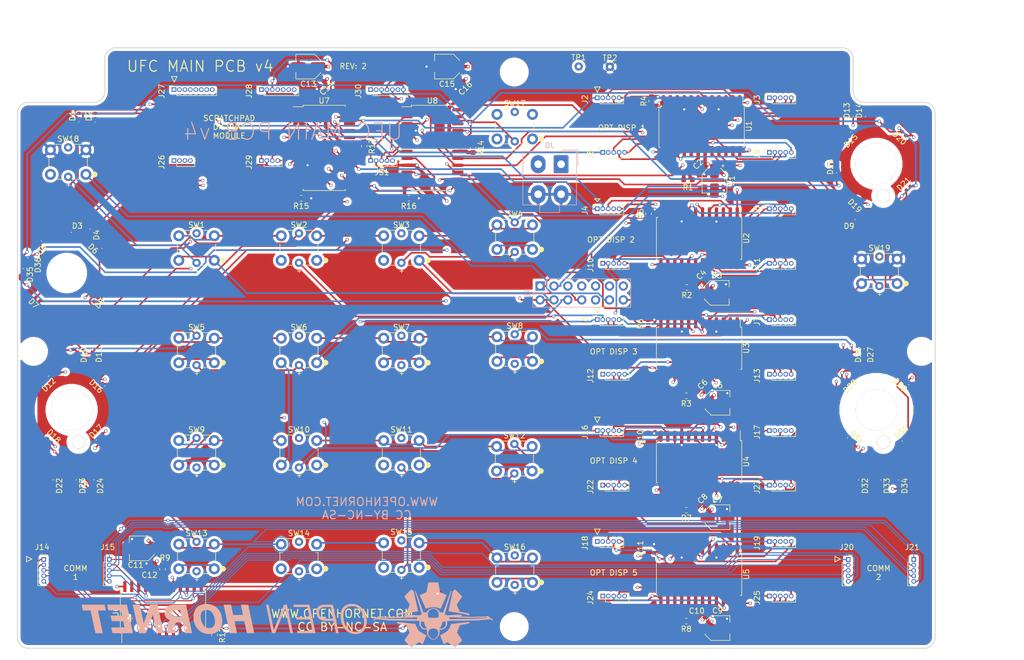
<source format=kicad_pcb>
(kicad_pcb (version 20171130) (host pcbnew "(5.1.9)-1")
  (title_block (date 2020-11-28))
  (layers (0 F.Cu mixed) (1 In1.Cu mixed) (2 In2.Cu power) (31 B.Cu mixed) (34 B.Paste user) (35 F.Paste user) (36 B.SilkS user) (37 F.SilkS user) (38 B.Mask user) (39 F.Mask user) (44 Edge.Cuts user))
  (net 0 "")
  (net 1 GND)
  (net 2 "/52(SCK)")
  (net 3 "/53(SS)")
  (net 4 /48)
  (net 5 /49)
  (net 6 /46)
  (net 7 /47)
  (net 8 /44)
  (net 9 /45)
  (net 10 /42)
  (net 11 /43)
  (net 12 /40)
  (net 13 /41)
  (net 14 /38)
  (net 15 /+5V_SUPPLY)
  (net 16 /DOT1-)
  (net 17 /DIG0_7)
  (net 18 /DIG1_7)
  (net 19 /DIG2_7)
  (net 20 /DIG3_7)
  (net 21 /1-)
  (net 22 /0-)
  (net 23 /DOT2-)
  (net 24 /EM+)
  (net 25 /DIG7_8)
  (net 26 /DOT1-_2)
  (net 27 /4-)
  (net 28 /DIG5_8)
  (net 29 /SEGB_8)
  (net 30 /DIG6_8)
  (net 31 /DOT2-_2)
  (net 32 /SEGC_8)
  (net 33 /DOT1-_3)
  (net 34 /SEGD_8)
  (net 35 /SEGE_8)
  (net 36 /SEGF_8)
  (net 37 /SEGG_8)
  (net 38 /DIG0)
  (net 39 /DIG1)
  (net 40 /DIG2)
  (net 41 /DIG7)
  (net 42 /DIG6)
  (net 43 /DIG5)
  (net 44 /DIG4)
  (net 45 /DIG3)
  (net 46 /DIG0_2)
  (net 47 /DIG1_2)
  (net 48 /DIG2_2)
  (net 49 /DIG7_2)
  (net 50 /DIG6_2)
  (net 51 /DIG5_2)
  (net 52 /DIG4_2)
  (net 53 /DIG3_2)
  (net 54 /DIG2_3)
  (net 55 /DIG1_3)
  (net 56 /DIG0_3)
  (net 57 /1+)
  (net 58 /DIG3_3)
  (net 59 /DIG4_3)
  (net 60 /DIG5_3)
  (net 61 /DIG6_3)
  (net 62 /DIG7_3)
  (net 63 /DIG4_7)
  (net 64 /SEGDP)
  (net 65 /SEGA)
  (net 66 /SEGB)
  (net 67 /SEGC)
  (net 68 /SEGD)
  (net 69 /SEGE)
  (net 70 /SEGF)
  (net 71 /SEGG)
  (net 72 /SEGDP_2)
  (net 73 /SEGA_2)
  (net 74 /SEGB_2)
  (net 75 /SEGG_2)
  (net 76 /SEGF_2)
  (net 77 /SEGE_2)
  (net 78 /SEGD_2)
  (net 79 /SEGC_2)
  (net 80 /SEGB_3)
  (net 81 /SEGA_3)
  (net 82 /SEGDP_3)
  (net 83 /SEGC_3)
  (net 84 /SEGD_3)
  (net 85 /SEGE_3)
  (net 86 /SEGF_3)
  (net 87 /SEGG_3)
  (net 88 /SEGDP_6)
  (net 89 /SEGA_6)
  (net 90 /DIG0_6)
  (net 91 /DIG1_6)
  (net 92 /DIG2_6)
  (net 93 /DIG7_6)
  (net 94 /DIG6_6)
  (net 95 /DIG5_6)
  (net 96 /DIG4_6)
  (net 97 /DIG3_6)
  (net 98 /4+)
  (net 99 /0+)
  (net 100 /DIG0_4)
  (net 101 /DIG1_4)
  (net 102 /DIG2_4)
  (net 103 /DIG7_4)
  (net 104 /DIG6_4)
  (net 105 /DIG5_4)
  (net 106 /DIG4_4)
  (net 107 /DIG3_4)
  (net 108 /DIG2_5)
  (net 109 /DIG1_5)
  (net 110 /DIG0_5)
  (net 111 /DIG3_5)
  (net 112 /DIG4_5)
  (net 113 /DIG5_5)
  (net 114 /DIG6_5)
  (net 115 /DIG7_5)
  (net 116 /SEGC_6)
  (net 117 /SEGB_6)
  (net 118 /SEGDP_4)
  (net 119 /SEGA_4)
  (net 120 /SEGB_4)
  (net 121 /SEGG_4)
  (net 122 /SEGF_4)
  (net 123 /SEGE_4)
  (net 124 /SEGD_4)
  (net 125 /SEGC_4)
  (net 126 /SEGB_5)
  (net 127 /SEGA_5)
  (net 128 /SEGDP_5)
  (net 129 /SEGC_5)
  (net 130 /SEGD_5)
  (net 131 /SEGE_5)
  (net 132 /SEGF_5)
  (net 133 /SEGG_5)
  (net 134 /SEGD_6)
  (net 135 /SEGE_6)
  (net 136 /SEGF_6)
  (net 137 /SEGG_6)
  (net 138 /3-)
  (net 139 /6-)
  (net 140 /9-)
  (net 141 /CLR-)
  (net 142 /DIG4_8)
  (net 143 "Net-(R1-Pad2)")
  (net 144 "Net-(R2-Pad2)")
  (net 145 "Net-(R3-Pad2)")
  (net 146 "Net-(R7-Pad2)")
  (net 147 "Net-(R8-Pad2)")
  (net 148 "Net-(R9-Pad2)")
  (net 149 "Net-(R13-Pad2)")
  (net 150 "Net-(R14-Pad2)")
  (net 151 /3+)
  (net 152 /DIN2)
  (net 153 /DIN3)
  (net 154 /DIN4)
  (net 155 /DIN5)
  (net 156 /DIN6)
  (net 157 /DIN7)
  (net 158 /DIN8)
  (net 159 "Net-(U8-Pad24)")
  (net 160 /DIN)
  (module OHSwitches:BR10K_Pot_11mm_x_11mm (layer F.Cu) (at 244.853 156.268 12)
    (fp_text reference POT2 hide)
    (fp_text value VOL2 hide)
    (pad "" np_thru_hole circle (at 0 0 12) (size 7.540752 7.540752) (drill 7.54) (layers B.Cu B.Mask) (clearance 3))
    (pad "" np_thru_hole circle (at 0 6 12) (size 2.38125 2.38125) (drill 2.38) (layers *.Cu *.Mask) (clearance 1))
    (pad "" np_thru_hole circle (at 0 0 12) (size 7.540752 7.540752) (drill 7.54) (layers F.Cu F.Mask) (clearance 1))
  )
  (module OHSwitches:BR10K_Pot_11mm_x_11mm (layer F.Cu) (at 244.853 111.184 12)
    (fp_text reference POT3 hide)
    (fp_text value BRT hide)
    (pad "" np_thru_hole circle (at 0 0 12) (size 7.540752 7.540752) (drill 7.54) (layers B.Cu B.Mask) (clearance 3))
    (pad "" np_thru_hole circle (at 0 6 12) (size 2.38125 2.38125) (drill 2.38) (layers *.Cu *.Mask) (clearance 1))
    (pad "" np_thru_hole circle (at 0 0 12) (size 7.540752 7.540752) (drill 7.54) (layers F.Cu F.Mask) (clearance 1))
  )
  (module OHSwitches:BR10K_Pot_11mm_x_11mm (layer F.Cu) (at 97.533 156.268 12)
    (fp_text reference POT1 hide)
    (fp_text value VOL1 hide)
    (pad "" np_thru_hole circle (at 0 0 12) (size 7.540752 7.540752) (drill 7.54) (layers B.Cu B.Mask) (clearance 3))
    (pad "" np_thru_hole circle (at 0 6 12) (size 2.38125 2.38125) (drill 2.38) (layers *.Cu *.Mask) (clearance 1))
    (pad "" np_thru_hole circle (at 0 0 12) (size 7.540752 7.540752) (drill 7.54) (layers F.Cu F.Mask) (clearance 1))
  )
  (module Package_SO:SOIC-24W_7.5x15.4mm_P1.27mm (layer F.Cu) (at 212.854 104.279 270)
    (fp_text reference U1 (at 0 -8.65 90) (layer F.SilkS))
    (fp_text value MAX7219EWG+T)
    (pad 1 smd roundrect (at -4.65 -6.985 270) (size 2.05 0.6) (layers F.Cu F.Paste F.Mask) (net 160 /DIN))
    (pad 2 smd roundrect (at -4.65 -5.715 270) (size 2.05 0.6) (layers F.Cu F.Paste F.Mask) (net 38 /DIG0))
    (pad 3 smd roundrect (at -4.65 -4.445 270) (size 2.05 0.6) (layers F.Cu F.Paste F.Mask) (net 44 /DIG4))
    (pad 4 smd roundrect (at -4.65 -3.175 270) (size 2.05 0.6) (layers F.Cu F.Paste F.Mask) (net 1 GND))
    (pad 5 smd roundrect (at -4.65 -1.905 270) (size 2.05 0.6) (layers F.Cu F.Paste F.Mask) (net 42 /DIG6))
    (pad 6 smd roundrect (at -4.65 -0.635 270) (size 2.05 0.6) (layers F.Cu F.Paste F.Mask) (net 40 /DIG2))
    (pad 7 smd roundrect (at -4.65 0.635 270) (size 2.05 0.6) (layers F.Cu F.Paste F.Mask) (net 45 /DIG3))
    (pad 8 smd roundrect (at -4.65 1.905 270) (size 2.05 0.6) (layers F.Cu F.Paste F.Mask) (net 41 /DIG7))
    (pad 9 smd roundrect (at -4.65 3.175 270) (size 2.05 0.6) (layers F.Cu F.Paste F.Mask) (net 1 GND))
    (pad 10 smd roundrect (at -4.65 4.445 270) (size 2.05 0.6) (layers F.Cu F.Paste F.Mask) (net 43 /DIG5))
    (pad 11 smd roundrect (at -4.65 5.715 270) (size 2.05 0.6) (layers F.Cu F.Paste F.Mask) (net 39 /DIG1))
    (pad 12 smd roundrect (at -4.65 6.985 270) (size 2.05 0.6) (layers F.Cu F.Paste F.Mask) (net 3 "/53(SS)"))
    (pad 13 smd roundrect (at 4.65 6.985 270) (size 2.05 0.6) (layers F.Cu F.Paste F.Mask) (net 2 "/52(SCK)"))
    (pad 14 smd roundrect (at 4.65 5.715 270) (size 2.05 0.6) (layers F.Cu F.Paste F.Mask) (net 65 /SEGA))
    (pad 15 smd roundrect (at 4.65 4.445 270) (size 2.05 0.6) (layers F.Cu F.Paste F.Mask) (net 70 /SEGF))
    (pad 16 smd roundrect (at 4.65 3.175 270) (size 2.05 0.6) (layers F.Cu F.Paste F.Mask) (net 66 /SEGB))
    (pad 17 smd roundrect (at 4.65 1.905 270) (size 2.05 0.6) (layers F.Cu F.Paste F.Mask) (net 71 /SEGG))
    (pad 18 smd roundrect (at 4.65 0.635 270) (size 2.05 0.6) (layers F.Cu F.Paste F.Mask) (net 143 "Net-(R1-Pad2)"))
    (pad 19 smd roundrect (at 4.65 -0.635 270) (size 2.05 0.6) (layers F.Cu F.Paste F.Mask) (net 15 /+5V_SUPPLY))
    (pad 20 smd roundrect (at 4.65 -1.905 270) (size 2.05 0.6) (layers F.Cu F.Paste F.Mask) (net 67 /SEGC))
    (pad 21 smd roundrect (at 4.65 -3.175 270) (size 2.05 0.6) (layers F.Cu F.Paste F.Mask) (net 69 /SEGE))
    (pad 22 smd roundrect (at 4.65 -4.445 270) (size 2.05 0.6) (layers F.Cu F.Paste F.Mask) (net 64 /SEGDP))
    (pad 23 smd roundrect (at 4.65 -5.715 270) (size 2.05 0.6) (layers F.Cu F.Paste F.Mask) (net 68 /SEGD))
    (pad 24 smd roundrect (at 4.65 -6.985 270) (size 2.05 0.6) (layers F.Cu F.Paste F.Mask) (net 152 /DIN2))
  )
  (module KiCAD_Libraries:OH_LOGO_75.4mm_11.9mm (layer B.Cu) (at 137.0629 193.806 180)
    (fp_text reference G*** hide)
    (fp_text value LOGO hide)
  )
  (module MountingHole:MountingHole_6.4mm_M6 (layer F.Cu) (at 96.644 131.186)
    (fp_text reference MK5 hide)
    (fp_text value SW_ADF)
    (pad 1 np_thru_hole circle (at 0 0) (size 6.4 6.4) (drill 6.4) (layers *.Cu *.Mask))
  )
  (module Capacitor_SMD:CP_Elec_4x5.3 (layer F.Cu) (at 215.2 114.279 270)
    (fp_text reference C1 (at 0 -3.2 90) (layer F.SilkS))
    (fp_text value 10uF)
    (pad 2 smd roundrect (at 1.8 0 270) (size 2.6 1.6) (layers F.Cu F.Paste F.Mask) (roundrect_rratio 0.15625) (net 1 GND))
    (pad 1 smd roundrect (at -1.8 0 270) (size 2.6 1.6) (layers F.Cu F.Paste F.Mask) (roundrect_rratio 0.15625) (net 15 /+5V_SUPPLY))
  )
  (module Capacitor_SMD:C_0402_1005Metric (layer F.Cu) (at 212.95 112.029 225)
    (fp_text reference C2 (at 0.007071 1.056418 45) (layer F.SilkS))
    (fp_text value 100nF)
    (pad 1 smd roundrect (at -0.485 0 225) (size 0.59 0.64) (layers F.Cu F.Paste F.Mask) (net 15 /+5V_SUPPLY))
    (pad 2 smd roundrect (at 0.485 0 225) (size 0.59 0.64) (layers F.Cu F.Paste F.Mask) (net 1 GND))
  )
  (module Capacitor_SMD:CP_Elec_4x5.3 (layer F.Cu) (at 215.639 134.82)
    (fp_text reference C3 (at 0 -3.2) (layer F.SilkS))
    (fp_text value 10uF)
    (pad 1 smd roundrect (at -1.8 0) (size 2.6 1.6) (layers F.Cu F.Paste F.Mask) (roundrect_rratio 0.15625) (net 15 /+5V_SUPPLY))
    (pad 2 smd roundrect (at 1.8 0) (size 2.6 1.6) (layers F.Cu F.Paste F.Mask) (roundrect_rratio 0.15625) (net 1 GND))
  )
  (module Capacitor_SMD:C_0402_1005Metric (layer F.Cu) (at 213.639 132.32 45)
    (fp_text reference C4 (at 0 -1.17 45) (layer F.SilkS))
    (fp_text value 100nF)
    (pad 2 smd roundrect (at 0.485 0 45) (size 0.59 0.64) (layers F.Cu F.Paste F.Mask) (net 1 GND))
    (pad 1 smd roundrect (at -0.485 0 45) (size 0.59 0.64) (layers F.Cu F.Paste F.Mask) (net 15 /+5V_SUPPLY))
  )
  (module Capacitor_SMD:CP_Elec_4x5.3 (layer F.Cu) (at 215.768 154.956)
    (fp_text reference C5 (at 0 -3.2) (layer F.SilkS))
    (fp_text value 10uF)
    (pad 1 smd roundrect (at -1.8 0) (size 2.6 1.6) (layers F.Cu F.Paste F.Mask) (roundrect_rratio 0.15625) (net 15 /+5V_SUPPLY))
    (pad 2 smd roundrect (at 1.8 0) (size 2.6 1.6) (layers F.Cu F.Paste F.Mask) (roundrect_rratio 0.15625) (net 1 GND))
  )
  (module Capacitor_SMD:C_0402_1005Metric (layer F.Cu) (at 213.863 152.416 45)
    (fp_text reference C6 (at 0 -1.17 45) (layer F.SilkS))
    (fp_text value 100nF)
    (pad 2 smd roundrect (at 0.485 0 45) (size 0.59 0.64) (layers F.Cu F.Paste F.Mask) (net 1 GND))
    (pad 1 smd roundrect (at -0.485 0 45) (size 0.59 0.64) (layers F.Cu F.Paste F.Mask) (net 15 /+5V_SUPPLY))
  )
  (module Capacitor_SMD:CP_Elec_4x5.3 (layer F.Cu) (at 215.768 175.911)
    (fp_text reference C7 (at 0 -3.2) (layer F.SilkS))
    (fp_text value 10uF)
    (pad 2 smd roundrect (at 1.8 0) (size 2.6 1.6) (layers F.Cu F.Paste F.Mask) (roundrect_rratio 0.15625) (net 1 GND))
    (pad 1 smd roundrect (at -1.8 0) (size 2.6 1.6) (layers F.Cu F.Paste F.Mask) (roundrect_rratio 0.15625) (net 15 /+5V_SUPPLY))
  )
  (module Capacitor_SMD:C_0402_1005Metric (layer F.Cu) (at 213.863 173.371 45)
    (fp_text reference C8 (at 0 -1.17 45) (layer F.SilkS))
    (fp_text value 100nF)
    (pad 1 smd roundrect (at -0.485 0 45) (size 0.59 0.64) (layers F.Cu F.Paste F.Mask) (net 15 /+5V_SUPPLY))
    (pad 2 smd roundrect (at 0.485 0 45) (size 0.59 0.64) (layers F.Cu F.Paste F.Mask) (net 1 GND))
  )
  (module Capacitor_SMD:CP_Elec_4x5.3 (layer F.Cu) (at 215.768 196.231)
    (fp_text reference C9 (at 0 -3.2) (layer F.SilkS))
    (fp_text value 10uF)
    (pad 1 smd roundrect (at -1.8 0) (size 2.6 1.6) (layers F.Cu F.Paste F.Mask) (roundrect_rratio 0.15625) (net 15 /+5V_SUPPLY))
    (pad 2 smd roundrect (at 1.8 0) (size 2.6 1.6) (layers F.Cu F.Paste F.Mask) (roundrect_rratio 0.15625) (net 1 GND))
  )
  (module Capacitor_SMD:C_0402_1005Metric (layer F.Cu) (at 213.863 193.691 45)
    (fp_text reference C10 (at -0.912875 -1.781202) (layer F.SilkS))
    (fp_text value 100nF)
    (pad 2 smd roundrect (at 0.485 0 45) (size 0.59 0.64) (layers F.Cu F.Paste F.Mask) (net 1 GND))
    (pad 1 smd roundrect (at -0.485 0 45) (size 0.59 0.64) (layers F.Cu F.Paste F.Mask) (net 15 /+5V_SUPPLY))
  )
  (module Capacitor_SMD:CP_Elec_4x5.3 (layer F.Cu) (at 110.358 181.626 180)
    (fp_text reference C11 (at 1.1 -3.041) (layer F.SilkS))
    (fp_text value 10uF)
    (pad 2 smd roundrect (at 1.8 0 180) (size 2.6 1.6) (layers F.Cu F.Paste F.Mask) (roundrect_rratio 0.15625) (net 1 GND))
    (pad 1 smd roundrect (at -1.8 0 180) (size 2.6 1.6) (layers F.Cu F.Paste F.Mask) (roundrect_rratio 0.15625) (net 15 /+5V_SUPPLY))
  )
  (module Capacitor_SMD:C_0402_1005Metric (layer F.Cu) (at 112.263 184.801 225)
    (fp_text reference C12 (at 1.549271 -0.87752 180) (layer F.SilkS))
    (fp_text value 100nF)
    (pad 1 smd roundrect (at -0.485 0 225) (size 0.59 0.64) (layers F.Cu F.Paste F.Mask) (net 15 /+5V_SUPPLY))
    (pad 2 smd roundrect (at 0.485 0 225) (size 0.59 0.64) (layers F.Cu F.Paste F.Mask) (net 1 GND))
  )
  (module Capacitor_SMD:CP_Elec_4x5.3 (layer F.Cu) (at 140.838 93.361 180)
    (fp_text reference C13 (at 0 -3.2) (layer F.SilkS))
    (fp_text value 10uF)
    (pad 1 smd roundrect (at -1.8 0 180) (size 2.6 1.6) (layers F.Cu F.Paste F.Mask) (roundrect_rratio 0.15625) (net 15 /+5V_SUPPLY))
    (pad 2 smd roundrect (at 1.8 0 180) (size 2.6 1.6) (layers F.Cu F.Paste F.Mask) (roundrect_rratio 0.15625) (net 1 GND))
  )
  (module Capacitor_SMD:C_0402_1005Metric (layer F.Cu) (at 143.378 96.536 225)
    (fp_text reference C14 (at 0 -1.17 45) (layer F.SilkS))
    (fp_text value 100nF)
    (pad 2 smd roundrect (at 0.485 0 225) (size 0.59 0.64) (layers F.Cu F.Paste F.Mask) (net 1 GND))
    (pad 1 smd roundrect (at -0.485 0 225) (size 0.59 0.64) (layers F.Cu F.Paste F.Mask) (net 15 /+5V_SUPPLY))
  )
  (module Capacitor_SMD:CP_Elec_4x5.3 (layer F.Cu) (at 166.238 93.361 180)
    (fp_text reference C15 (at 0 -3.2) (layer F.SilkS))
    (fp_text value 10uF)
    (pad 2 smd roundrect (at 1.8 0 180) (size 2.6 1.6) (layers F.Cu F.Paste F.Mask) (roundrect_rratio 0.15625) (net 1 GND))
    (pad 1 smd roundrect (at -1.8 0 180) (size 2.6 1.6) (layers F.Cu F.Paste F.Mask) (roundrect_rratio 0.15625) (net 15 /+5V_SUPPLY))
  )
  (module Capacitor_SMD:C_0402_1005Metric (layer F.Cu) (at 168.778 96.536 225)
    (fp_text reference C16 (at 0 -1.17 45) (layer F.SilkS))
    (fp_text value 100nF)
    (pad 1 smd roundrect (at -0.485 0 225) (size 0.59 0.64) (layers F.Cu F.Paste F.Mask) (net 15 /+5V_SUPPLY))
    (pad 2 smd roundrect (at 0.485 0 225) (size 0.59 0.64) (layers F.Cu F.Paste F.Mask) (net 1 GND))
  )
  (module LED_SMD:LED_0402_1005Metric (layer F.Cu) (at 98.8529 102.416 90)
    (fp_text reference D1 (at 0 -1.17 90) (layer F.SilkS))
    (fp_text value LED)
    (pad 2 smd roundrect (at 0.485 0 90) (size 0.59 0.64) (layers F.Cu F.Paste F.Mask) (net 16 /DOT1-))
    (pad 1 smd roundrect (at -0.485 0 90) (size 0.59 0.64) (layers F.Cu F.Paste F.Mask) (net 17 /DIG0_7))
  )
  (module LED_SMD:LED_0402_1005Metric (layer F.Cu) (at 101.853 102.416 90)
    (fp_text reference D2 (at 0 -1.17 90) (layer F.SilkS))
    (fp_text value LED)
    (pad 1 smd roundrect (at -0.485 0 90) (size 0.59 0.64) (layers F.Cu F.Paste F.Mask) (net 18 /DIG1_7))
    (pad 2 smd roundrect (at 0.485 0 90) (size 0.59 0.64) (layers F.Cu F.Paste F.Mask) (net 16 /DOT1-))
  )
  (module LED_SMD:LED_0402_1005Metric (layer F.Cu) (at 98.5729 123.726)
    (fp_text reference D3 (at 0 -1.17) (layer F.SilkS))
    (fp_text value LED)
    (pad 2 smd roundrect (at 0.485 0) (size 0.59 0.64) (layers F.Cu F.Paste F.Mask) (net 16 /DOT1-))
    (pad 1 smd roundrect (at -0.485 0) (size 0.59 0.64) (layers F.Cu F.Paste F.Mask) (net 19 /DIG2_7))
  )
  (module LED_SMD:LED_0402_1005Metric (layer F.Cu) (at 100.913 124.206 270)
    (fp_text reference D4 (at 0 -1.17 90) (layer F.SilkS))
    (fp_text value LED)
    (pad 1 smd roundrect (at -0.485 0 270) (size 0.59 0.64) (layers F.Cu F.Paste F.Mask) (net 20 /DIG3_7))
    (pad 2 smd roundrect (at 0.485 0 270) (size 0.59 0.64) (layers F.Cu F.Paste F.Mask) (net 16 /DOT1-))
  )
  (module LED_SMD:LED_0402_1005Metric (layer F.Cu) (at 91.2689 126.09 225)
    (fp_text reference D5 (at 0 -1.17 45) (layer F.SilkS))
    (fp_text value LED)
    (pad 2 smd roundrect (at 0.485 0 225) (size 0.59 0.64) (layers F.Cu F.Paste F.Mask) (net 16 /DOT1-))
    (pad 1 smd roundrect (at -0.485 0 225) (size 0.59 0.64) (layers F.Cu F.Paste F.Mask) (net 21 /1-))
  )
  (module LED_SMD:LED_0402_1005Metric (layer F.Cu) (at 102.293 125.916 135)
    (fp_text reference D6 (at 0 -1.17 135) (layer F.SilkS))
    (fp_text value LED)
    (pad 1 smd roundrect (at -0.485 0 135) (size 0.59 0.64) (layers F.Cu F.Paste F.Mask) (net 22 /0-))
    (pad 2 smd roundrect (at 0.485 0 135) (size 0.59 0.64) (layers F.Cu F.Paste F.Mask) (net 16 /DOT1-))
  )
  (module LED_SMD:LED_0402_1005Metric (layer F.Cu) (at 91.298 136.017 315)
    (fp_text reference D7 (at 0 1.06066 135) (layer F.SilkS))
    (fp_text value LED)
    (pad 2 smd roundrect (at 0.485 0 315) (size 0.59 0.64) (layers F.Cu F.Paste F.Mask) (net 23 /DOT2-))
    (pad 1 smd roundrect (at -0.485 0 315) (size 0.59 0.64) (layers F.Cu F.Paste F.Mask) (net 21 /1-))
  )
  (module LED_SMD:LED_0402_1005Metric (layer F.Cu) (at 101.958 136.047 45)
    (fp_text reference D8 (at 0 1.06066 45) (layer F.SilkS))
    (fp_text value LED)
    (pad 1 smd roundrect (at -0.485 0 45) (size 0.59 0.64) (layers F.Cu F.Paste F.Mask) (net 22 /0-))
    (pad 2 smd roundrect (at 0.485 0 45) (size 0.59 0.64) (layers F.Cu F.Paste F.Mask) (net 23 /DOT2-))
  )
  (module LED_SMD:LED_0402_1005Metric (layer F.Cu) (at 239.853 121.416 180)
    (fp_text reference D9 (at 0 -1.17) (layer F.SilkS))
    (fp_text value LED)
    (pad 2 smd roundrect (at 0.485 0 180) (size 0.59 0.64) (layers F.Cu F.Paste F.Mask) (net 24 /EM+))
    (pad 1 smd roundrect (at -0.485 0 180) (size 0.59 0.64) (layers F.Cu F.Paste F.Mask) (net 25 /DIG7_8))
  )
  (module LED_SMD:LED_0402_1005Metric (layer F.Cu) (at 98.6029 146.166 270)
    (fp_text reference D10 (at 0 -1.17 90) (layer F.SilkS))
    (fp_text value LED)
    (pad 2 smd roundrect (at 0.485 0 270) (size 0.59 0.64) (layers F.Cu F.Paste F.Mask) (net 26 /DOT1-_2))
    (pad 1 smd roundrect (at -0.485 0 270) (size 0.59 0.64) (layers F.Cu F.Paste F.Mask) (net 27 /4-))
  )
  (module LED_SMD:LED_0402_1005Metric (layer F.Cu) (at 101.353 146.151 270)
    (fp_text reference D11 (at 0 -1.17 90) (layer F.SilkS))
    (fp_text value LED)
    (pad 1 smd roundrect (at -0.485 0 270) (size 0.59 0.64) (layers F.Cu F.Paste F.Mask) (net 21 /1-))
    (pad 2 smd roundrect (at 0.485 0 270) (size 0.59 0.64) (layers F.Cu F.Paste F.Mask) (net 26 /DOT1-_2))
  )
  (module LED_SMD:LED_0402_1005Metric (layer F.Cu) (at 92.5389 150.855 225)
    (fp_text reference D12 (at 0 -1.17 45) (layer F.SilkS))
    (fp_text value LED)
    (pad 2 smd roundrect (at 0.485 0 225) (size 0.59 0.64) (layers F.Cu F.Paste F.Mask) (net 26 /DOT1-_2))
    (pad 1 smd roundrect (at -0.485 0 225) (size 0.59 0.64) (layers F.Cu F.Paste F.Mask) (net 22 /0-))
  )
  (module LED_SMD:LED_0402_1005Metric (layer F.Cu) (at 240.603 101.416 90)
    (fp_text reference D13 (at 0 -1.17 90) (layer F.SilkS))
    (fp_text value LED)
    (pad 1 smd roundrect (at -0.485 0 90) (size 0.59 0.64) (layers F.Cu F.Paste F.Mask) (net 28 /DIG5_8))
    (pad 2 smd roundrect (at 0.485 0 90) (size 0.59 0.64) (layers F.Cu F.Paste F.Mask) (net 29 /SEGB_8))
  )
  (module LED_SMD:LED_0402_1005Metric (layer F.Cu) (at 242.853 101.416 90)
    (fp_text reference D14 (at 0 -1.17 90) (layer F.SilkS))
    (fp_text value LED)
    (pad 2 smd roundrect (at 0.485 0 90) (size 0.59 0.64) (layers F.Cu F.Paste F.Mask) (net 29 /SEGB_8))
    (pad 1 smd roundrect (at -0.485 0 90) (size 0.59 0.64) (layers F.Cu F.Paste F.Mask) (net 30 /DIG6_8))
  )
  (module LED_SMD:LED_0402_1005Metric (layer F.Cu) (at 239.351 106.151 225)
    (fp_text reference D15 (at 0 -1.17 45) (layer F.SilkS))
    (fp_text value LED)
    (pad 1 smd roundrect (at -0.485 0 225) (size 0.59 0.64) (layers F.Cu F.Paste F.Mask) (net 25 /DIG7_8))
    (pad 2 smd roundrect (at 0.485 0 225) (size 0.59 0.64) (layers F.Cu F.Paste F.Mask) (net 29 /SEGB_8))
  )
  (module LED_SMD:LED_0402_1005Metric (layer F.Cu) (at 102.826 151.109 135)
    (fp_text reference D16 (at 0 -1.17 135) (layer F.SilkS))
    (fp_text value LED)
    (pad 1 smd roundrect (at -0.485 0 135) (size 0.59 0.64) (layers F.Cu F.Paste F.Mask) (net 27 /4-))
    (pad 2 smd roundrect (at 0.485 0 135) (size 0.59 0.64) (layers F.Cu F.Paste F.Mask) (net 31 /DOT2-_2))
  )
  (module LED_SMD:LED_0402_1005Metric (layer F.Cu) (at 102.826 161.015 45)
    (fp_text reference D17 (at 0 -1.17 45) (layer F.SilkS))
    (fp_text value LED)
    (pad 1 smd roundrect (at -0.485 0 45) (size 0.59 0.64) (layers F.Cu F.Paste F.Mask) (net 21 /1-))
    (pad 2 smd roundrect (at 0.485 0 45) (size 0.59 0.64) (layers F.Cu F.Paste F.Mask) (net 31 /DOT2-_2))
  )
  (module LED_SMD:LED_0402_1005Metric (layer F.Cu) (at 93.4279 161.904 315)
    (fp_text reference D18 (at 0 -1.17 135) (layer F.SilkS))
    (fp_text value LED)
    (pad 2 smd roundrect (at 0.485 0 315) (size 0.59 0.64) (layers F.Cu F.Paste F.Mask) (net 31 /DOT2-_2))
    (pad 1 smd roundrect (at -0.485 0 315) (size 0.59 0.64) (layers F.Cu F.Paste F.Mask) (net 22 /0-))
  )
  (module LED_SMD:LED_0402_1005Metric (layer F.Cu) (at 241.708 118.037 135)
    (fp_text reference D19 (at 0 -1.17 135) (layer F.SilkS))
    (fp_text value LED)
    (pad 1 smd roundrect (at -0.485 0 135) (size 0.59 0.64) (layers F.Cu F.Paste F.Mask) (net 28 /DIG5_8))
    (pad 2 smd roundrect (at 0.485 0 135) (size 0.59 0.64) (layers F.Cu F.Paste F.Mask) (net 32 /SEGC_8))
  )
  (module LED_SMD:LED_0402_1005Metric (layer F.Cu) (at 249.892 105.643 135)
    (fp_text reference D20 (at 0 -1.17 135) (layer F.SilkS))
    (fp_text value LED)
    (pad 1 smd roundrect (at -0.485 0 135) (size 0.59 0.64) (layers F.Cu F.Paste F.Mask) (net 30 /DIG6_8))
    (pad 2 smd roundrect (at 0.485 0 135) (size 0.59 0.64) (layers F.Cu F.Paste F.Mask) (net 32 /SEGC_8))
  )
  (module LED_SMD:LED_0402_1005Metric (layer F.Cu) (at 250.698 115.677 45)
    (fp_text reference D21 (at 0 -1.17 45) (layer F.SilkS))
    (fp_text value LED)
    (pad 2 smd roundrect (at 0.485 0 45) (size 0.59 0.64) (layers F.Cu F.Paste F.Mask) (net 32 /SEGC_8))
    (pad 1 smd roundrect (at -0.485 0 45) (size 0.59 0.64) (layers F.Cu F.Paste F.Mask) (net 25 /DIG7_8))
  )
  (module LED_SMD:LED_0402_1005Metric (layer F.Cu) (at 94.1029 170.166 270)
    (fp_text reference D22 (at 0 -1.17 90) (layer F.SilkS))
    (fp_text value LED)
    (pad 1 smd roundrect (at -0.485 0 270) (size 0.59 0.64) (layers F.Cu F.Paste F.Mask) (net 27 /4-))
    (pad 2 smd roundrect (at 0.485 0 270) (size 0.59 0.64) (layers F.Cu F.Paste F.Mask) (net 33 /DOT1-_3))
  )
  (module LED_SMD:LED_0402_1005Metric (layer F.Cu) (at 98.3529 170.166 270)
    (fp_text reference D23 (at 0 -1.17 90) (layer F.SilkS))
    (fp_text value LED)
    (pad 2 smd roundrect (at 0.485 0 270) (size 0.59 0.64) (layers F.Cu F.Paste F.Mask) (net 33 /DOT1-_3))
    (pad 1 smd roundrect (at -0.485 0 270) (size 0.59 0.64) (layers F.Cu F.Paste F.Mask) (net 21 /1-))
  )
  (module LED_SMD:LED_0402_1005Metric (layer F.Cu) (at 101.603 170.166 270)
    (fp_text reference D24 (at 0 -1.17 90) (layer F.SilkS))
    (fp_text value LED)
    (pad 1 smd roundrect (at -0.485 0 270) (size 0.59 0.64) (layers F.Cu F.Paste F.Mask) (net 22 /0-))
    (pad 2 smd roundrect (at 0.485 0 270) (size 0.59 0.64) (layers F.Cu F.Paste F.Mask) (net 33 /DOT1-_3))
  )
  (module LED_SMD:LED_0402_1005Metric (layer F.Cu) (at 237.573 111.739 90)
    (fp_text reference D25 (at 0 -1.17 90) (layer F.SilkS))
    (fp_text value LED)
    (pad 1 smd roundrect (at -0.485 0 90) (size 0.59 0.64) (layers F.Cu F.Paste F.Mask) (net 28 /DIG5_8))
    (pad 2 smd roundrect (at 0.485 0 90) (size 0.59 0.64) (layers F.Cu F.Paste F.Mask) (net 34 /SEGD_8))
  )
  (module LED_SMD:LED_0402_1005Metric (layer F.Cu) (at 240.353 146.166 270)
    (fp_text reference D26 (at 0 -1.17 90) (layer F.SilkS))
    (fp_text value LED)
    (pad 2 smd roundrect (at 0.485 0 270) (size 0.59 0.64) (layers F.Cu F.Paste F.Mask) (net 34 /SEGD_8))
    (pad 1 smd roundrect (at -0.485 0 270) (size 0.59 0.64) (layers F.Cu F.Paste F.Mask) (net 30 /DIG6_8))
  )
  (module LED_SMD:LED_0402_1005Metric (layer F.Cu) (at 242.603 146.166 270)
    (fp_text reference D27 (at 0 -1.17 90) (layer F.SilkS))
    (fp_text value LED)
    (pad 1 smd roundrect (at -0.485 0 270) (size 0.59 0.64) (layers F.Cu F.Paste F.Mask) (net 25 /DIG7_8))
    (pad 2 smd roundrect (at 0.485 0 270) (size 0.59 0.64) (layers F.Cu F.Paste F.Mask) (net 34 /SEGD_8))
  )
  (module LED_SMD:LED_0402_1005Metric (layer F.Cu) (at 239.224 151.109 225)
    (fp_text reference D28 (at 0 -1.17 45) (layer F.SilkS))
    (fp_text value LED)
    (pad 2 smd roundrect (at 0.485 0 225) (size 0.59 0.64) (layers F.Cu F.Paste F.Mask) (net 35 /SEGE_8))
    (pad 1 smd roundrect (at -0.485 0 225) (size 0.59 0.64) (layers F.Cu F.Paste F.Mask) (net 28 /DIG5_8))
  )
  (module LED_SMD:LED_0402_1005Metric (layer F.Cu) (at 250.019 150.855 135)
    (fp_text reference D29 (at 0 -1.17 135) (layer F.SilkS))
    (fp_text value LED)
    (pad 1 smd roundrect (at -0.485 0 135) (size 0.59 0.64) (layers F.Cu F.Paste F.Mask) (net 30 /DIG6_8))
    (pad 2 smd roundrect (at 0.485 0 135) (size 0.59 0.64) (layers F.Cu F.Paste F.Mask) (net 35 /SEGE_8))
  )
  (module LED_SMD:LED_0402_1005Metric (layer F.Cu) (at 250.318 161.167 45)
    (fp_text reference D30 (at 0 -1.17 45) (layer F.SilkS))
    (fp_text value LED)
    (pad 2 smd roundrect (at 0.485 0 45) (size 0.59 0.64) (layers F.Cu F.Paste F.Mask) (net 35 /SEGE_8))
    (pad 1 smd roundrect (at -0.485 0 45) (size 0.59 0.64) (layers F.Cu F.Paste F.Mask) (net 25 /DIG7_8))
  )
  (module LED_SMD:LED_0402_1005Metric (layer F.Cu) (at 240.348 162.117 315)
    (fp_text reference D31 (at 0 -1.17 135) (layer F.SilkS))
    (fp_text value LED)
    (pad 2 smd roundrect (at 0.485 0 315) (size 0.59 0.64) (layers F.Cu F.Paste F.Mask) (net 36 /SEGF_8))
    (pad 1 smd roundrect (at -0.485 0 315) (size 0.59 0.64) (layers F.Cu F.Paste F.Mask) (net 28 /DIG5_8))
  )
  (module LED_SMD:LED_0402_1005Metric (layer F.Cu) (at 241.603 170.166 270)
    (fp_text reference D32 (at 0 -1.17 90) (layer F.SilkS))
    (fp_text value LED)
    (pad 1 smd roundrect (at -0.485 0 270) (size 0.59 0.64) (layers F.Cu F.Paste F.Mask) (net 30 /DIG6_8))
    (pad 2 smd roundrect (at 0.485 0 270) (size 0.59 0.64) (layers F.Cu F.Paste F.Mask) (net 36 /SEGF_8))
  )
  (module LED_SMD:LED_0402_1005Metric (layer F.Cu) (at 245.603 170.166 270)
    (fp_text reference D33 (at 0 -1.17 90) (layer F.SilkS))
    (fp_text value LED)
    (pad 2 smd roundrect (at 0.485 0 270) (size 0.59 0.64) (layers F.Cu F.Paste F.Mask) (net 36 /SEGF_8))
    (pad 1 smd roundrect (at -0.485 0 270) (size 0.59 0.64) (layers F.Cu F.Paste F.Mask) (net 25 /DIG7_8))
  )
  (module LED_SMD:LED_0402_1005Metric (layer F.Cu) (at 248.853 170.166 270)
    (fp_text reference D34 (at 0 -1.17 90) (layer F.SilkS))
    (fp_text value LED)
    (pad 2 smd roundrect (at 0.485 0 270) (size 0.59 0.64) (layers F.Cu F.Paste F.Mask) (net 37 /SEGG_8))
    (pad 1 smd roundrect (at -0.485 0 270) (size 0.59 0.64) (layers F.Cu F.Paste F.Mask) (net 28 /DIG5_8))
  )
  (module LED_SMD:LED_0402_1005Metric (layer F.Cu) (at 88.7429 131.456 270)
    (fp_text reference D35 (at 0 -1.17 90) (layer F.SilkS))
    (fp_text value LED)
    (pad 2 smd roundrect (at 0.485 0 270) (size 0.59 0.64) (layers F.Cu F.Paste F.Mask) (net 37 /SEGG_8))
    (pad 1 smd roundrect (at -0.485 0 270) (size 0.59 0.64) (layers F.Cu F.Paste F.Mask) (net 30 /DIG6_8))
  )
  (module LED_SMD:LED_0402_1005Metric (layer F.Cu) (at 89.498 129.517 270)
    (fp_text reference D36 (at 0.2095 -1.8565 90) (layer F.SilkS))
    (fp_text value LED)
    (pad 1 smd roundrect (at -0.485 0 270) (size 0.59 0.64) (layers F.Cu F.Paste F.Mask) (net 25 /DIG7_8))
    (pad 2 smd roundrect (at 0.485 0 270) (size 0.59 0.64) (layers F.Cu F.Paste F.Mask) (net 37 /SEGG_8))
  )
  (module Connector_PinSocket_1.00mm:PinSocket_1x05_P1.00mm_Vertical (layer F.Cu) (at 193.757 99.083 90)
    (fp_text reference J2 (at -0.29 -2.25 90) (layer F.SilkS))
    (fp_text value Conn_01x05_Female)
    (pad 5 thru_hole oval (at 0 4 90) (size 0.85 0.85) (drill 0.5) (layers *.Cu *.Mask) (net 40 /DIG2))
    (pad 4 thru_hole oval (at 0 3 90) (size 0.85 0.85) (drill 0.5) (layers *.Cu *.Mask) (net 39 /DIG1))
    (pad 3 thru_hole oval (at 0 2 90) (size 0.85 0.85) (drill 0.5) (layers *.Cu *.Mask) (net 38 /DIG0))
    (pad 2 thru_hole oval (at 0 1 90) (size 0.85 0.85) (drill 0.5) (layers *.Cu *.Mask) (net 23 /DOT2-))
    (pad 1 thru_hole rect (at 0 0 90) (size 0.85 0.85) (drill 0.5) (layers *.Cu *.Mask) (net 16 /DOT1-))
  )
  (module Connector_PinSocket_1.00mm:PinSocket_1x05_P1.00mm_Vertical (layer F.Cu) (at 225.257 99.083 90)
    (fp_text reference J3 (at -0.29 -2.25 90) (layer F.SilkS))
    (fp_text value Conn_01x05_Female)
    (pad 5 thru_hole oval (at 0 4 90) (size 0.85 0.85) (drill 0.5) (layers *.Cu *.Mask) (net 41 /DIG7))
    (pad 4 thru_hole oval (at 0 3 90) (size 0.85 0.85) (drill 0.5) (layers *.Cu *.Mask) (net 42 /DIG6))
    (pad 3 thru_hole oval (at 0 2 90) (size 0.85 0.85) (drill 0.5) (layers *.Cu *.Mask) (net 43 /DIG5))
    (pad 2 thru_hole oval (at 0 1 90) (size 0.85 0.85) (drill 0.5) (layers *.Cu *.Mask) (net 44 /DIG4))
    (pad 1 thru_hole rect (at 0 0 90) (size 0.85 0.85) (drill 0.5) (layers *.Cu *.Mask) (net 45 /DIG3))
  )
  (module Connector_PinSocket_1.00mm:PinSocket_1x05_P1.00mm_Vertical (layer F.Cu) (at 193.757 119.403 90)
    (fp_text reference J4 (at -0.29 -2.25 90) (layer F.SilkS))
    (fp_text value Conn_01x05_Female)
    (pad 1 thru_hole rect (at 0 0 90) (size 0.85 0.85) (drill 0.5) (layers *.Cu *.Mask) (net 26 /DOT1-_2))
    (pad 2 thru_hole oval (at 0 1 90) (size 0.85 0.85) (drill 0.5) (layers *.Cu *.Mask) (net 31 /DOT2-_2))
    (pad 3 thru_hole oval (at 0 2 90) (size 0.85 0.85) (drill 0.5) (layers *.Cu *.Mask) (net 46 /DIG0_2))
    (pad 4 thru_hole oval (at 0 3 90) (size 0.85 0.85) (drill 0.5) (layers *.Cu *.Mask) (net 47 /DIG1_2))
    (pad 5 thru_hole oval (at 0 4 90) (size 0.85 0.85) (drill 0.5) (layers *.Cu *.Mask) (net 48 /DIG2_2))
  )
  (module Connector_PinSocket_1.00mm:PinSocket_1x05_P1.00mm_Vertical (layer F.Cu) (at 225.257 119.403 90)
    (fp_text reference J5 (at -0.29 -2.25 90) (layer F.SilkS))
    (fp_text value Conn_01x05_Female)
    (pad 5 thru_hole oval (at 0 4 90) (size 0.85 0.85) (drill 0.5) (layers *.Cu *.Mask) (net 49 /DIG7_2))
    (pad 4 thru_hole oval (at 0 3 90) (size 0.85 0.85) (drill 0.5) (layers *.Cu *.Mask) (net 50 /DIG6_2))
    (pad 3 thru_hole oval (at 0 2 90) (size 0.85 0.85) (drill 0.5) (layers *.Cu *.Mask) (net 51 /DIG5_2))
    (pad 2 thru_hole oval (at 0 1 90) (size 0.85 0.85) (drill 0.5) (layers *.Cu *.Mask) (net 52 /DIG4_2))
    (pad 1 thru_hole rect (at 0 0 90) (size 0.85 0.85) (drill 0.5) (layers *.Cu *.Mask) (net 53 /DIG3_2))
  )
  (module Connector_PinSocket_1.00mm:PinSocket_1x05_P1.00mm_Vertical (layer F.Cu) (at 193.757 139.723 90)
    (fp_text reference J6 (at -0.29 -2.25 90) (layer F.SilkS))
    (fp_text value Conn_01x05_Female)
    (pad 5 thru_hole oval (at 0 4 90) (size 0.85 0.85) (drill 0.5) (layers *.Cu *.Mask) (net 54 /DIG2_3))
    (pad 4 thru_hole oval (at 0 3 90) (size 0.85 0.85) (drill 0.5) (layers *.Cu *.Mask) (net 55 /DIG1_3))
    (pad 3 thru_hole oval (at 0 2 90) (size 0.85 0.85) (drill 0.5) (layers *.Cu *.Mask) (net 56 /DIG0_3))
    (pad 2 thru_hole oval (at 0 1 90) (size 0.85 0.85) (drill 0.5) (layers *.Cu *.Mask) (net 57 /1+))
    (pad 1 thru_hole rect (at 0 0 90) (size 0.85 0.85) (drill 0.5) (layers *.Cu *.Mask) (net 33 /DOT1-_3))
  )
  (module Connector_PinSocket_1.00mm:PinSocket_1x05_P1.00mm_Vertical (layer F.Cu) (at 225.257 139.723 90)
    (fp_text reference J7 (at -0.29 -2.25 90) (layer F.SilkS))
    (fp_text value Conn_01x05_Female)
    (pad 1 thru_hole rect (at 0 0 90) (size 0.85 0.85) (drill 0.5) (layers *.Cu *.Mask) (net 58 /DIG3_3))
    (pad 2 thru_hole oval (at 0 1 90) (size 0.85 0.85) (drill 0.5) (layers *.Cu *.Mask) (net 59 /DIG4_3))
    (pad 3 thru_hole oval (at 0 2 90) (size 0.85 0.85) (drill 0.5) (layers *.Cu *.Mask) (net 60 /DIG5_3))
    (pad 4 thru_hole oval (at 0 3 90) (size 0.85 0.85) (drill 0.5) (layers *.Cu *.Mask) (net 61 /DIG6_3))
    (pad 5 thru_hole oval (at 0 4 90) (size 0.85 0.85) (drill 0.5) (layers *.Cu *.Mask) (net 62 /DIG7_3))
  )
  (module Connector_PinSocket_1.00mm:PinSocket_1x05_P1.00mm_Vertical (layer F.Cu) (at 194.757 109.083 90)
    (fp_text reference J8 (at -0.29 -2.25 90) (layer F.SilkS))
    (fp_text value Conn_01x05_Female)
    (pad 1 thru_hole rect (at 0 0 90) (size 0.85 0.85) (drill 0.5) (layers *.Cu *.Mask) (net 63 /DIG4_7))
    (pad 2 thru_hole oval (at 0 1 90) (size 0.85 0.85) (drill 0.5) (layers *.Cu *.Mask) (net 63 /DIG4_7))
    (pad 3 thru_hole oval (at 0 2 90) (size 0.85 0.85) (drill 0.5) (layers *.Cu *.Mask) (net 64 /SEGDP))
    (pad 4 thru_hole oval (at 0 3 90) (size 0.85 0.85) (drill 0.5) (layers *.Cu *.Mask) (net 65 /SEGA))
    (pad 5 thru_hole oval (at 0 4 90) (size 0.85 0.85) (drill 0.5) (layers *.Cu *.Mask) (net 66 /SEGB))
  )
  (module Connector_PinSocket_1.00mm:PinSocket_1x05_P1.00mm_Vertical (layer F.Cu) (at 225.257 109.083 90)
    (fp_text reference J9 (at -0.29 -2.25 90) (layer F.SilkS))
    (fp_text value Conn_01x05_Female)
    (pad 1 thru_hole rect (at 0 0 90) (size 0.85 0.85) (drill 0.5) (layers *.Cu *.Mask) (net 67 /SEGC))
    (pad 2 thru_hole oval (at 0 1 90) (size 0.85 0.85) (drill 0.5) (layers *.Cu *.Mask) (net 68 /SEGD))
    (pad 3 thru_hole oval (at 0 2 90) (size 0.85 0.85) (drill 0.5) (layers *.Cu *.Mask) (net 69 /SEGE))
    (pad 4 thru_hole oval (at 0 3 90) (size 0.85 0.85) (drill 0.5) (layers *.Cu *.Mask) (net 70 /SEGF))
    (pad 5 thru_hole oval (at 0 4 90) (size 0.85 0.85) (drill 0.5) (layers *.Cu *.Mask) (net 71 /SEGG))
  )
  (module Connector_PinSocket_1.00mm:PinSocket_1x05_P1.00mm_Vertical (layer F.Cu) (at 194.757 129.403 90)
    (fp_text reference J10 (at -0.29 -2.25 90) (layer F.SilkS))
    (fp_text value Conn_01x05_Female)
    (pad 1 thru_hole rect (at 0 0 90) (size 0.85 0.85) (drill 0.5) (layers *.Cu *.Mask) (net 63 /DIG4_7))
    (pad 2 thru_hole oval (at 0 1 90) (size 0.85 0.85) (drill 0.5) (layers *.Cu *.Mask) (net 63 /DIG4_7))
    (pad 3 thru_hole oval (at 0 2 90) (size 0.85 0.85) (drill 0.5) (layers *.Cu *.Mask) (net 72 /SEGDP_2))
    (pad 4 thru_hole oval (at 0 3 90) (size 0.85 0.85) (drill 0.5) (layers *.Cu *.Mask) (net 73 /SEGA_2))
    (pad 5 thru_hole oval (at 0 4 90) (size 0.85 0.85) (drill 0.5) (layers *.Cu *.Mask) (net 74 /SEGB_2))
  )
  (module Connector_PinSocket_1.00mm:PinSocket_1x05_P1.00mm_Vertical (layer F.Cu) (at 225.257 129.403 90)
    (fp_text reference J11 (at -0.29 -2.25 90) (layer F.SilkS))
    (fp_text value Conn_01x05_Female)
    (pad 5 thru_hole oval (at 0 4 90) (size 0.85 0.85) (drill 0.5) (layers *.Cu *.Mask) (net 75 /SEGG_2))
    (pad 4 thru_hole oval (at 0 3 90) (size 0.85 0.85) (drill 0.5) (layers *.Cu *.Mask) (net 76 /SEGF_2))
    (pad 3 thru_hole oval (at 0 2 90) (size 0.85 0.85) (drill 0.5) (layers *.Cu *.Mask) (net 77 /SEGE_2))
    (pad 2 thru_hole oval (at 0 1 90) (size 0.85 0.85) (drill 0.5) (layers *.Cu *.Mask) (net 78 /SEGD_2))
    (pad 1 thru_hole rect (at 0 0 90) (size 0.85 0.85) (drill 0.5) (layers *.Cu *.Mask) (net 79 /SEGC_2))
  )
  (module Connector_PinSocket_1.00mm:PinSocket_1x05_P1.00mm_Vertical (layer F.Cu) (at 194.757 149.723 90)
    (fp_text reference J12 (at -0.29 -2.25 90) (layer F.SilkS))
    (fp_text value Conn_01x05_Female)
    (pad 5 thru_hole oval (at 0 4 90) (size 0.85 0.85) (drill 0.5) (layers *.Cu *.Mask) (net 80 /SEGB_3))
    (pad 4 thru_hole oval (at 0 3 90) (size 0.85 0.85) (drill 0.5) (layers *.Cu *.Mask) (net 81 /SEGA_3))
    (pad 3 thru_hole oval (at 0 2 90) (size 0.85 0.85) (drill 0.5) (layers *.Cu *.Mask) (net 82 /SEGDP_3))
    (pad 2 thru_hole oval (at 0 1 90) (size 0.85 0.85) (drill 0.5) (layers *.Cu *.Mask) (net 63 /DIG4_7))
    (pad 1 thru_hole rect (at 0 0 90) (size 0.85 0.85) (drill 0.5) (layers *.Cu *.Mask) (net 63 /DIG4_7))
  )
  (module Connector_PinSocket_1.00mm:PinSocket_1x05_P1.00mm_Vertical (layer F.Cu) (at 225.257 149.723 90)
    (fp_text reference J13 (at -0.29 -2.25 90) (layer F.SilkS))
    (fp_text value Conn_01x05_Female)
    (pad 1 thru_hole rect (at 0 0 90) (size 0.85 0.85) (drill 0.5) (layers *.Cu *.Mask) (net 83 /SEGC_3))
    (pad 2 thru_hole oval (at 0 1 90) (size 0.85 0.85) (drill 0.5) (layers *.Cu *.Mask) (net 84 /SEGD_3))
    (pad 3 thru_hole oval (at 0 2 90) (size 0.85 0.85) (drill 0.5) (layers *.Cu *.Mask) (net 85 /SEGE_3))
    (pad 4 thru_hole oval (at 0 3 90) (size 0.85 0.85) (drill 0.5) (layers *.Cu *.Mask) (net 86 /SEGF_3))
    (pad 5 thru_hole oval (at 0 4 90) (size 0.85 0.85) (drill 0.5) (layers *.Cu *.Mask) (net 87 /SEGG_3))
  )
  (module Connector_PinSocket_1.00mm:PinSocket_1x05_P1.00mm_Vertical (layer F.Cu) (at 92.4287 183.653)
    (fp_text reference J14 (at -0.29 -2.25) (layer F.SilkS))
    (fp_text value Conn_01x05_Female)
    (pad 1 thru_hole rect (at 0 0) (size 0.85 0.85) (drill 0.5) (layers *.Cu *.Mask) (net 90 /DIG0_6))
    (pad 2 thru_hole oval (at 0 1) (size 0.85 0.85) (drill 0.5) (layers *.Cu *.Mask) (net 91 /DIG1_6))
    (pad 3 thru_hole oval (at 0 2) (size 0.85 0.85) (drill 0.5) (layers *.Cu *.Mask) (net 88 /SEGDP_6))
    (pad 4 thru_hole oval (at 0 3) (size 0.85 0.85) (drill 0.5) (layers *.Cu *.Mask) (net 89 /SEGA_6))
    (pad 5 thru_hole oval (at 0 4) (size 0.85 0.85) (drill 0.5) (layers *.Cu *.Mask) (net 117 /SEGB_6))
  )
  (module Connector_PinSocket_1.00mm:PinSocket_1x05_P1.00mm_Vertical (layer F.Cu) (at 104.429 183.653)
    (fp_text reference J15 (at -0.29 -2.25) (layer F.SilkS))
    (fp_text value Conn_01x05_Female)
    (pad 5 thru_hole oval (at 0 4) (size 0.85 0.85) (drill 0.5) (layers *.Cu *.Mask) (net 137 /SEGG_6))
    (pad 4 thru_hole oval (at 0 3) (size 0.85 0.85) (drill 0.5) (layers *.Cu *.Mask) (net 136 /SEGF_6))
    (pad 3 thru_hole oval (at 0 2) (size 0.85 0.85) (drill 0.5) (layers *.Cu *.Mask) (net 135 /SEGE_6))
    (pad 2 thru_hole oval (at 0 1) (size 0.85 0.85) (drill 0.5) (layers *.Cu *.Mask) (net 134 /SEGD_6))
    (pad 1 thru_hole rect (at 0 0) (size 0.85 0.85) (drill 0.5) (layers *.Cu *.Mask) (net 116 /SEGC_6))
  )
  (module Connector_PinSocket_1.00mm:PinSocket_1x05_P1.00mm_Vertical (layer F.Cu) (at 193.757 160.043 90)
    (fp_text reference J16 (at -0.29 -2.25 90) (layer F.SilkS))
    (fp_text value Conn_01x05_Female)
    (pad 1 thru_hole rect (at 0 0 90) (size 0.85 0.85) (drill 0.5) (layers *.Cu *.Mask) (net 98 /4+))
    (pad 2 thru_hole oval (at 0 1 90) (size 0.85 0.85) (drill 0.5) (layers *.Cu *.Mask) (net 99 /0+))
    (pad 3 thru_hole oval (at 0 2 90) (size 0.85 0.85) (drill 0.5) (layers *.Cu *.Mask) (net 100 /DIG0_4))
    (pad 4 thru_hole oval (at 0 3 90) (size 0.85 0.85) (drill 0.5) (layers *.Cu *.Mask) (net 101 /DIG1_4))
    (pad 5 thru_hole oval (at 0 4 90) (size 0.85 0.85) (drill 0.5) (layers *.Cu *.Mask) (net 102 /DIG2_4))
  )
  (module Connector_PinSocket_1.00mm:PinSocket_1x05_P1.00mm_Vertical (layer F.Cu) (at 225.257 160.043 90)
    (fp_text reference J17 (at -0.29 -2.25 90) (layer F.SilkS))
    (fp_text value Conn_01x05_Female)
    (pad 5 thru_hole oval (at 0 4 90) (size 0.85 0.85) (drill 0.5) (layers *.Cu *.Mask) (net 103 /DIG7_4))
    (pad 4 thru_hole oval (at 0 3 90) (size 0.85 0.85) (drill 0.5) (layers *.Cu *.Mask) (net 104 /DIG6_4))
    (pad 3 thru_hole oval (at 0 2 90) (size 0.85 0.85) (drill 0.5) (layers *.Cu *.Mask) (net 105 /DIG5_4))
    (pad 2 thru_hole oval (at 0 1 90) (size 0.85 0.85) (drill 0.5) (layers *.Cu *.Mask) (net 106 /DIG4_4))
    (pad 1 thru_hole rect (at 0 0 90) (size 0.85 0.85) (drill 0.5) (layers *.Cu *.Mask) (net 107 /DIG3_4))
  )
  (module Connector_PinSocket_1.00mm:PinSocket_1x05_P1.00mm_Vertical (layer F.Cu) (at 193.757 180.363 90)
    (fp_text reference J18 (at -0.29 -2.25 90) (layer F.SilkS))
    (fp_text value Conn_01x05_Female)
    (pad 5 thru_hole oval (at 0 4 90) (size 0.85 0.85) (drill 0.5) (layers *.Cu *.Mask) (net 108 /DIG2_5))
    (pad 4 thru_hole oval (at 0 3 90) (size 0.85 0.85) (drill 0.5) (layers *.Cu *.Mask) (net 109 /DIG1_5))
    (pad 3 thru_hole oval (at 0 2 90) (size 0.85 0.85) (drill 0.5) (layers *.Cu *.Mask) (net 110 /DIG0_5))
    (pad 2 thru_hole oval (at 0 1 90) (size 0.85 0.85) (drill 0.5) (layers *.Cu *.Mask) (net 23 /DOT2-))
    (pad 1 thru_hole rect (at 0 0 90) (size 0.85 0.85) (drill 0.5) (layers *.Cu *.Mask) (net 16 /DOT1-))
  )
  (module Connector_PinSocket_1.00mm:PinSocket_1x05_P1.00mm_Vertical (layer F.Cu) (at 225.257 180.363 90)
    (fp_text reference J19 (at -0.29 -2.25 90) (layer F.SilkS))
    (fp_text value Conn_01x05_Female)
    (pad 1 thru_hole rect (at 0 0 90) (size 0.85 0.85) (drill 0.5) (layers *.Cu *.Mask) (net 111 /DIG3_5))
    (pad 2 thru_hole oval (at 0 1 90) (size 0.85 0.85) (drill 0.5) (layers *.Cu *.Mask) (net 112 /DIG4_5))
    (pad 3 thru_hole oval (at 0 2 90) (size 0.85 0.85) (drill 0.5) (layers *.Cu *.Mask) (net 113 /DIG5_5))
    (pad 4 thru_hole oval (at 0 3 90) (size 0.85 0.85) (drill 0.5) (layers *.Cu *.Mask) (net 114 /DIG6_5))
    (pad 5 thru_hole oval (at 0 4 90) (size 0.85 0.85) (drill 0.5) (layers *.Cu *.Mask) (net 115 /DIG7_5))
  )
  (module Connector_PinSocket_1.00mm:PinSocket_1x05_P1.00mm_Vertical (layer F.Cu) (at 239.689 183.67)
    (fp_text reference J20 (at -0.29 -2.25) (layer F.SilkS))
    (fp_text value Conn_01x05_Female)
    (pad 5 thru_hole oval (at 0 4) (size 0.85 0.85) (drill 0.5) (layers *.Cu *.Mask) (net 117 /SEGB_6))
    (pad 4 thru_hole oval (at 0 3) (size 0.85 0.85) (drill 0.5) (layers *.Cu *.Mask) (net 89 /SEGA_6))
    (pad 3 thru_hole oval (at 0 2) (size 0.85 0.85) (drill 0.5) (layers *.Cu *.Mask) (net 88 /SEGDP_6))
    (pad 2 thru_hole oval (at 0 1) (size 0.85 0.85) (drill 0.5) (layers *.Cu *.Mask) (net 97 /DIG3_6))
    (pad 1 thru_hole rect (at 0 0) (size 0.85 0.85) (drill 0.5) (layers *.Cu *.Mask) (net 92 /DIG2_6))
  )
  (module Connector_PinSocket_1.00mm:PinSocket_1x05_P1.00mm_Vertical (layer F.Cu) (at 251.689 183.67)
    (fp_text reference J21 (at -0.29 -2.25) (layer F.SilkS))
    (fp_text value Conn_01x05_Female)
    (pad 5 thru_hole oval (at 0 4) (size 0.85 0.85) (drill 0.5) (layers *.Cu *.Mask) (net 137 /SEGG_6))
    (pad 4 thru_hole oval (at 0 3) (size 0.85 0.85) (drill 0.5) (layers *.Cu *.Mask) (net 136 /SEGF_6))
    (pad 3 thru_hole oval (at 0 2) (size 0.85 0.85) (drill 0.5) (layers *.Cu *.Mask) (net 135 /SEGE_6))
    (pad 2 thru_hole oval (at 0 1) (size 0.85 0.85) (drill 0.5) (layers *.Cu *.Mask) (net 134 /SEGD_6))
    (pad 1 thru_hole rect (at 0 0) (size 0.85 0.85) (drill 0.5) (layers *.Cu *.Mask) (net 116 /SEGC_6))
  )
  (module Connector_PinSocket_1.00mm:PinSocket_1x05_P1.00mm_Vertical (layer F.Cu) (at 194.757 170.043 90)
    (fp_text reference J22 (at -0.29 -2.25 90) (layer F.SilkS))
    (fp_text value Conn_01x05_Female)
    (pad 1 thru_hole rect (at 0 0 90) (size 0.85 0.85) (drill 0.5) (layers *.Cu *.Mask) (net 63 /DIG4_7))
    (pad 2 thru_hole oval (at 0 1 90) (size 0.85 0.85) (drill 0.5) (layers *.Cu *.Mask) (net 63 /DIG4_7))
    (pad 3 thru_hole oval (at 0 2 90) (size 0.85 0.85) (drill 0.5) (layers *.Cu *.Mask) (net 118 /SEGDP_4))
    (pad 4 thru_hole oval (at 0 3 90) (size 0.85 0.85) (drill 0.5) (layers *.Cu *.Mask) (net 119 /SEGA_4))
    (pad 5 thru_hole oval (at 0 4 90) (size 0.85 0.85) (drill 0.5) (layers *.Cu *.Mask) (net 120 /SEGB_4))
  )
  (module Connector_PinSocket_1.00mm:PinSocket_1x05_P1.00mm_Vertical (layer F.Cu) (at 225.257 170.043 90)
    (fp_text reference J23 (at -0.29 -2.25 90) (layer F.SilkS))
    (fp_text value Conn_01x05_Female)
    (pad 5 thru_hole oval (at 0 4 90) (size 0.85 0.85) (drill 0.5) (layers *.Cu *.Mask) (net 121 /SEGG_4))
    (pad 4 thru_hole oval (at 0 3 90) (size 0.85 0.85) (drill 0.5) (layers *.Cu *.Mask) (net 122 /SEGF_4))
    (pad 3 thru_hole oval (at 0 2 90) (size 0.85 0.85) (drill 0.5) (layers *.Cu *.Mask) (net 123 /SEGE_4))
    (pad 2 thru_hole oval (at 0 1 90) (size 0.85 0.85) (drill 0.5) (layers *.Cu *.Mask) (net 124 /SEGD_4))
    (pad 1 thru_hole rect (at 0 0 90) (size 0.85 0.85) (drill 0.5) (layers *.Cu *.Mask) (net 125 /SEGC_4))
  )
  (module Connector_PinSocket_1.00mm:PinSocket_1x05_P1.00mm_Vertical (layer F.Cu) (at 194.757 190.363 90)
    (fp_text reference J24 (at -0.29 -2.25 90) (layer F.SilkS))
    (fp_text value Conn_01x05_Female)
    (pad 5 thru_hole oval (at 0 4 90) (size 0.85 0.85) (drill 0.5) (layers *.Cu *.Mask) (net 126 /SEGB_5))
    (pad 4 thru_hole oval (at 0 3 90) (size 0.85 0.85) (drill 0.5) (layers *.Cu *.Mask) (net 127 /SEGA_5))
    (pad 3 thru_hole oval (at 0 2 90) (size 0.85 0.85) (drill 0.5) (layers *.Cu *.Mask) (net 128 /SEGDP_5))
    (pad 2 thru_hole oval (at 0 1 90) (size 0.85 0.85) (drill 0.5) (layers *.Cu *.Mask) (net 27 /4-))
    (pad 1 thru_hole rect (at 0 0 90) (size 0.85 0.85) (drill 0.5) (layers *.Cu *.Mask) (net 27 /4-))
  )
  (module Connector_PinSocket_1.00mm:PinSocket_1x05_P1.00mm_Vertical (layer F.Cu) (at 225.257 190.363 90)
    (fp_text reference J25 (at -0.29 -2.25 90) (layer F.SilkS))
    (fp_text value Conn_01x05_Female)
    (pad 1 thru_hole rect (at 0 0 90) (size 0.85 0.85) (drill 0.5) (layers *.Cu *.Mask) (net 129 /SEGC_5))
    (pad 2 thru_hole oval (at 0 1 90) (size 0.85 0.85) (drill 0.5) (layers *.Cu *.Mask) (net 130 /SEGD_5))
    (pad 3 thru_hole oval (at 0 2 90) (size 0.85 0.85) (drill 0.5) (layers *.Cu *.Mask) (net 131 /SEGE_5))
    (pad 4 thru_hole oval (at 0 3 90) (size 0.85 0.85) (drill 0.5) (layers *.Cu *.Mask) (net 132 /SEGF_5))
    (pad 5 thru_hole oval (at 0 4 90) (size 0.85 0.85) (drill 0.5) (layers *.Cu *.Mask) (net 133 /SEGG_5))
  )
  (module Connector_PinSocket_1.00mm:PinSocket_1x04_P1.00mm_Vertical (layer F.Cu) (at 116.267 110.583 90)
    (fp_text reference J26 (at -0.29 -2.25 90) (layer F.SilkS))
    (fp_text value Conn_01x04_Female)
    (pad 1 thru_hole rect (at 0 0 90) (size 0.85 0.85) (drill 0.5) (layers *.Cu *.Mask) (net 96 /DIG4_6))
    (pad 2 thru_hole oval (at 0 1 90) (size 0.85 0.85) (drill 0.5) (layers *.Cu *.Mask) (net 95 /DIG5_6))
    (pad 3 thru_hole oval (at 0 2 90) (size 0.85 0.85) (drill 0.5) (layers *.Cu *.Mask) (net 94 /DIG6_6))
    (pad 4 thru_hole oval (at 0 3 90) (size 0.85 0.85) (drill 0.5) (layers *.Cu *.Mask) (net 93 /DIG7_6))
  )
  (module Connector_PinSocket_1.00mm:PinSocket_1x08_P1.00mm_Vertical (layer F.Cu) (at 116.267 97.583 90)
    (fp_text reference J27 (at -0.29 -2.25 90) (layer F.SilkS))
    (fp_text value Conn_01x08_Female)
    (pad 1 thru_hole rect (at 0 0 90) (size 0.85 0.85) (drill 0.5) (layers *.Cu *.Mask) (net 88 /SEGDP_6))
    (pad 2 thru_hole oval (at 0 1 90) (size 0.85 0.85) (drill 0.5) (layers *.Cu *.Mask) (net 89 /SEGA_6))
    (pad 3 thru_hole oval (at 0 2 90) (size 0.85 0.85) (drill 0.5) (layers *.Cu *.Mask) (net 117 /SEGB_6))
    (pad 4 thru_hole oval (at 0 3 90) (size 0.85 0.85) (drill 0.5) (layers *.Cu *.Mask) (net 116 /SEGC_6))
    (pad 5 thru_hole oval (at 0 4 90) (size 0.85 0.85) (drill 0.5) (layers *.Cu *.Mask) (net 134 /SEGD_6))
    (pad 6 thru_hole oval (at 0 5 90) (size 0.85 0.85) (drill 0.5) (layers *.Cu *.Mask) (net 135 /SEGE_6))
    (pad 7 thru_hole oval (at 0 6 90) (size 0.85 0.85) (drill 0.5) (layers *.Cu *.Mask) (net 136 /SEGF_6))
    (pad 8 thru_hole oval (at 0 7 90) (size 0.85 0.85) (drill 0.5) (layers *.Cu *.Mask) (net 137 /SEGG_6))
  )
  (module Connector_PinSocket_1.00mm:PinSocket_1x07_P1.00mm_Vertical (layer F.Cu) (at 132.267 97.583 90)
    (fp_text reference J28 (at -0.29 -2.25 90) (layer F.SilkS))
    (fp_text value Conn_01x07_Female)
    (pad 1 thru_hole rect (at 0 0 90) (size 0.85 0.85) (drill 0.5) (layers *.Cu *.Mask) (net 23 /DOT2-))
    (pad 2 thru_hole oval (at 0 1 90) (size 0.85 0.85) (drill 0.5) (layers *.Cu *.Mask) (net 26 /DOT1-_2))
    (pad 3 thru_hole oval (at 0 2 90) (size 0.85 0.85) (drill 0.5) (layers *.Cu *.Mask) (net 31 /DOT2-_2))
    (pad 4 thru_hole oval (at 0 3 90) (size 0.85 0.85) (drill 0.5) (layers *.Cu *.Mask) (net 33 /DOT1-_3))
    (pad 5 thru_hole oval (at 0 4 90) (size 0.85 0.85) (drill 0.5) (layers *.Cu *.Mask) (net 57 /1+))
    (pad 6 thru_hole oval (at 0 5 90) (size 0.85 0.85) (drill 0.5) (layers *.Cu *.Mask) (net 98 /4+))
    (pad 7 thru_hole oval (at 0 6 90) (size 0.85 0.85) (drill 0.5) (layers *.Cu *.Mask) (net 99 /0+))
  )
  (module Connector_PinSocket_1.00mm:PinSocket_1x04_P1.00mm_Vertical (layer F.Cu) (at 132.267 110.583 90)
    (fp_text reference J29 (at -0.29 -2.25 90) (layer F.SilkS))
    (fp_text value Conn_01x04_Female)
    (pad 4 thru_hole oval (at 0 3 90) (size 0.85 0.85) (drill 0.5) (layers *.Cu *.Mask) (net 20 /DIG3_7))
    (pad 3 thru_hole oval (at 0 2 90) (size 0.85 0.85) (drill 0.5) (layers *.Cu *.Mask) (net 19 /DIG2_7))
    (pad 2 thru_hole oval (at 0 1 90) (size 0.85 0.85) (drill 0.5) (layers *.Cu *.Mask) (net 18 /DIG1_7))
    (pad 1 thru_hole rect (at 0 0 90) (size 0.85 0.85) (drill 0.5) (layers *.Cu *.Mask) (net 17 /DIG0_7))
  )
  (module Connector_PinSocket_1.00mm:PinSocket_1x07_P1.00mm_Vertical (layer F.Cu) (at 152.267 97.583 90)
    (fp_text reference J30 (at -0.29 -2.25 90) (layer F.SilkS))
    (fp_text value Conn_01x07_Female)
    (pad 7 thru_hole oval (at 0 6 90) (size 0.85 0.85) (drill 0.5) (layers *.Cu *.Mask) (net 37 /SEGG_8))
    (pad 6 thru_hole oval (at 0 5 90) (size 0.85 0.85) (drill 0.5) (layers *.Cu *.Mask) (net 36 /SEGF_8))
    (pad 5 thru_hole oval (at 0 4 90) (size 0.85 0.85) (drill 0.5) (layers *.Cu *.Mask) (net 35 /SEGE_8))
    (pad 4 thru_hole oval (at 0 3 90) (size 0.85 0.85) (drill 0.5) (layers *.Cu *.Mask) (net 34 /SEGD_8))
    (pad 3 thru_hole oval (at 0 2 90) (size 0.85 0.85) (drill 0.5) (layers *.Cu *.Mask) (net 32 /SEGC_8))
    (pad 2 thru_hole oval (at 0 1 90) (size 0.85 0.85) (drill 0.5) (layers *.Cu *.Mask) (net 29 /SEGB_8))
    (pad 1 thru_hole rect (at 0 0 90) (size 0.85 0.85) (drill 0.5) (layers *.Cu *.Mask) (net 24 /EM+))
  )
  (module Connector_PinSocket_1.00mm:PinSocket_1x05_P1.00mm_Vertical (layer F.Cu) (at 152.267 110.583 90)
    (fp_text reference J31 (at -2.154 2.071 180) (layer F.SilkS))
    (fp_text value Conn_01x05_Female)
    (pad 1 thru_hole rect (at 0 0 90) (size 0.85 0.85) (drill 0.5) (layers *.Cu *.Mask) (net 138 /3-))
    (pad 2 thru_hole oval (at 0 1 90) (size 0.85 0.85) (drill 0.5) (layers *.Cu *.Mask) (net 139 /6-))
    (pad 3 thru_hole oval (at 0 2 90) (size 0.85 0.85) (drill 0.5) (layers *.Cu *.Mask) (net 140 /9-))
    (pad 4 thru_hole oval (at 0 3 90) (size 0.85 0.85) (drill 0.5) (layers *.Cu *.Mask) (net 141 /CLR-))
    (pad 5 thru_hole oval (at 0 4 90) (size 0.85 0.85) (drill 0.5) (layers *.Cu *.Mask) (net 142 /DIG4_8))
  )
  (module MountingHole:MountingHole_4.3mm_M4 (layer F.Cu) (at 178.559 94.356)
    (fp_text reference MK1 hide)
    (fp_text value MH)
    (pad "" np_thru_hole circle (at 0 0) (size 4.3 4.3) (drill 4.3) (layers *.Cu *.Mask))
  )
  (module MountingHole:MountingHole_4.3mm_M4 (layer F.Cu) (at 253.108 145.537)
    (fp_text reference MK2 hide)
    (fp_text value MH)
    (pad 1 np_thru_hole circle (at 0 0) (size 4.3 4.3) (drill 4.3) (layers *.Cu *.Mask))
  )
  (module MountingHole:MountingHole_4.3mm_M4 (layer F.Cu) (at 178.559 195.956)
    (fp_text reference MK3 hide)
    (fp_text value MH)
    (pad 1 np_thru_hole circle (at 0 0) (size 4.3 4.3) (drill 4.3) (layers *.Cu *.Mask))
  )
  (module MountingHole:MountingHole_4.3mm_M4 (layer F.Cu) (at 90.548 145.537)
    (fp_text reference MK4 hide)
    (fp_text value MH)
    (pad 1 np_thru_hole circle (at 0 0) (size 4.3 4.3) (drill 4.3) (layers *.Cu *.Mask))
  )
  (module Resistor_SMD:R_0603_1608Metric (layer F.Cu) (at 210.368 114.082 180)
    (fp_text reference R1 (at 0 -1.43) (layer F.SilkS))
    (fp_text value 25.5K)
    (pad 2 smd roundrect (at 0.7875 0 180) (size 0.875 0.95) (layers F.Cu F.Paste F.Mask) (net 143 "Net-(R1-Pad2)"))
    (pad 1 smd roundrect (at -0.7875 0 180) (size 0.875 0.95) (layers F.Cu F.Paste F.Mask) (net 15 /+5V_SUPPLY))
  )
  (module Resistor_SMD:R_0603_1608Metric (layer F.Cu) (at 210.139 133.82 180)
    (fp_text reference R2 (at 0 -1.43) (layer F.SilkS))
    (fp_text value 25.5K)
    (pad 2 smd roundrect (at 0.7875 0 180) (size 0.875 0.95) (layers F.Cu F.Paste F.Mask) (net 144 "Net-(R2-Pad2)"))
    (pad 1 smd roundrect (at -0.7875 0 180) (size 0.875 0.95) (layers F.Cu F.Paste F.Mask) (net 15 /+5V_SUPPLY))
  )
  (module Resistor_SMD:R_0603_1608Metric (layer F.Cu) (at 210.053 153.686 180)
    (fp_text reference R3 (at 0 -1.43) (layer F.SilkS))
    (fp_text value 25.5K)
    (pad 1 smd roundrect (at -0.7875 0 180) (size 0.875 0.95) (layers F.Cu F.Paste F.Mask) (net 15 /+5V_SUPPLY))
    (pad 2 smd roundrect (at 0.7875 0 180) (size 0.875 0.95) (layers F.Cu F.Paste F.Mask) (net 145 "Net-(R3-Pad2)"))
  )
  (module Resistor_SMD:R_0603_1608Metric (layer F.Cu) (at 203.7 99.678 90)
    (fp_text reference R4 (at 0 -1.43 90) (layer F.SilkS))
    (fp_text value 10K)
    (pad 2 smd roundrect (at 0.7875 0 90) (size 0.875 0.95) (layers F.Cu F.Paste F.Mask) (net 1 GND))
    (pad 1 smd roundrect (at -0.7875 0 90) (size 0.875 0.95) (layers F.Cu F.Paste F.Mask) (net 3 "/53(SS)"))
  )
  (module Resistor_SMD:R_0603_1608Metric (layer F.Cu) (at 203.139 120.32 90)
    (fp_text reference R5 (at 0 -1.43 90) (layer F.SilkS))
    (fp_text value 10K)
    (pad 1 smd roundrect (at -0.7875 0 90) (size 0.875 0.95) (layers F.Cu F.Paste F.Mask) (net 3 "/53(SS)"))
    (pad 2 smd roundrect (at 0.7875 0 90) (size 0.875 0.95) (layers F.Cu F.Paste F.Mask) (net 1 GND))
  )
  (module Resistor_SMD:R_0603_1608Metric (layer F.Cu) (at 203.068 140.504 90)
    (fp_text reference R6 (at 0 -1.43 90) (layer F.SilkS))
    (fp_text value 10K)
    (pad 1 smd roundrect (at -0.7875 0 90) (size 0.875 0.95) (layers F.Cu F.Paste F.Mask) (net 3 "/53(SS)"))
    (pad 2 smd roundrect (at 0.7875 0 90) (size 0.875 0.95) (layers F.Cu F.Paste F.Mask) (net 1 GND))
  )
  (module Resistor_SMD:R_0603_1608Metric (layer F.Cu) (at 210.053 174.641 180)
    (fp_text reference R7 (at 0 -1.43) (layer F.SilkS))
    (fp_text value 25.5K)
    (pad 2 smd roundrect (at 0.7875 0 180) (size 0.875 0.95) (layers F.Cu F.Paste F.Mask) (net 146 "Net-(R7-Pad2)"))
    (pad 1 smd roundrect (at -0.7875 0 180) (size 0.875 0.95) (layers F.Cu F.Paste F.Mask) (net 15 /+5V_SUPPLY))
  )
  (module Resistor_SMD:R_0603_1608Metric (layer F.Cu) (at 210.053 194.961 180)
    (fp_text reference R8 (at 0 -1.43) (layer F.SilkS))
    (fp_text value 25.5K)
    (pad 1 smd roundrect (at -0.7875 0 180) (size 0.875 0.95) (layers F.Cu F.Paste F.Mask) (net 15 /+5V_SUPPLY))
    (pad 2 smd roundrect (at 0.7875 0 180) (size 0.875 0.95) (layers F.Cu F.Paste F.Mask) (net 147 "Net-(R8-Pad2)"))
  )
  (module Resistor_SMD:R_0603_1608Metric (layer F.Cu) (at 114.168 185.436 270)
    (fp_text reference R9 (at -2.079 -0.46 180) (layer F.SilkS))
    (fp_text value 25.5K)
    (pad 2 smd roundrect (at 0.7875 0 270) (size 0.875 0.95) (layers F.Cu F.Paste F.Mask) (net 148 "Net-(R9-Pad2)"))
    (pad 1 smd roundrect (at -0.7875 0 270) (size 0.875 0.95) (layers F.Cu F.Paste F.Mask) (net 15 /+5V_SUPPLY))
  )
  (module Resistor_SMD:R_0603_1608Metric (layer F.Cu) (at 203.068 161.306 90)
    (fp_text reference R10 (at 0 -1.43 90) (layer F.SilkS))
    (fp_text value 10K)
    (pad 2 smd roundrect (at 0.7875 0 90) (size 0.875 0.95) (layers F.Cu F.Paste F.Mask) (net 1 GND))
    (pad 1 smd roundrect (at -0.7875 0 90) (size 0.875 0.95) (layers F.Cu F.Paste F.Mask) (net 3 "/53(SS)"))
  )
  (module Resistor_SMD:R_0603_1608Metric (layer F.Cu) (at 203.068 181.626 90)
    (fp_text reference R11 (at 0 -1.43 90) (layer F.SilkS))
    (fp_text value 10K)
    (pad 1 smd roundrect (at -0.7875 0 90) (size 0.875 0.95) (layers F.Cu F.Paste F.Mask) (net 3 "/53(SS)"))
    (pad 2 smd roundrect (at 0.7875 0 90) (size 0.875 0.95) (layers F.Cu F.Paste F.Mask) (net 1 GND))
  )
  (module Resistor_SMD:R_0603_1608Metric (layer F.Cu) (at 123.693 197.501 270)
    (fp_text reference R12 (at 0 -1.43 90) (layer F.SilkS))
    (fp_text value 10K)
    (pad 2 smd roundrect (at 0.7875 0 270) (size 0.875 0.95) (layers F.Cu F.Paste F.Mask) (net 1 GND))
    (pad 1 smd roundrect (at -0.7875 0 270) (size 0.875 0.95) (layers F.Cu F.Paste F.Mask) (net 3 "/53(SS)"))
  )
  (module Resistor_SMD:R_0603_1608Metric (layer F.Cu) (at 151.086 107.929 270)
    (fp_text reference R13 (at 0 -1.43 90) (layer F.SilkS))
    (fp_text value 25.5K)
    (pad 1 smd roundrect (at -0.7875 0 270) (size 0.875 0.95) (layers F.Cu F.Paste F.Mask) (net 15 /+5V_SUPPLY))
    (pad 2 smd roundrect (at 0.7875 0 270) (size 0.875 0.95) (layers F.Cu F.Paste F.Mask) (net 149 "Net-(R13-Pad2)"))
  )
  (module Resistor_SMD:R_0603_1608Metric (layer F.Cu) (at 171.025 108.31 270)
    (fp_text reference R14 (at 0 -1.43 90) (layer F.SilkS))
    (fp_text value 25.5K)
    (pad 2 smd roundrect (at 0.7875 0 270) (size 0.875 0.95) (layers F.Cu F.Paste F.Mask) (net 150 "Net-(R14-Pad2)"))
    (pad 1 smd roundrect (at -0.7875 0 270) (size 0.875 0.95) (layers F.Cu F.Paste F.Mask) (net 15 /+5V_SUPPLY))
  )
  (module Resistor_SMD:R_0603_1608Metric (layer F.Cu) (at 139.568 117.491)
    (fp_text reference R15 (at -0.01 1.426) (layer F.SilkS))
    (fp_text value 10K)
    (pad 1 smd roundrect (at -0.7875 0) (size 0.875 0.95) (layers F.Cu F.Paste F.Mask) (net 3 "/53(SS)"))
    (pad 2 smd roundrect (at 0.7875 0) (size 0.875 0.95) (layers F.Cu F.Paste F.Mask) (net 1 GND))
  )
  (module Resistor_SMD:R_0603_1608Metric (layer F.Cu) (at 159.253 117.491)
    (fp_text reference R16 (at 0 1.436) (layer F.SilkS))
    (fp_text value 10K)
    (pad 1 smd roundrect (at -0.7875 0) (size 0.875 0.95) (layers F.Cu F.Paste F.Mask) (net 3 "/53(SS)"))
    (pad 2 smd roundrect (at 0.7875 0) (size 0.875 0.95) (layers F.Cu F.Paste F.Mask) (net 1 GND))
  )
  (module KiCAD_Libraries:TL1240GQ (layer F.Cu) (at 117.148 124.366)
    (fp_text reference SW1 (at 3.25 -2) (layer F.SilkS))
    (fp_text value TL1240GQ)
    (fp_text user + (at 3.3 6.4) (layer F.SilkS) (effects (font (size 0.8 0.8) (thickness 0.12))))
    (pad 1 thru_hole circle (at 0 4.5 90) (size 2 2) (drill 1.1) (layers *.Cu *.Mask) (net 4 /48))
    (pad 2 thru_hole circle (at 0 0 90) (size 2 2) (drill 1.1) (layers *.Cu *.Mask) (net 5 /49))
    (pad 1 thru_hole circle (at 6.5 4.5 90) (size 2 2) (drill 1.1) (layers *.Cu *.Mask) (net 4 /48))
    (pad 2 thru_hole circle (at 6.5 0 90) (size 2 2) (drill 1.1) (layers *.Cu *.Mask) (net 5 /49))
    (pad 6 thru_hole circle (at 3.25 -0.45) (size 1.524 1.524) (drill 0.762) (layers *.Cu *.Mask) (net 21 /1-))
    (pad 5 thru_hole circle (at 3.25 4.95) (size 1.524 1.524) (drill 0.762) (layers *.Cu *.Mask) (net 57 /1+))
  )
  (module KiCAD_Libraries:TL1240GQ (layer F.Cu) (at 135.898 124.366)
    (fp_text reference SW2 (at 3.25 -2) (layer F.SilkS))
    (fp_text value TL1240GQ)
    (fp_text user + (at 3.3 6.4) (layer F.SilkS) (effects (font (size 0.8 0.8) (thickness 0.12))))
    (pad 5 thru_hole circle (at 3.25 4.95) (size 1.524 1.524) (drill 0.762) (layers *.Cu *.Mask) (net 57 /1+))
    (pad 6 thru_hole circle (at 3.25 -0.45) (size 1.524 1.524) (drill 0.762) (layers *.Cu *.Mask) (net 22 /0-))
    (pad 2 thru_hole circle (at 6.5 0 90) (size 2 2) (drill 1.1) (layers *.Cu *.Mask) (net 5 /49))
    (pad 1 thru_hole circle (at 6.5 4.5 90) (size 2 2) (drill 1.1) (layers *.Cu *.Mask) (net 6 /46))
    (pad 2 thru_hole circle (at 0 0 90) (size 2 2) (drill 1.1) (layers *.Cu *.Mask) (net 5 /49))
    (pad 1 thru_hole circle (at 0 4.5 90) (size 2 2) (drill 1.1) (layers *.Cu *.Mask) (net 6 /46))
  )
  (module KiCAD_Libraries:TL1240GQ (layer F.Cu) (at 154.648 124.366)
    (fp_text reference SW3 (at 3.25 -2) (layer F.SilkS))
    (fp_text value TL1240GQ)
    (fp_text user + (at 3.3 6.4) (layer F.SilkS) (effects (font (size 0.8 0.8) (thickness 0.12))))
    (pad 1 thru_hole circle (at 0 4.5 90) (size 2 2) (drill 1.1) (layers *.Cu *.Mask) (net 8 /44))
    (pad 2 thru_hole circle (at 0 0 90) (size 2 2) (drill 1.1) (layers *.Cu *.Mask) (net 5 /49))
    (pad 1 thru_hole circle (at 6.5 4.5 90) (size 2 2) (drill 1.1) (layers *.Cu *.Mask) (net 8 /44))
    (pad 2 thru_hole circle (at 6.5 0 90) (size 2 2) (drill 1.1) (layers *.Cu *.Mask) (net 5 /49))
    (pad 6 thru_hole circle (at 3.25 -0.45) (size 1.524 1.524) (drill 0.762) (layers *.Cu *.Mask) (net 138 /3-))
    (pad 5 thru_hole circle (at 3.25 4.95) (size 1.524 1.524) (drill 0.762) (layers *.Cu *.Mask) (net 151 /3+))
  )
  (module KiCAD_Libraries:TL1240GQ (layer F.Cu) (at 175.398 122.366)
    (fp_text reference SW4 (at 3.25 -2) (layer F.SilkS))
    (fp_text value TL1240GQ)
    (fp_text user + (at 3.3 6.4) (layer F.SilkS) (effects (font (size 0.8 0.8) (thickness 0.12))))
    (pad 1 thru_hole circle (at 0 4.5 90) (size 2 2) (drill 1.1) (layers *.Cu *.Mask) (net 10 /42))
    (pad 2 thru_hole circle (at 0 0 90) (size 2 2) (drill 1.1) (layers *.Cu *.Mask) (net 5 /49))
    (pad 1 thru_hole circle (at 6.5 4.5 90) (size 2 2) (drill 1.1) (layers *.Cu *.Mask) (net 10 /42))
    (pad 2 thru_hole circle (at 6.5 0 90) (size 2 2) (drill 1.1) (layers *.Cu *.Mask) (net 5 /49))
    (pad 6 thru_hole circle (at 3.25 -0.45) (size 1.524 1.524) (drill 0.762) (layers *.Cu *.Mask) (net 28 /DIG5_8))
    (pad 5 thru_hole circle (at 3.25 4.95) (size 1.524 1.524) (drill 0.762) (layers *.Cu *.Mask) (net 151 /3+))
  )
  (module KiCAD_Libraries:TL1240GQ (layer F.Cu) (at 117.148 143.116)
    (fp_text reference SW5 (at 3.25 -2) (layer F.SilkS))
    (fp_text value TL1240GQ)
    (fp_text user + (at 3.3 6.4) (layer F.SilkS) (effects (font (size 0.8 0.8) (thickness 0.12))))
    (pad 5 thru_hole circle (at 3.25 4.95) (size 1.524 1.524) (drill 0.762) (layers *.Cu *.Mask) (net 98 /4+))
    (pad 6 thru_hole circle (at 3.25 -0.45) (size 1.524 1.524) (drill 0.762) (layers *.Cu *.Mask) (net 27 /4-))
    (pad 2 thru_hole circle (at 6.5 0 90) (size 2 2) (drill 1.1) (layers *.Cu *.Mask) (net 7 /47))
    (pad 1 thru_hole circle (at 6.5 4.5 90) (size 2 2) (drill 1.1) (layers *.Cu *.Mask) (net 4 /48))
    (pad 2 thru_hole circle (at 0 0 90) (size 2 2) (drill 1.1) (layers *.Cu *.Mask) (net 7 /47))
    (pad 1 thru_hole circle (at 0 4.5 90) (size 2 2) (drill 1.1) (layers *.Cu *.Mask) (net 4 /48))
  )
  (module KiCAD_Libraries:TL1240GQ (layer F.Cu) (at 135.898 143.116)
    (fp_text reference SW6 (at 3.25 -2) (layer F.SilkS))
    (fp_text value TL1240GQ)
    (fp_text user + (at 3.3 6.4) (layer F.SilkS) (effects (font (size 0.8 0.8) (thickness 0.12))))
    (pad 1 thru_hole circle (at 0 4.5 90) (size 2 2) (drill 1.1) (layers *.Cu *.Mask) (net 6 /46))
    (pad 2 thru_hole circle (at 0 0 90) (size 2 2) (drill 1.1) (layers *.Cu *.Mask) (net 7 /47))
    (pad 1 thru_hole circle (at 6.5 4.5 90) (size 2 2) (drill 1.1) (layers *.Cu *.Mask) (net 6 /46))
    (pad 2 thru_hole circle (at 6.5 0 90) (size 2 2) (drill 1.1) (layers *.Cu *.Mask) (net 7 /47))
    (pad 6 thru_hole circle (at 3.25 -0.45) (size 1.524 1.524) (drill 0.762) (layers *.Cu *.Mask) (net 21 /1-))
    (pad 5 thru_hole circle (at 3.25 4.95) (size 1.524 1.524) (drill 0.762) (layers *.Cu *.Mask) (net 98 /4+))
  )
  (module KiCAD_Libraries:TL1240GQ (layer F.Cu) (at 154.648 143.116)
    (fp_text reference SW7 (at 3.25 -2) (layer F.SilkS))
    (fp_text value TL1240GQ)
    (fp_text user + (at 3.3 6.4) (layer F.SilkS) (effects (font (size 0.8 0.8) (thickness 0.12))))
    (pad 5 thru_hole circle (at 3.25 4.95) (size 1.524 1.524) (drill 0.762) (layers *.Cu *.Mask) (net 151 /3+))
    (pad 6 thru_hole circle (at 3.25 -0.45) (size 1.524 1.524) (drill 0.762) (layers *.Cu *.Mask) (net 139 /6-))
    (pad 2 thru_hole circle (at 6.5 0 90) (size 2 2) (drill 1.1) (layers *.Cu *.Mask) (net 7 /47))
    (pad 1 thru_hole circle (at 6.5 4.5 90) (size 2 2) (drill 1.1) (layers *.Cu *.Mask) (net 8 /44))
    (pad 2 thru_hole circle (at 0 0 90) (size 2 2) (drill 1.1) (layers *.Cu *.Mask) (net 7 /47))
    (pad 1 thru_hole circle (at 0 4.5 90) (size 2 2) (drill 1.1) (layers *.Cu *.Mask) (net 8 /44))
  )
  (module KiCAD_Libraries:TL1240GQ (layer F.Cu) (at 175.398 142.866)
    (fp_text reference SW8 (at 3.25 -2) (layer F.SilkS))
    (fp_text value TL1240GQ)
    (fp_text user + (at 3.3 6.4) (layer F.SilkS) (effects (font (size 0.8 0.8) (thickness 0.12))))
    (pad 1 thru_hole circle (at 0 4.5 90) (size 2 2) (drill 1.1) (layers *.Cu *.Mask) (net 10 /42))
    (pad 2 thru_hole circle (at 0 0 90) (size 2 2) (drill 1.1) (layers *.Cu *.Mask) (net 7 /47))
    (pad 1 thru_hole circle (at 6.5 4.5 90) (size 2 2) (drill 1.1) (layers *.Cu *.Mask) (net 10 /42))
    (pad 2 thru_hole circle (at 6.5 0 90) (size 2 2) (drill 1.1) (layers *.Cu *.Mask) (net 7 /47))
    (pad 6 thru_hole circle (at 3.25 -0.45) (size 1.524 1.524) (drill 0.762) (layers *.Cu *.Mask) (net 30 /DIG6_8))
    (pad 5 thru_hole circle (at 3.25 4.95) (size 1.524 1.524) (drill 0.762) (layers *.Cu *.Mask) (net 151 /3+))
  )
  (module KiCAD_Libraries:TL1240GQ (layer F.Cu) (at 117.148 161.866)
    (fp_text reference SW9 (at 3.25 -2) (layer F.SilkS))
    (fp_text value TL1240GQ)
    (fp_text user + (at 3.3 6.4) (layer F.SilkS) (effects (font (size 0.8 0.8) (thickness 0.12))))
    (pad 1 thru_hole circle (at 0 4.5 90) (size 2 2) (drill 1.1) (layers *.Cu *.Mask) (net 4 /48))
    (pad 2 thru_hole circle (at 0 0 90) (size 2 2) (drill 1.1) (layers *.Cu *.Mask) (net 9 /45))
    (pad 1 thru_hole circle (at 6.5 4.5 90) (size 2 2) (drill 1.1) (layers *.Cu *.Mask) (net 4 /48))
    (pad 2 thru_hole circle (at 6.5 0 90) (size 2 2) (drill 1.1) (layers *.Cu *.Mask) (net 9 /45))
    (pad 6 thru_hole circle (at 3.25 -0.45) (size 1.524 1.524) (drill 0.762) (layers *.Cu *.Mask) (net 22 /0-))
    (pad 5 thru_hole circle (at 3.25 4.95) (size 1.524 1.524) (drill 0.762) (layers *.Cu *.Mask) (net 98 /4+))
  )
  (module KiCAD_Libraries:TL1240GQ (layer F.Cu) (at 135.898 161.866)
    (fp_text reference SW10 (at 3.25 -2) (layer F.SilkS))
    (fp_text value TL1240GQ)
    (fp_text user + (at 3.3 6.4) (layer F.SilkS) (effects (font (size 0.8 0.8) (thickness 0.12))))
    (pad 5 thru_hole circle (at 3.25 4.95) (size 1.524 1.524) (drill 0.762) (layers *.Cu *.Mask) (net 99 /0+))
    (pad 6 thru_hole circle (at 3.25 -0.45) (size 1.524 1.524) (drill 0.762) (layers *.Cu *.Mask) (net 27 /4-))
    (pad 2 thru_hole circle (at 6.5 0 90) (size 2 2) (drill 1.1) (layers *.Cu *.Mask) (net 9 /45))
    (pad 1 thru_hole circle (at 6.5 4.5 90) (size 2 2) (drill 1.1) (layers *.Cu *.Mask) (net 6 /46))
    (pad 2 thru_hole circle (at 0 0 90) (size 2 2) (drill 1.1) (layers *.Cu *.Mask) (net 9 /45))
    (pad 1 thru_hole circle (at 0 4.5 90) (size 2 2) (drill 1.1) (layers *.Cu *.Mask) (net 6 /46))
  )
  (module KiCAD_Libraries:TL1240GQ (layer F.Cu) (at 154.648 161.866)
    (fp_text reference SW11 (at 3.25 -2) (layer F.SilkS))
    (fp_text value TL1240GQ)
    (fp_text user + (at 3.3 6.4) (layer F.SilkS) (effects (font (size 0.8 0.8) (thickness 0.12))))
    (pad 1 thru_hole circle (at 0 4.5 90) (size 2 2) (drill 1.1) (layers *.Cu *.Mask) (net 8 /44))
    (pad 2 thru_hole circle (at 0 0 90) (size 2 2) (drill 1.1) (layers *.Cu *.Mask) (net 9 /45))
    (pad 1 thru_hole circle (at 6.5 4.5 90) (size 2 2) (drill 1.1) (layers *.Cu *.Mask) (net 8 /44))
    (pad 2 thru_hole circle (at 6.5 0 90) (size 2 2) (drill 1.1) (layers *.Cu *.Mask) (net 9 /45))
    (pad 6 thru_hole circle (at 3.25 -0.45) (size 1.524 1.524) (drill 0.762) (layers *.Cu *.Mask) (net 140 /9-))
    (pad 5 thru_hole circle (at 3.25 4.95) (size 1.524 1.524) (drill 0.762) (layers *.Cu *.Mask) (net 151 /3+))
  )
  (module KiCAD_Libraries:TL1240GQ (layer F.Cu) (at 175.33 162.956)
    (fp_text reference SW12 (at 3.25 -2) (layer F.SilkS))
    (fp_text value TL1240GQ)
    (fp_text user + (at 3.3 6.4) (layer F.SilkS) (effects (font (size 0.8 0.8) (thickness 0.12))))
    (pad 1 thru_hole circle (at 0 4.5 90) (size 2 2) (drill 1.1) (layers *.Cu *.Mask) (net 10 /42))
    (pad 2 thru_hole circle (at 0 0 90) (size 2 2) (drill 1.1) (layers *.Cu *.Mask) (net 9 /45))
    (pad 1 thru_hole circle (at 6.5 4.5 90) (size 2 2) (drill 1.1) (layers *.Cu *.Mask) (net 10 /42))
    (pad 2 thru_hole circle (at 6.5 0 90) (size 2 2) (drill 1.1) (layers *.Cu *.Mask) (net 9 /45))
    (pad 6 thru_hole circle (at 3.25 -0.45) (size 1.524 1.524) (drill 0.762) (layers *.Cu *.Mask) (net 25 /DIG7_8))
    (pad 5 thru_hole circle (at 3.25 4.95) (size 1.524 1.524) (drill 0.762) (layers *.Cu *.Mask) (net 151 /3+))
  )
  (module KiCAD_Libraries:TL1240GQ (layer F.Cu) (at 117.148 180.866)
    (fp_text reference SW13 (at 3.25 -2) (layer F.SilkS))
    (fp_text value TL1240GQ)
    (fp_text user + (at 3.3 6.4) (layer F.SilkS) (effects (font (size 0.8 0.8) (thickness 0.12))))
    (pad 5 thru_hole circle (at 3.25 4.95) (size 1.524 1.524) (drill 0.762) (layers *.Cu *.Mask) (net 99 /0+))
    (pad 6 thru_hole circle (at 3.25 -0.45) (size 1.524 1.524) (drill 0.762) (layers *.Cu *.Mask) (net 21 /1-))
    (pad 2 thru_hole circle (at 6.5 0 90) (size 2 2) (drill 1.1) (layers *.Cu *.Mask) (net 11 /43))
    (pad 1 thru_hole circle (at 6.5 4.5 90) (size 2 2) (drill 1.1) (layers *.Cu *.Mask) (net 4 /48))
    (pad 2 thru_hole circle (at 0 0 90) (size 2 2) (drill 1.1) (layers *.Cu *.Mask) (net 11 /43))
    (pad 1 thru_hole circle (at 0 4.5 90) (size 2 2) (drill 1.1) (layers *.Cu *.Mask) (net 4 /48))
  )
  (module KiCAD_Libraries:TL1240GQ (layer F.Cu) (at 135.898 180.866)
    (fp_text reference SW14 (at 3.25 -2) (layer F.SilkS))
    (fp_text value TL1240GQ)
    (fp_text user + (at 3.3 6.4) (layer F.SilkS) (effects (font (size 0.8 0.8) (thickness 0.12))))
    (pad 5 thru_hole circle (at 3.25 4.95) (size 1.524 1.524) (drill 0.762) (layers *.Cu *.Mask) (net 99 /0+))
    (pad 6 thru_hole circle (at 3.25 -0.45) (size 1.524 1.524) (drill 0.762) (layers *.Cu *.Mask) (net 22 /0-))
    (pad 2 thru_hole circle (at 6.5 0 90) (size 2 2) (drill 1.1) (layers *.Cu *.Mask) (net 11 /43))
    (pad 1 thru_hole circle (at 6.5 4.5 90) (size 2 2) (drill 1.1) (layers *.Cu *.Mask) (net 6 /46))
    (pad 2 thru_hole circle (at 0 0 90) (size 2 2) (drill 1.1) (layers *.Cu *.Mask) (net 11 /43))
    (pad 1 thru_hole circle (at 0 4.5 90) (size 2 2) (drill 1.1) (layers *.Cu *.Mask) (net 6 /46))
  )
  (module KiCAD_Libraries:TL1240GQ (layer F.Cu) (at 154.648 180.616)
    (fp_text reference SW15 (at 3.25 -2) (layer F.SilkS))
    (fp_text value TL1240GQ)
    (fp_text user + (at 3.3 6.4) (layer F.SilkS) (effects (font (size 0.8 0.8) (thickness 0.12))))
    (pad 5 thru_hole circle (at 3.25 4.95) (size 1.524 1.524) (drill 0.762) (layers *.Cu *.Mask) (net 151 /3+))
    (pad 6 thru_hole circle (at 3.25 -0.45) (size 1.524 1.524) (drill 0.762) (layers *.Cu *.Mask) (net 141 /CLR-))
    (pad 2 thru_hole circle (at 6.5 0 90) (size 2 2) (drill 1.1) (layers *.Cu *.Mask) (net 11 /43))
    (pad 1 thru_hole circle (at 6.5 4.5 90) (size 2 2) (drill 1.1) (layers *.Cu *.Mask) (net 8 /44))
    (pad 2 thru_hole circle (at 0 0 90) (size 2 2) (drill 1.1) (layers *.Cu *.Mask) (net 11 /43))
    (pad 1 thru_hole circle (at 0 4.5 90) (size 2 2) (drill 1.1) (layers *.Cu *.Mask) (net 8 /44))
  )
  (module KiCAD_Libraries:TL1240GQ (layer F.Cu) (at 175.398 183.366)
    (fp_text reference SW16 (at 3.25 -2) (layer F.SilkS))
    (fp_text value TL1240GQ)
    (fp_text user + (at 3.3 6.4) (layer F.SilkS) (effects (font (size 0.8 0.8) (thickness 0.12))))
    (pad 1 thru_hole circle (at 0 4.5 90) (size 2 2) (drill 1.1) (layers *.Cu *.Mask) (net 10 /42))
    (pad 2 thru_hole circle (at 0 0 90) (size 2 2) (drill 1.1) (layers *.Cu *.Mask) (net 11 /43))
    (pad 1 thru_hole circle (at 6.5 4.5 90) (size 2 2) (drill 1.1) (layers *.Cu *.Mask) (net 10 /42))
    (pad 2 thru_hole circle (at 6.5 0 90) (size 2 2) (drill 1.1) (layers *.Cu *.Mask) (net 11 /43))
    (pad 6 thru_hole circle (at 3.25 -0.45) (size 1.524 1.524) (drill 0.762) (layers *.Cu *.Mask) (net 28 /DIG5_8))
    (pad 5 thru_hole circle (at 3.25 4.95) (size 1.524 1.524) (drill 0.762) (layers *.Cu *.Mask) (net 24 /EM+))
  )
  (module KiCAD_Libraries:TL1240GQ (layer F.Cu) (at 175.398 102.116)
    (fp_text reference SW17 (at 3.25 -2) (layer F.SilkS))
    (fp_text value TL1240GQ)
    (fp_text user + (at 3.3 6.4) (layer F.SilkS) (effects (font (size 0.8 0.8) (thickness 0.12))))
    (pad 5 thru_hole circle (at 3.25 4.95) (size 1.524 1.524) (drill 0.762) (layers *.Cu *.Mask) (net 151 /3+))
    (pad 6 thru_hole circle (at 3.25 -0.45) (size 1.524 1.524) (drill 0.762) (layers *.Cu *.Mask) (net 142 /DIG4_8))
    (pad 2 thru_hole circle (at 6.5 0 90) (size 2 2) (drill 1.1) (layers *.Cu *.Mask) (net 13 /41))
    (pad 1 thru_hole circle (at 6.5 4.5 90) (size 2 2) (drill 1.1) (layers *.Cu *.Mask) (net 10 /42))
    (pad 2 thru_hole circle (at 0 0 90) (size 2 2) (drill 1.1) (layers *.Cu *.Mask) (net 13 /41))
    (pad 1 thru_hole circle (at 0 4.5 90) (size 2 2) (drill 1.1) (layers *.Cu *.Mask) (net 10 /42))
  )
  (module KiCAD_Libraries:TL1240GQ (layer F.Cu) (at 93.648 108.616)
    (fp_text reference SW18 (at 3.25 -2) (layer F.SilkS))
    (fp_text value TL1240GQ)
    (fp_text user + (at 3.3 6.4) (layer F.SilkS) (effects (font (size 0.8 0.8) (thickness 0.12))))
    (pad 5 thru_hole circle (at 3.25 4.95) (size 1.524 1.524) (drill 0.762) (layers *.Cu *.Mask) (net 57 /1+))
    (pad 6 thru_hole circle (at 3.25 -0.45) (size 1.524 1.524) (drill 0.762) (layers *.Cu *.Mask) (net 27 /4-))
    (pad 2 thru_hole circle (at 6.5 0 90) (size 2 2) (drill 1.1) (layers *.Cu *.Mask) (net 1 GND))
    (pad 1 thru_hole circle (at 6.5 4.5 90) (size 2 2) (drill 1.1) (layers *.Cu *.Mask) (net 12 /40))
    (pad 2 thru_hole circle (at 0 0 90) (size 2 2) (drill 1.1) (layers *.Cu *.Mask) (net 1 GND))
    (pad 1 thru_hole circle (at 0 4.5 90) (size 2 2) (drill 1.1) (layers *.Cu *.Mask) (net 12 /40))
  )
  (module KiCAD_Libraries:TL1240GQ (layer F.Cu) (at 242.148 128.616)
    (fp_text reference SW19 (at 3.25 -2) (layer F.SilkS))
    (fp_text value TL1240GQ)
    (fp_text user + (at 3.3 6.4) (layer F.SilkS) (effects (font (size 0.8 0.8) (thickness 0.12))))
    (pad 1 thru_hole circle (at 0 4.5 90) (size 2 2) (drill 1.1) (layers *.Cu *.Mask) (net 14 /38))
    (pad 2 thru_hole circle (at 0 0 90) (size 2 2) (drill 1.1) (layers *.Cu *.Mask) (net 1 GND))
    (pad 1 thru_hole circle (at 6.5 4.5 90) (size 2 2) (drill 1.1) (layers *.Cu *.Mask) (net 14 /38))
    (pad 2 thru_hole circle (at 6.5 0 90) (size 2 2) (drill 1.1) (layers *.Cu *.Mask) (net 1 GND))
    (pad 6 thru_hole circle (at 3.25 -0.45) (size 1.524 1.524) (drill 0.762) (layers *.Cu *.Mask) (net 30 /DIG6_8))
    (pad 5 thru_hole circle (at 3.25 4.95) (size 1.524 1.524) (drill 0.762) (layers *.Cu *.Mask) (net 24 /EM+))
  )
  (module Package_SO:SOIC-24W_7.5x15.4mm_P1.27mm (layer F.Cu) (at 212.389 124.82 270)
    (fp_text reference U2 (at 0 -8.65 90) (layer F.SilkS))
    (fp_text value MAX7219EWG+T)
    (pad 1 smd roundrect (at -4.65 -6.985 270) (size 2.05 0.6) (layers F.Cu F.Paste F.Mask) (net 152 /DIN2))
    (pad 2 smd roundrect (at -4.65 -5.715 270) (size 2.05 0.6) (layers F.Cu F.Paste F.Mask) (net 46 /DIG0_2))
    (pad 3 smd roundrect (at -4.65 -4.445 270) (size 2.05 0.6) (layers F.Cu F.Paste F.Mask) (net 52 /DIG4_2))
    (pad 4 smd roundrect (at -4.65 -3.175 270) (size 2.05 0.6) (layers F.Cu F.Paste F.Mask) (net 1 GND))
    (pad 5 smd roundrect (at -4.65 -1.905 270) (size 2.05 0.6) (layers F.Cu F.Paste F.Mask) (net 50 /DIG6_2))
    (pad 6 smd roundrect (at -4.65 -0.635 270) (size 2.05 0.6) (layers F.Cu F.Paste F.Mask) (net 48 /DIG2_2))
    (pad 7 smd roundrect (at -4.65 0.635 270) (size 2.05 0.6) (layers F.Cu F.Paste F.Mask) (net 53 /DIG3_2))
    (pad 8 smd roundrect (at -4.65 1.905 270) (size 2.05 0.6) (layers F.Cu F.Paste F.Mask) (net 49 /DIG7_2))
    (pad 9 smd roundrect (at -4.65 3.175 270) (size 2.05 0.6) (layers F.Cu F.Paste F.Mask) (net 1 GND))
    (pad 10 smd roundrect (at -4.65 4.445 270) (size 2.05 0.6) (layers F.Cu F.Paste F.Mask) (net 51 /DIG5_2))
    (pad 11 smd roundrect (at -4.65 5.715 270) (size 2.05 0.6) (layers F.Cu F.Paste F.Mask) (net 47 /DIG1_2))
    (pad 12 smd roundrect (at -4.65 6.985 270) (size 2.05 0.6) (layers F.Cu F.Paste F.Mask) (net 3 "/53(SS)"))
    (pad 13 smd roundrect (at 4.65 6.985 270) (size 2.05 0.6) (layers F.Cu F.Paste F.Mask) (net 2 "/52(SCK)"))
    (pad 14 smd roundrect (at 4.65 5.715 270) (size 2.05 0.6) (layers F.Cu F.Paste F.Mask) (net 73 /SEGA_2))
    (pad 15 smd roundrect (at 4.65 4.445 270) (size 2.05 0.6) (layers F.Cu F.Paste F.Mask) (net 76 /SEGF_2))
    (pad 16 smd roundrect (at 4.65 3.175 270) (size 2.05 0.6) (layers F.Cu F.Paste F.Mask) (net 74 /SEGB_2))
    (pad 17 smd roundrect (at 4.65 1.905 270) (size 2.05 0.6) (layers F.Cu F.Paste F.Mask) (net 75 /SEGG_2))
    (pad 18 smd roundrect (at 4.65 0.635 270) (size 2.05 0.6) (layers F.Cu F.Paste F.Mask) (net 144 "Net-(R2-Pad2)"))
    (pad 19 smd roundrect (at 4.65 -0.635 270) (size 2.05 0.6) (layers F.Cu F.Paste F.Mask) (net 15 /+5V_SUPPLY))
    (pad 20 smd roundrect (at 4.65 -1.905 270) (size 2.05 0.6) (layers F.Cu F.Paste F.Mask) (net 79 /SEGC_2))
    (pad 21 smd roundrect (at 4.65 -3.175 270) (size 2.05 0.6) (layers F.Cu F.Paste F.Mask) (net 77 /SEGE_2))
    (pad 22 smd roundrect (at 4.65 -4.445 270) (size 2.05 0.6) (layers F.Cu F.Paste F.Mask) (net 72 /SEGDP_2))
    (pad 23 smd roundrect (at 4.65 -5.715 270) (size 2.05 0.6) (layers F.Cu F.Paste F.Mask) (net 78 /SEGD_2))
    (pad 24 smd roundrect (at 4.65 -6.985 270) (size 2.05 0.6) (layers F.Cu F.Paste F.Mask) (net 153 /DIN3))
  )
  (module Package_SO:SOIC-24W_7.5x15.4mm_P1.27mm (layer F.Cu) (at 212.389 144.96 270)
    (fp_text reference U3 (at 0 -8.65 90) (layer F.SilkS))
    (fp_text value MAX7219EWG+T)
    (pad 1 smd roundrect (at -4.65 -6.985 270) (size 2.05 0.6) (layers F.Cu F.Paste F.Mask) (net 153 /DIN3))
    (pad 2 smd roundrect (at -4.65 -5.715 270) (size 2.05 0.6) (layers F.Cu F.Paste F.Mask) (net 56 /DIG0_3))
    (pad 3 smd roundrect (at -4.65 -4.445 270) (size 2.05 0.6) (layers F.Cu F.Paste F.Mask) (net 59 /DIG4_3))
    (pad 4 smd roundrect (at -4.65 -3.175 270) (size 2.05 0.6) (layers F.Cu F.Paste F.Mask) (net 1 GND))
    (pad 5 smd roundrect (at -4.65 -1.905 270) (size 2.05 0.6) (layers F.Cu F.Paste F.Mask) (net 61 /DIG6_3))
    (pad 6 smd roundrect (at -4.65 -0.635 270) (size 2.05 0.6) (layers F.Cu F.Paste F.Mask) (net 54 /DIG2_3))
    (pad 7 smd roundrect (at -4.65 0.635 270) (size 2.05 0.6) (layers F.Cu F.Paste F.Mask) (net 58 /DIG3_3))
    (pad 8 smd roundrect (at -4.65 1.905 270) (size 2.05 0.6) (layers F.Cu F.Paste F.Mask) (net 62 /DIG7_3))
    (pad 9 smd roundrect (at -4.65 3.175 270) (size 2.05 0.6) (layers F.Cu F.Paste F.Mask) (net 1 GND))
    (pad 10 smd roundrect (at -4.65 4.445 270) (size 2.05 0.6) (layers F.Cu F.Paste F.Mask) (net 60 /DIG5_3))
    (pad 11 smd roundrect (at -4.65 5.715 270) (size 2.05 0.6) (layers F.Cu F.Paste F.Mask) (net 55 /DIG1_3))
    (pad 12 smd roundrect (at -4.65 6.985 270) (size 2.05 0.6) (layers F.Cu F.Paste F.Mask) (net 3 "/53(SS)"))
    (pad 13 smd roundrect (at 4.65 6.985 270) (size 2.05 0.6) (layers F.Cu F.Paste F.Mask) (net 2 "/52(SCK)"))
    (pad 14 smd roundrect (at 4.65 5.715 270) (size 2.05 0.6) (layers F.Cu F.Paste F.Mask) (net 81 /SEGA_3))
    (pad 15 smd roundrect (at 4.65 4.445 270) (size 2.05 0.6) (layers F.Cu F.Paste F.Mask) (net 86 /SEGF_3))
    (pad 16 smd roundrect (at 4.65 3.175 270) (size 2.05 0.6) (layers F.Cu F.Paste F.Mask) (net 80 /SEGB_3))
    (pad 17 smd roundrect (at 4.65 1.905 270) (size 2.05 0.6) (layers F.Cu F.Paste F.Mask) (net 87 /SEGG_3))
    (pad 18 smd roundrect (at 4.65 0.635 270) (size 2.05 0.6) (layers F.Cu F.Paste F.Mask) (net 145 "Net-(R3-Pad2)"))
    (pad 19 smd roundrect (at 4.65 -0.635 270) (size 2.05 0.6) (layers F.Cu F.Paste F.Mask) (net 15 /+5V_SUPPLY))
    (pad 20 smd roundrect (at 4.65 -1.905 270) (size 2.05 0.6) (layers F.Cu F.Paste F.Mask) (net 83 /SEGC_3))
    (pad 21 smd roundrect (at 4.65 -3.175 270) (size 2.05 0.6) (layers F.Cu F.Paste F.Mask) (net 85 /SEGE_3))
    (pad 22 smd roundrect (at 4.65 -4.445 270) (size 2.05 0.6) (layers F.Cu F.Paste F.Mask) (net 82 /SEGDP_3))
    (pad 23 smd roundrect (at 4.65 -5.715 270) (size 2.05 0.6) (layers F.Cu F.Paste F.Mask) (net 84 /SEGD_3))
    (pad 24 smd roundrect (at 4.65 -6.985 270) (size 2.05 0.6) (layers F.Cu F.Paste F.Mask) (net 154 /DIN4))
  )
  (module Package_SO:SOIC-24W_7.5x15.4mm_P1.27mm (layer F.Cu) (at 212.389 165.735 270)
    (fp_text reference U4 (at 0 -8.65 90) (layer F.SilkS))
    (fp_text value MAX7219EWG+T)
    (pad 24 smd roundrect (at 4.65 -6.985 270) (size 2.05 0.6) (layers F.Cu F.Paste F.Mask) (net 155 /DIN5))
    (pad 23 smd roundrect (at 4.65 -5.715 270) (size 2.05 0.6) (layers F.Cu F.Paste F.Mask) (net 124 /SEGD_4))
    (pad 22 smd roundrect (at 4.65 -4.445 270) (size 2.05 0.6) (layers F.Cu F.Paste F.Mask) (net 118 /SEGDP_4))
    (pad 21 smd roundrect (at 4.65 -3.175 270) (size 2.05 0.6) (layers F.Cu F.Paste F.Mask) (net 123 /SEGE_4))
    (pad 20 smd roundrect (at 4.65 -1.905 270) (size 2.05 0.6) (layers F.Cu F.Paste F.Mask) (net 125 /SEGC_4))
    (pad 19 smd roundrect (at 4.65 -0.635 270) (size 2.05 0.6) (layers F.Cu F.Paste F.Mask) (net 15 /+5V_SUPPLY))
    (pad 18 smd roundrect (at 4.65 0.635 270) (size 2.05 0.6) (layers F.Cu F.Paste F.Mask) (net 146 "Net-(R7-Pad2)"))
    (pad 17 smd roundrect (at 4.65 1.905 270) (size 2.05 0.6) (layers F.Cu F.Paste F.Mask) (net 121 /SEGG_4))
    (pad 16 smd roundrect (at 4.65 3.175 270) (size 2.05 0.6) (layers F.Cu F.Paste F.Mask) (net 120 /SEGB_4))
    (pad 15 smd roundrect (at 4.65 4.445 270) (size 2.05 0.6) (layers F.Cu F.Paste F.Mask) (net 122 /SEGF_4))
    (pad 14 smd roundrect (at 4.65 5.715 270) (size 2.05 0.6) (layers F.Cu F.Paste F.Mask) (net 119 /SEGA_4))
    (pad 13 smd roundrect (at 4.65 6.985 270) (size 2.05 0.6) (layers F.Cu F.Paste F.Mask) (net 2 "/52(SCK)"))
    (pad 12 smd roundrect (at -4.65 6.985 270) (size 2.05 0.6) (layers F.Cu F.Paste F.Mask) (net 3 "/53(SS)"))
    (pad 11 smd roundrect (at -4.65 5.715 270) (size 2.05 0.6) (layers F.Cu F.Paste F.Mask) (net 101 /DIG1_4))
    (pad 10 smd roundrect (at -4.65 4.445 270) (size 2.05 0.6) (layers F.Cu F.Paste F.Mask) (net 105 /DIG5_4))
    (pad 9 smd roundrect (at -4.65 3.175 270) (size 2.05 0.6) (layers F.Cu F.Paste F.Mask) (net 1 GND))
    (pad 8 smd roundrect (at -4.65 1.905 270) (size 2.05 0.6) (layers F.Cu F.Paste F.Mask) (net 103 /DIG7_4))
    (pad 7 smd roundrect (at -4.65 0.635 270) (size 2.05 0.6) (layers F.Cu F.Paste F.Mask) (net 107 /DIG3_4))
    (pad 6 smd roundrect (at -4.65 -0.635 270) (size 2.05 0.6) (layers F.Cu F.Paste F.Mask) (net 102 /DIG2_4))
    (pad 5 smd roundrect (at -4.65 -1.905 270) (size 2.05 0.6) (layers F.Cu F.Paste F.Mask) (net 104 /DIG6_4))
    (pad 4 smd roundrect (at -4.65 -3.175 270) (size 2.05 0.6) (layers F.Cu F.Paste F.Mask) (net 1 GND))
    (pad 3 smd roundrect (at -4.65 -4.445 270) (size 2.05 0.6) (layers F.Cu F.Paste F.Mask) (net 106 /DIG4_4))
    (pad 2 smd roundrect (at -4.65 -5.715 270) (size 2.05 0.6) (layers F.Cu F.Paste F.Mask) (net 100 /DIG0_4))
    (pad 1 smd roundrect (at -4.65 -6.985 270) (size 2.05 0.6) (layers F.Cu F.Paste F.Mask) (net 154 /DIN4))
  )
  (module Package_SO:SOIC-24W_7.5x15.4mm_P1.27mm (layer F.Cu) (at 212.389 186.375 270)
    (fp_text reference U5 (at 0 -8.65 90) (layer F.SilkS))
    (fp_text value MAX7219EWG+T)
    (pad 1 smd roundrect (at -4.65 -6.985 270) (size 2.05 0.6) (layers F.Cu F.Paste F.Mask) (net 155 /DIN5))
    (pad 2 smd roundrect (at -4.65 -5.715 270) (size 2.05 0.6) (layers F.Cu F.Paste F.Mask) (net 110 /DIG0_5))
    (pad 3 smd roundrect (at -4.65 -4.445 270) (size 2.05 0.6) (layers F.Cu F.Paste F.Mask) (net 112 /DIG4_5))
    (pad 4 smd roundrect (at -4.65 -3.175 270) (size 2.05 0.6) (layers F.Cu F.Paste F.Mask) (net 1 GND))
    (pad 5 smd roundrect (at -4.65 -1.905 270) (size 2.05 0.6) (layers F.Cu F.Paste F.Mask) (net 114 /DIG6_5))
    (pad 6 smd roundrect (at -4.65 -0.635 270) (size 2.05 0.6) (layers F.Cu F.Paste F.Mask) (net 108 /DIG2_5))
    (pad 7 smd roundrect (at -4.65 0.635 270) (size 2.05 0.6) (layers F.Cu F.Paste F.Mask) (net 111 /DIG3_5))
    (pad 8 smd roundrect (at -4.65 1.905 270) (size 2.05 0.6) (layers F.Cu F.Paste F.Mask) (net 115 /DIG7_5))
    (pad 9 smd roundrect (at -4.65 3.175 270) (size 2.05 0.6) (layers F.Cu F.Paste F.Mask) (net 1 GND))
    (pad 10 smd roundrect (at -4.65 4.445 270) (size 2.05 0.6) (layers F.Cu F.Paste F.Mask) (net 113 /DIG5_5))
    (pad 11 smd roundrect (at -4.65 5.715 270) (size 2.05 0.6) (layers F.Cu F.Paste F.Mask) (net 109 /DIG1_5))
    (pad 12 smd roundrect (at -4.65 6.985 270) (size 2.05 0.6) (layers F.Cu F.Paste F.Mask) (net 3 "/53(SS)"))
    (pad 13 smd roundrect (at 4.65 6.985 270) (size 2.05 0.6) (layers F.Cu F.Paste F.Mask) (net 2 "/52(SCK)"))
    (pad 14 smd roundrect (at 4.65 5.715 270) (size 2.05 0.6) (layers F.Cu F.Paste F.Mask) (net 127 /SEGA_5))
    (pad 15 smd roundrect (at 4.65 4.445 270) (size 2.05 0.6) (layers F.Cu F.Paste F.Mask) (net 132 /SEGF_5))
    (pad 16 smd roundrect (at 4.65 3.175 270) (size 2.05 0.6) (layers F.Cu F.Paste F.Mask) (net 126 /SEGB_5))
    (pad 17 smd roundrect (at 4.65 1.905 270) (size 2.05 0.6) (layers F.Cu F.Paste F.Mask) (net 133 /SEGG_5))
    (pad 18 smd roundrect (at 4.65 0.635 270) (size 2.05 0.6) (layers F.Cu F.Paste F.Mask) (net 147 "Net-(R8-Pad2)"))
    (pad 19 smd roundrect (at 4.65 -0.635 270) (size 2.05 0.6) (layers F.Cu F.Paste F.Mask) (net 15 /+5V_SUPPLY))
    (pad 20 smd roundrect (at 4.65 -1.905 270) (size 2.05 0.6) (layers F.Cu F.Paste F.Mask) (net 129 /SEGC_5))
    (pad 21 smd roundrect (at 4.65 -3.175 270) (size 2.05 0.6) (layers F.Cu F.Paste F.Mask) (net 131 /SEGE_5))
    (pad 22 smd roundrect (at 4.65 -4.445 270) (size 2.05 0.6) (layers F.Cu F.Paste F.Mask) (net 128 /SEGDP_5))
    (pad 23 smd roundrect (at 4.65 -5.715 270) (size 2.05 0.6) (layers F.Cu F.Paste F.Mask) (net 130 /SEGD_5))
    (pad 24 smd roundrect (at 4.65 -6.985 270) (size 2.05 0.6) (layers F.Cu F.Paste F.Mask) (net 156 /DIN6))
  )
  (module Package_SO:SOIC-24W_7.5x15.4mm_P1.27mm (layer F.Cu) (at 114.257 193.267 90)
    (fp_text reference U6 (at 0 -8.65 90) (layer F.SilkS))
    (fp_text value MAX7219EWG+T)
    (pad 24 smd roundrect (at 4.65 -6.985 90) (size 2.05 0.6) (layers F.Cu F.Paste F.Mask) (net 157 /DIN7))
    (pad 23 smd roundrect (at 4.65 -5.715 90) (size 2.05 0.6) (layers F.Cu F.Paste F.Mask) (net 134 /SEGD_6))
    (pad 22 smd roundrect (at 4.65 -4.445 90) (size 2.05 0.6) (layers F.Cu F.Paste F.Mask) (net 88 /SEGDP_6))
    (pad 21 smd roundrect (at 4.65 -3.175 90) (size 2.05 0.6) (layers F.Cu F.Paste F.Mask) (net 135 /SEGE_6))
    (pad 20 smd roundrect (at 4.65 -1.905 90) (size 2.05 0.6) (layers F.Cu F.Paste F.Mask) (net 116 /SEGC_6))
    (pad 19 smd roundrect (at 4.65 -0.635 90) (size 2.05 0.6) (layers F.Cu F.Paste F.Mask) (net 15 /+5V_SUPPLY))
    (pad 18 smd roundrect (at 4.65 0.635 90) (size 2.05 0.6) (layers F.Cu F.Paste F.Mask) (net 148 "Net-(R9-Pad2)"))
    (pad 17 smd roundrect (at 4.65 1.905 90) (size 2.05 0.6) (layers F.Cu F.Paste F.Mask) (net 137 /SEGG_6))
    (pad 16 smd roundrect (at 4.65 3.175 90) (size 2.05 0.6) (layers F.Cu F.Paste F.Mask) (net 117 /SEGB_6))
    (pad 15 smd roundrect (at 4.65 4.445 90) (size 2.05 0.6) (layers F.Cu F.Paste F.Mask) (net 136 /SEGF_6))
    (pad 14 smd roundrect (at 4.65 5.715 90) (size 2.05 0.6) (layers F.Cu F.Paste F.Mask) (net 89 /SEGA_6))
    (pad 13 smd roundrect (at 4.65 6.985 90) (size 2.05 0.6) (layers F.Cu F.Paste F.Mask) (net 2 "/52(SCK)"))
    (pad 12 smd roundrect (at -4.65 6.985 90) (size 2.05 0.6) (layers F.Cu F.Paste F.Mask) (net 3 "/53(SS)"))
    (pad 11 smd roundrect (at -4.65 5.715 90) (size 2.05 0.6) (layers F.Cu F.Paste F.Mask) (net 91 /DIG1_6))
    (pad 10 smd roundrect (at -4.65 4.445 90) (size 2.05 0.6) (layers F.Cu F.Paste F.Mask) (net 95 /DIG5_6))
    (pad 9 smd roundrect (at -4.65 3.175 90) (size 2.05 0.6) (layers F.Cu F.Paste F.Mask) (net 1 GND))
    (pad 8 smd roundrect (at -4.65 1.905 90) (size 2.05 0.6) (layers F.Cu F.Paste F.Mask) (net 93 /DIG7_6))
    (pad 7 smd roundrect (at -4.65 0.635 90) (size 2.05 0.6) (layers F.Cu F.Paste F.Mask) (net 97 /DIG3_6))
    (pad 6 smd roundrect (at -4.65 -0.635 90) (size 2.05 0.6) (layers F.Cu F.Paste F.Mask) (net 92 /DIG2_6))
    (pad 5 smd roundrect (at -4.65 -1.905 90) (size 2.05 0.6) (layers F.Cu F.Paste F.Mask) (net 94 /DIG6_6))
    (pad 4 smd roundrect (at -4.65 -3.175 90) (size 2.05 0.6) (layers F.Cu F.Paste F.Mask) (net 1 GND))
    (pad 3 smd roundrect (at -4.65 -4.445 90) (size 2.05 0.6) (layers F.Cu F.Paste F.Mask) (net 96 /DIG4_6))
    (pad 2 smd roundrect (at -4.65 -5.715 90) (size 2.05 0.6) (layers F.Cu F.Paste F.Mask) (net 90 /DIG0_6))
    (pad 1 smd roundrect (at -4.65 -6.985 90) (size 2.05 0.6) (layers F.Cu F.Paste F.Mask) (net 156 /DIN6))
  )
  (module Package_SO:SOIC-24W_7.5x15.4mm_P1.27mm (layer F.Cu) (at 143.757 108.267)
    (fp_text reference U7 (at 0 -8.65) (layer F.SilkS))
    (fp_text value MAX7219EWG+T)
    (pad 1 smd roundrect (at -4.65 -6.985) (size 2.05 0.6) (layers F.Cu F.Paste F.Mask) (net 157 /DIN7))
    (pad 2 smd roundrect (at -4.65 -5.715) (size 2.05 0.6) (layers F.Cu F.Paste F.Mask) (net 17 /DIG0_7))
    (pad 3 smd roundrect (at -4.65 -4.445) (size 2.05 0.6) (layers F.Cu F.Paste F.Mask) (net 63 /DIG4_7))
    (pad 4 smd roundrect (at -4.65 -3.175) (size 2.05 0.6) (layers F.Cu F.Paste F.Mask) (net 1 GND))
    (pad 5 smd roundrect (at -4.65 -1.905) (size 2.05 0.6) (layers F.Cu F.Paste F.Mask) (net 21 /1-))
    (pad 6 smd roundrect (at -4.65 -0.635) (size 2.05 0.6) (layers F.Cu F.Paste F.Mask) (net 19 /DIG2_7))
    (pad 7 smd roundrect (at -4.65 0.635) (size 2.05 0.6) (layers F.Cu F.Paste F.Mask) (net 20 /DIG3_7))
    (pad 8 smd roundrect (at -4.65 1.905) (size 2.05 0.6) (layers F.Cu F.Paste F.Mask) (net 22 /0-))
    (pad 9 smd roundrect (at -4.65 3.175) (size 2.05 0.6) (layers F.Cu F.Paste F.Mask) (net 1 GND))
    (pad 10 smd roundrect (at -4.65 4.445) (size 2.05 0.6) (layers F.Cu F.Paste F.Mask) (net 27 /4-))
    (pad 11 smd roundrect (at -4.65 5.715) (size 2.05 0.6) (layers F.Cu F.Paste F.Mask) (net 18 /DIG1_7))
    (pad 12 smd roundrect (at -4.65 6.985) (size 2.05 0.6) (layers F.Cu F.Paste F.Mask) (net 3 "/53(SS)"))
    (pad 13 smd roundrect (at 4.65 6.985) (size 2.05 0.6) (layers F.Cu F.Paste F.Mask) (net 2 "/52(SCK)"))
    (pad 14 smd roundrect (at 4.65 5.715) (size 2.05 0.6) (layers F.Cu F.Paste F.Mask) (net 23 /DOT2-))
    (pad 15 smd roundrect (at 4.65 4.445) (size 2.05 0.6) (layers F.Cu F.Paste F.Mask) (net 98 /4+))
    (pad 16 smd roundrect (at 4.65 3.175) (size 2.05 0.6) (layers F.Cu F.Paste F.Mask) (net 26 /DOT1-_2))
    (pad 17 smd roundrect (at 4.65 1.905) (size 2.05 0.6) (layers F.Cu F.Paste F.Mask) (net 99 /0+))
    (pad 18 smd roundrect (at 4.65 0.635) (size 2.05 0.6) (layers F.Cu F.Paste F.Mask) (net 149 "Net-(R13-Pad2)"))
    (pad 19 smd roundrect (at 4.65 -0.635) (size 2.05 0.6) (layers F.Cu F.Paste F.Mask) (net 15 /+5V_SUPPLY))
    (pad 20 smd roundrect (at 4.65 -1.905) (size 2.05 0.6) (layers F.Cu F.Paste F.Mask) (net 31 /DOT2-_2))
    (pad 21 smd roundrect (at 4.65 -3.175) (size 2.05 0.6) (layers F.Cu F.Paste F.Mask) (net 57 /1+))
    (pad 22 smd roundrect (at 4.65 -4.445) (size 2.05 0.6) (layers F.Cu F.Paste F.Mask) (net 16 /DOT1-))
    (pad 23 smd roundrect (at 4.65 -5.715) (size 2.05 0.6) (layers F.Cu F.Paste F.Mask) (net 33 /DOT1-_3))
    (pad 24 smd roundrect (at 4.65 -6.985) (size 2.05 0.6) (layers F.Cu F.Paste F.Mask) (net 158 /DIN8))
  )
  (module Package_SO:SOIC-24W_7.5x15.4mm_P1.27mm (layer F.Cu) (at 163.582 108.267)
    (fp_text reference U8 (at 0 -8.65) (layer F.SilkS))
    (fp_text value MAX7219EWG+T)
    (pad 24 smd roundrect (at 4.65 -6.985) (size 2.05 0.6) (layers F.Cu F.Paste F.Mask) (net 159 "Net-(U8-Pad24)"))
    (pad 23 smd roundrect (at 4.65 -5.715) (size 2.05 0.6) (layers F.Cu F.Paste F.Mask) (net 34 /SEGD_8))
    (pad 22 smd roundrect (at 4.65 -4.445) (size 2.05 0.6) (layers F.Cu F.Paste F.Mask) (net 151 /3+))
    (pad 21 smd roundrect (at 4.65 -3.175) (size 2.05 0.6) (layers F.Cu F.Paste F.Mask) (net 35 /SEGE_8))
    (pad 20 smd roundrect (at 4.65 -1.905) (size 2.05 0.6) (layers F.Cu F.Paste F.Mask) (net 32 /SEGC_8))
    (pad 19 smd roundrect (at 4.65 -0.635) (size 2.05 0.6) (layers F.Cu F.Paste F.Mask) (net 15 /+5V_SUPPLY))
    (pad 18 smd roundrect (at 4.65 0.635) (size 2.05 0.6) (layers F.Cu F.Paste F.Mask) (net 150 "Net-(R14-Pad2)"))
    (pad 17 smd roundrect (at 4.65 1.905) (size 2.05 0.6) (layers F.Cu F.Paste F.Mask) (net 37 /SEGG_8))
    (pad 16 smd roundrect (at 4.65 3.175) (size 2.05 0.6) (layers F.Cu F.Paste F.Mask) (net 29 /SEGB_8))
    (pad 15 smd roundrect (at 4.65 4.445) (size 2.05 0.6) (layers F.Cu F.Paste F.Mask) (net 36 /SEGF_8))
    (pad 14 smd roundrect (at 4.65 5.715) (size 2.05 0.6) (layers F.Cu F.Paste F.Mask) (net 24 /EM+))
    (pad 13 smd roundrect (at 4.65 6.985) (size 2.05 0.6) (layers F.Cu F.Paste F.Mask) (net 2 "/52(SCK)"))
    (pad 12 smd roundrect (at -4.65 6.985) (size 2.05 0.6) (layers F.Cu F.Paste F.Mask) (net 3 "/53(SS)"))
    (pad 11 smd roundrect (at -4.65 5.715) (size 2.05 0.6) (layers F.Cu F.Paste F.Mask) (net 139 /6-))
    (pad 10 smd roundrect (at -4.65 4.445) (size 2.05 0.6) (layers F.Cu F.Paste F.Mask) (net 28 /DIG5_8))
    (pad 9 smd roundrect (at -4.65 3.175) (size 2.05 0.6) (layers F.Cu F.Paste F.Mask) (net 1 GND))
    (pad 8 smd roundrect (at -4.65 1.905) (size 2.05 0.6) (layers F.Cu F.Paste F.Mask) (net 25 /DIG7_8))
    (pad 7 smd roundrect (at -4.65 0.635) (size 2.05 0.6) (layers F.Cu F.Paste F.Mask) (net 141 /CLR-))
    (pad 6 smd roundrect (at -4.65 -0.635) (size 2.05 0.6) (layers F.Cu F.Paste F.Mask) (net 140 /9-))
    (pad 5 smd roundrect (at -4.65 -1.905) (size 2.05 0.6) (layers F.Cu F.Paste F.Mask) (net 30 /DIG6_8))
    (pad 4 smd roundrect (at -4.65 -3.175) (size 2.05 0.6) (layers F.Cu F.Paste F.Mask) (net 1 GND))
    (pad 3 smd roundrect (at -4.65 -4.445) (size 2.05 0.6) (layers F.Cu F.Paste F.Mask) (net 142 /DIG4_8))
    (pad 2 smd roundrect (at -4.65 -5.715) (size 2.05 0.6) (layers F.Cu F.Paste F.Mask) (net 138 /3-))
    (pad 1 smd roundrect (at -4.65 -6.985) (size 2.05 0.6) (layers F.Cu F.Paste F.Mask) (net 158 /DIN8))
  )
  (module Connector_Molex:Molex_Mini-Fit_Jr_5566-04A_2x02_P4.20mm_Vertical (layer B.Cu) (at 187.138 111.252 180)
    (fp_text reference J0 (at 2.1 3.45) (layer B.SilkS) (effects (justify mirror)))
    (fp_text value "PWR IN")
    (pad 1 thru_hole roundrect (at 0 0 180) (size 2.7 3.3) (drill 1.4) (layers *.Cu *.Mask) (roundrect_rratio 0.09259296296296296) (net 15 /+5V_SUPPLY))
    (pad 2 thru_hole oval (at 4.2 0 180) (size 2.7 3.3) (drill 1.4) (layers *.Cu *.Mask) (net 15 /+5V_SUPPLY))
    (pad 3 thru_hole oval (at 0 -5.5 180) (size 2.7 3.3) (drill 1.4) (layers *.Cu *.Mask) (net 1 GND))
    (pad 4 thru_hole oval (at 4.2 -5.5 180) (size 2.7 3.3) (drill 1.4) (layers *.Cu *.Mask) (net 1 GND))
  )
  (module Connector_PinHeader_2.54mm:PinHeader_2x07_P2.54mm_Vertical (layer B.Cu) (at 183.288 133.567 270)
    (fp_text reference J1 (at 1.27 2.33 90) (layer B.SilkS) (effects (justify mirror)))
    (fp_text value "MAIN UFC I/O")
    (pad 1 thru_hole rect (at 0 0 270) (size 1.7 1.7) (drill 1) (layers *.Cu *.Mask) (net 3 "/53(SS)"))
    (pad 2 thru_hole oval (at 2.54 0 270) (size 1.7 1.7) (drill 1) (layers *.Cu *.Mask) (net 2 "/52(SCK)"))
    (pad 3 thru_hole oval (at 0 -2.54 270) (size 1.7 1.7) (drill 1) (layers *.Cu *.Mask) (net 160 /DIN))
    (pad 4 thru_hole oval (at 2.54 -2.54 270) (size 1.7 1.7) (drill 1) (layers *.Cu *.Mask) (net 4 /48))
    (pad 5 thru_hole oval (at 0 -5.08 270) (size 1.7 1.7) (drill 1) (layers *.Cu *.Mask) (net 5 /49))
    (pad 6 thru_hole oval (at 2.54 -5.08 270) (size 1.7 1.7) (drill 1) (layers *.Cu *.Mask) (net 6 /46))
    (pad 7 thru_hole oval (at 0 -7.62 270) (size 1.7 1.7) (drill 1) (layers *.Cu *.Mask) (net 7 /47))
    (pad 8 thru_hole oval (at 2.54 -7.62 270) (size 1.7 1.7) (drill 1) (layers *.Cu *.Mask) (net 8 /44))
    (pad 9 thru_hole oval (at 0 -10.16 270) (size 1.7 1.7) (drill 1) (layers *.Cu *.Mask) (net 9 /45))
    (pad 10 thru_hole oval (at 2.54 -10.16 270) (size 1.7 1.7) (drill 1) (layers *.Cu *.Mask) (net 10 /42))
    (pad 11 thru_hole oval (at 0 -12.7 270) (size 1.7 1.7) (drill 1) (layers *.Cu *.Mask) (net 11 /43))
    (pad 12 thru_hole oval (at 2.54 -12.7 270) (size 1.7 1.7) (drill 1) (layers *.Cu *.Mask) (net 12 /40))
    (pad 13 thru_hole oval (at 0 -15.24 270) (size 1.7 1.7) (drill 1) (layers *.Cu *.Mask) (net 13 /41))
    (pad 14 thru_hole oval (at 2.54 -15.24 270) (size 1.7 1.7) (drill 1) (layers *.Cu *.Mask) (net 14 /38))
  )
  (module TestPoint:TestPoint_THTPad_D1.5mm_Drill0.7mm (layer F.Cu) (at 190.351 93.341)
    (fp_text reference TP1 (at 0 -1.648) (layer F.SilkS))
    (fp_text value TP-5V)
    (pad 1 thru_hole circle (at 0 0) (size 1.5 1.5) (drill 0.7) (layers *.Cu *.Mask) (net 15 /+5V_SUPPLY))
  )
  (module TestPoint:TestPoint_THTPad_D1.5mm_Drill0.7mm (layer F.Cu) (at 196.066 93.4045)
    (fp_text reference TP2 (at 0 -1.648) (layer F.SilkS))
    (fp_text value TP-GND)
    (pad 1 thru_hole circle (at 0 0) (size 1.5 1.5) (drill 0.7) (layers *.Cu *.Mask) (net 1 GND))
  )
  (gr_line (start 240.602872 97.916398) (end 240.602872 91.916398) (layer Edge.Cuts) (width 0.15))
  (gr_line (start 253.602872 99.916398) (end 242.602872 99.916398) (layer Edge.Cuts) (width 0.15))
  (gr_line (start 255.602872 197.916398) (end 255.602872 101.916398) (layer Edge.Cuts) (width 0.15))
  (gr_line (start 89.602872 199.916398) (end 253.602872 199.916398) (layer Edge.Cuts) (width 0.15))
  (gr_line (start 87.602872 101.916398) (end 87.602872 197.916398) (layer Edge.Cuts) (width 0.15))
  (gr_line (start 101.602872 99.916398) (end 89.602872 99.916398) (layer Edge.Cuts) (width 0.15))
  (gr_line (start 103.602872 91.916398) (end 103.602872 97.916398) (layer Edge.Cuts) (width 0.15))
  (gr_line (start 238.602872 89.916398) (end 105.602872 89.916398) (layer Edge.Cuts) (width 0.15))
  (gr_text "UFC MAIN PCB v4\n" (at 138.0629 105.306) (layer B.SilkS) (effects (font (size 3 3) (thickness 0.2)) (justify mirror)))
  (gr_text "WWW.OPENHORNET.COM\nCC BY-NC-SA" (at 151.5629 174.306) (layer B.SilkS) (effects (font (size 1.5 1.5) (thickness 0.2)) (justify mirror)))
  (gr_text "WWW.OPENHORNET.COM\nCC BY-NC-SA" (at 147.0629 194.806) (layer F.SilkS) (effects (font (size 1.5 1.5) (thickness 0.2))))
  (gr_text "REV: 2" (at 149.0629 93.306) (layer F.SilkS) (effects (font (size 1 1))))
  (gr_text "UFC MAIN PCB v4\n" (at 121.0629 93.306) (layer F.SilkS) (effects (font (size 2 2) (thickness 0.2))))
  (gr_line (start 89.257 184.083) (end 90.257 183.583) (layer F.SilkS) (width 0.15))
  (gr_line (start 89.257 183.083) (end 89.257 184.083) (layer F.SilkS) (width 0.15))
  (gr_line (start 90.257 183.583) (end 89.257 183.083) (layer F.SilkS) (width 0.15))
  (gr_line (start 237.257 184.083) (end 238.257 183.583) (layer F.SilkS) (width 0.15))
  (gr_line (start 237.257 183.083) (end 237.257 184.083) (layer F.SilkS) (width 0.15))
  (gr_line (start 238.257 183.583) (end 237.257 183.083) (layer F.SilkS) (width 0.15))
  (gr_text "COMM\n2" (at 245.257 186.083) (layer F.SilkS) (effects (font (size 1 1))))
  (gr_text "COMM\n1" (at 98.257 186.083) (layer F.SilkS) (effects (font (size 1 1))))
  (gr_text "OPT DISP 5" (at 196.757 186.083) (layer F.SilkS) (effects (font (size 1 1))))
  (gr_text "OPT DISP 4" (at 196.757 165.583) (layer F.SilkS) (effects (font (size 1 1))))
  (gr_text "OPT DISP 3" (at 196.757 145.583) (layer F.SilkS) (effects (font (size 1 1))))
  (gr_text "OPT DISP 2" (at 196.257 125.083) (layer F.SilkS) (effects (font (size 1 1))))
  (gr_text "OPT DISP 1" (at 198.257 104.583) (layer F.SilkS) (effects (font (size 1 1))))
  (gr_line (start 194.257 178.083) (end 193.757 179.083) (layer F.SilkS) (width 0.15))
  (gr_line (start 193.257 178.083) (end 194.257 178.083) (layer F.SilkS) (width 0.15))
  (gr_line (start 193.757 179.083) (end 193.257 178.083) (layer F.SilkS) (width 0.15))
  (gr_line (start 194.257 157.583) (end 193.757 158.583) (layer F.SilkS) (width 0.15))
  (gr_line (start 193.257 157.583) (end 194.257 157.583) (layer F.SilkS) (width 0.15))
  (gr_line (start 193.757 158.583) (end 193.257 157.583) (layer F.SilkS) (width 0.15))
  (gr_line (start 194.257 137.583) (end 193.757 138.583) (layer F.SilkS) (width 0.15))
  (gr_line (start 193.257 137.583) (end 194.257 137.583) (layer F.SilkS) (width 0.15))
  (gr_line (start 193.757 138.583) (end 193.257 137.583) (layer F.SilkS) (width 0.15))
  (gr_line (start 194.257 117.583) (end 193.757 118.083) (layer F.SilkS) (width 0.15))
  (gr_line (start 193.257 117.583) (end 194.257 117.583) (layer F.SilkS) (width 0.15))
  (gr_line (start 193.757 118.083) (end 193.257 117.583) (layer F.SilkS) (width 0.15))
  (gr_line (start 193.257 97.083) (end 193.757 98.083) (layer F.SilkS) (width 0.15))
  (gr_line (start 194.257 97.083) (end 193.257 97.083) (layer F.SilkS) (width 0.15))
  (gr_line (start 193.757 98.083) (end 194.257 97.083) (layer F.SilkS) (width 0.15))
  (gr_line (start 115.808 95.193) (end 116.308 96.193) (layer F.SilkS) (width 0.15))
  (gr_line (start 116.808 95.193) (end 115.808 95.193) (layer F.SilkS) (width 0.15))
  (gr_line (start 116.308 96.193) (end 116.808 95.193) (layer F.SilkS) (width 0.15))
  (gr_text "SCRATCHPAD\nDISPLAY\nMODULE" (at 126.366272 104.436898) (layer F.SilkS) (effects (font (size 1 1))))
  (gr_arc (start 105.602872 91.916398) (end 105.602872 89.916398) (angle -90) (layer Edge.Cuts) (width 0.15))
  (gr_arc (start 238.602872 91.916398) (end 240.602872 91.916398) (angle -90) (layer Edge.Cuts) (width 0.15))
  (gr_arc (start 253.602872 101.916398) (end 255.602872 101.916398) (angle -90) (layer Edge.Cuts) (width 0.15))
  (gr_arc (start 253.602872 197.916398) (end 253.602872 199.916398) (angle -90) (layer Edge.Cuts) (width 0.15))
  (gr_arc (start 89.602872 197.916398) (end 87.602872 197.916398) (angle -90) (layer Edge.Cuts) (width 0.15))
  (gr_arc (start 89.602872 101.916398) (end 89.602872 99.916398) (angle -90) (layer Edge.Cuts) (width 0.15))
  (gr_arc (start 242.602872 97.916398) (end 240.602872 97.916398) (angle -90) (layer Edge.Cuts) (width 0.15))
  (gr_arc (start 101.602872 97.916398) (end 101.602872 99.916398) (angle -90) (layer Edge.Cuts) (width 0.15))
  (segment (start 160.0405 117.491) (end 161.077 117.491) (width 0.635) (layer F.Cu) (net 1))
  (segment (start 161.077 117.491) (end 161.088 117.502) (width 0.635) (layer F.Cu) (net 1))
  (segment (start 160.04 117.491) (end 160.0405 117.491) (width 0.635) (layer F.Cu) (net 1))
  (segment (start 108.558 181.626) (end 108.558 179.942) (width 0.635) (layer F.Cu) (net 1))
  (segment (start 108.558 179.942) (end 108.588 179.912) (width 0.635) (layer F.Cu) (net 1))
  (segment (start 214.206 193.348) (end 214.214 193.348) (width 0.635) (layer F.Cu) (net 1))
  (segment (start 214.214 193.348) (end 214.898 194.032) (width 0.635) (layer F.Cu) (net 1))
  (segment (start 217.568 196.231) (end 217.568 194.582) (width 0.635) (layer F.Cu) (net 1))
  (segment (start 217.568 194.582) (end 217.498 194.512) (width 0.635) (layer F.Cu) (net 1))
  (segment (start 215.564 181.725) (end 215.564 183.298) (width 0.635) (layer F.Cu) (net 1))
  (segment (start 215.564 183.298) (end 215.568 183.302) (width 0.635) (layer F.Cu) (net 1))
  (segment (start 209.214 181.725) (end 209.214 183.286) (width 0.635) (layer F.Cu) (net 1))
  (segment (start 209.214 183.286) (end 209.198 183.302) (width 0.635) (layer F.Cu) (net 1))
  (segment (start 203.068 180.838) (end 204.114 180.838) (width 0.635) (layer F.Cu) (net 1))
  (segment (start 204.114 180.838) (end 204.128 180.852) (width 0.635) (layer F.Cu) (net 1))
  (segment (start 217.568 175.911) (end 217.568 174.482) (width 0.635) (layer F.Cu) (net 1))
  (segment (start 217.568 174.482) (end 217.508 174.422) (width 0.635) (layer F.Cu) (net 1))
  (segment (start 214.206 173.028) (end 215.104 173.028) (width 0.635) (layer F.Cu) (net 1))
  (segment (start 215.104 173.028) (end 215.148 173.072) (width 0.635) (layer F.Cu) (net 1))
  (segment (start 215.564 161.085) (end 215.564 162.676) (width 0.635) (layer F.Cu) (net 1))
  (segment (start 215.564 162.676) (end 215.558 162.682) (width 0.635) (layer F.Cu) (net 1))
  (segment (start 209.214 161.085) (end 209.214 162.708) (width 0.635) (layer F.Cu) (net 1))
  (segment (start 209.214 162.708) (end 209.218 162.712) (width 0.635) (layer F.Cu) (net 1))
  (segment (start 203.068 160.518) (end 204.114 160.518) (width 0.635) (layer F.Cu) (net 1))
  (segment (start 204.114 160.518) (end 204.168 160.572) (width 0.635) (layer F.Cu) (net 1))
  (segment (start 217.568 154.956) (end 217.568 153.192) (width 0.635) (layer F.Cu) (net 1))
  (segment (start 214.206 152.073) (end 214.219 152.073) (width 0.635) (layer F.Cu) (net 1))
  (segment (start 214.219 152.073) (end 214.828 152.682) (width 0.635) (layer F.Cu) (net 1))
  (segment (start 203.068 139.716) (end 204.192 139.716) (width 0.635) (layer F.Cu) (net 1))
  (segment (start 204.192 139.716) (end 204.198 139.722) (width 0.635) (layer F.Cu) (net 1))
  (segment (start 215.564 140.31) (end 215.564 141.896) (width 0.635) (layer F.Cu) (net 1))
  (segment (start 215.564 141.896) (end 215.548 141.912) (width 0.635) (layer F.Cu) (net 1))
  (segment (start 209.214 140.31) (end 209.214 141.888) (width 0.635) (layer F.Cu) (net 1))
  (segment (start 209.214 141.888) (end 209.238 141.912) (width 0.635) (layer F.Cu) (net 1))
  (segment (start 213.982 131.977) (end 214.893 131.977) (width 0.635) (layer F.Cu) (net 1))
  (segment (start 214.893 131.977) (end 214.918 132.002) (width 0.635) (layer F.Cu) (net 1))
  (segment (start 217.439 134.82) (end 217.439 133.363) (width 0.635) (layer F.Cu) (net 1))
  (segment (start 217.439 133.363) (end 217.318 133.242) (width 0.635) (layer F.Cu) (net 1))
  (segment (start 203.7 98.8905) (end 204.846 98.8905) (width 0.635) (layer F.Cu) (net 1))
  (segment (start 204.846 98.8905) (end 204.848 98.892) (width 0.635) (layer F.Cu) (net 1))
  (segment (start 203.139 119.532) (end 204.278 119.532) (width 0.635) (layer F.Cu) (net 1))
  (segment (start 209.214 120.17) (end 209.214 121.726) (width 0.635) (layer F.Cu) (net 1))
  (segment (start 209.214 121.726) (end 209.198 121.742) (width 0.635) (layer F.Cu) (net 1))
  (segment (start 215.564 120.17) (end 215.564 121.758) (width 0.635) (layer F.Cu) (net 1))
  (segment (start 215.564 121.758) (end 215.568 121.762) (width 0.635) (layer F.Cu) (net 1))
  (segment (start 209.679 99.629) (end 209.679 101.211) (width 0.635) (layer F.Cu) (net 1))
  (segment (start 209.679 101.211) (end 209.678 101.212) (width 0.635) (layer F.Cu) (net 1))
  (segment (start 216.029 99.629) (end 216.029 101.151) (width 0.635) (layer F.Cu) (net 1))
  (segment (start 216.029 101.151) (end 215.978 101.202) (width 0.635) (layer F.Cu) (net 1))
  (segment (start 212.607 112.372) (end 212.588 112.372) (width 0.635) (layer F.Cu) (net 1))
  (segment (start 143.035 96.8789) (end 143.035 96.8849) (width 0.635) (layer F.Cu) (net 1))
  (segment (start 143.035 96.8849) (end 142.438 97.482) (width 0.635) (layer F.Cu) (net 1))
  (segment (start 168.435 96.8789) (end 168.435 96.8849) (width 0.635) (layer F.Cu) (net 1))
  (segment (start 168.435 96.8849) (end 167.838 97.482) (width 0.635) (layer F.Cu) (net 1))
  (segment (start 215.2 116.079) (end 216.921 116.079) (width 0.635) (layer F.Cu) (net 1))
  (segment (start 216.921 116.079) (end 216.948 116.052) (width 0.635) (layer F.Cu) (net 1))
  (segment (start 140.356 117.491) (end 141.387 117.491) (width 0.635) (layer F.Cu) (net 1))
  (segment (start 141.387 117.491) (end 141.388 117.492) (width 0.635) (layer F.Cu) (net 1))
  (segment (start 139.107 111.442) (end 140.718 111.442) (width 0.635) (layer F.Cu) (net 1))
  (segment (start 140.718 111.442) (end 140.728 111.432) (width 0.635) (layer F.Cu) (net 1))
  (segment (start 139.107 105.092) (end 140.718 105.092) (width 0.635) (layer F.Cu) (net 1))
  (segment (start 139.038 93.361) (end 137.127 93.361) (width 0.635) (layer F.Cu) (net 1))
  (segment (start 137.127 93.361) (end 137.108 93.342) (width 0.635) (layer F.Cu) (net 1))
  (segment (start 164.438 93.361) (end 162.499 93.361) (width 0.635) (layer F.Cu) (net 1))
  (segment (start 162.499 93.361) (end 162.498 93.362) (width 0.635) (layer F.Cu) (net 1))
  (segment (start 158.932 105.092) (end 160.538 105.092) (width 0.635) (layer F.Cu) (net 1))
  (segment (start 158.932 111.442) (end 160.738 111.442) (width 0.635) (layer F.Cu) (net 1))
  (via (at 108.588 179.912) (size 0.6) (layers F.Cu B.Cu) (net 1))
  (via (at 214.898 194.032) (size 0.6) (layers F.Cu B.Cu) (net 1))
  (via (at 217.498 194.512) (size 0.6) (layers F.Cu B.Cu) (net 1))
  (via (at 215.568 183.302) (size 0.6) (layers F.Cu B.Cu) (net 1))
  (via (at 209.198 183.302) (size 0.6) (layers F.Cu B.Cu) (net 1))
  (via (at 204.128 180.852) (size 0.6) (layers F.Cu B.Cu) (net 1))
  (via (at 217.508 174.422) (size 0.6) (layers F.Cu B.Cu) (net 1))
  (via (at 215.148 173.072) (size 0.6) (layers F.Cu B.Cu) (net 1))
  (via (at 215.558 162.682) (size 0.6) (layers F.Cu B.Cu) (net 1))
  (via (at 209.218 162.712) (size 0.6) (layers F.Cu B.Cu) (net 1))
  (via (at 204.168 160.572) (size 0.6) (layers F.Cu B.Cu) (net 1))
  (via (at 217.568 153.192) (size 0.6) (layers F.Cu B.Cu) (net 1))
  (via (at 214.828 152.682) (size 0.6) (layers F.Cu B.Cu) (net 1))
  (via (at 204.198 139.722) (size 0.6) (layers F.Cu B.Cu) (net 1))
  (via (at 215.548 141.912) (size 0.6) (layers F.Cu B.Cu) (net 1))
  (via (at 209.238 141.912) (size 0.6) (layers F.Cu B.Cu) (net 1))
  (via (at 214.918 132.002) (size 0.6) (layers F.Cu B.Cu) (net 1))
  (via (at 217.318 133.242) (size 0.6) (layers F.Cu B.Cu) (net 1))
  (via (at 204.848 98.892) (size 0.6) (layers F.Cu B.Cu) (net 1))
  (via (at 204.278 119.532) (size 0.6) (layers F.Cu B.Cu) (net 1))
  (via (at 209.198 121.742) (size 0.6) (layers F.Cu B.Cu) (net 1))
  (via (at 215.568 121.762) (size 0.6) (layers F.Cu B.Cu) (net 1))
  (via (at 209.678 101.212) (size 0.6) (layers F.Cu B.Cu) (net 1))
  (via (at 215.978 101.202) (size 0.6) (layers F.Cu B.Cu) (net 1))
  (via (at 142.438 97.482) (size 0.6) (layers F.Cu B.Cu) (net 1))
  (via (at 167.838 97.482) (size 0.6) (layers F.Cu B.Cu) (net 1))
  (via (at 216.948 116.052) (size 0.6) (layers F.Cu B.Cu) (net 1))
  (via (at 141.388 117.492) (size 0.6) (layers F.Cu B.Cu) (net 1))
  (via (at 140.728 111.432) (size 0.6) (layers F.Cu B.Cu) (net 1))
  (via (at 140.718 105.092) (size 0.6) (layers F.Cu B.Cu) (net 1))
  (via (at 137.108 93.342) (size 0.6) (layers F.Cu B.Cu) (net 1))
  (via (at 162.498 93.362) (size 0.6) (layers F.Cu B.Cu) (net 1))
  (via (at 160.538 105.092) (size 0.6) (layers F.Cu B.Cu) (net 1))
  (via (at 160.738 111.442) (size 0.6) (layers F.Cu B.Cu) (net 1))
  (via (at 161.088 117.502) (size 0.6) (layers F.Cu B.Cu) (net 1))
  (segment (start 111.082 197.917) (end 111.082 196.358992) (width 0.635) (layer F.Cu) (net 1))
  (via (at 111.103 196.337992) (size 0.6) (drill 0.4) (layers F.Cu B.Cu) (net 1))
  (segment (start 111.082 196.358992) (end 111.103 196.337992) (width 0.635) (layer F.Cu) (net 1))
  (via (at 111.23 184.4) (size 0.6) (drill 0.4) (layers F.Cu B.Cu) (net 1))
  (segment (start 111.92 185.144) (end 111.23 184.454) (width 0.635) (layer F.Cu) (net 1))
  (segment (start 111.23 184.454) (end 111.23 184.4) (width 0.635) (layer F.Cu) (net 1))
  (via (at 213.338 113.0895) (size 0.6) (drill 0.4) (layers F.Cu B.Cu) (net 1))
  (segment (start 212.620447 112.371947) (end 213.338 113.0895) (width 0.635) (layer F.Cu) (net 1))
  (segment (start 212.607053 112.371947) (end 212.620447 112.371947) (width 0.635) (layer F.Cu) (net 1))
  (segment (start 203.998 108.9965) (end 205.8015 108.9965) (width 0.305) (layer F.Cu) (net 2))
  (segment (start 205.8015 108.9965) (end 205.869 108.929) (width 0.305) (layer F.Cu) (net 2))
  (segment (start 203.8457 190.363) (end 203.0678 191.1409) (width 0.305) (layer F.Cu) (net 2))
  (segment (start 203.0678 191.1409) (end 166.666 191.1409) (width 0.305) (layer F.Cu) (net 2))
  (segment (start 166.666 191.1409) (end 164.1421 188.617) (width 0.305) (layer F.Cu) (net 2))
  (segment (start 164.1421 188.617) (end 121.242 188.617) (width 0.305) (layer F.Cu) (net 2))
  (segment (start 168.232 115.252) (end 167.6264 115.252) (width 0.305) (layer F.Cu) (net 2))
  (segment (start 167.6264 115.252) (end 166.8172 116.0612) (width 0.305) (layer F.Cu) (net 2))
  (segment (start 152.9211 115.2171) (end 153.7652 116.0612) (width 0.305) (layer B.Cu) (net 2))
  (segment (start 153.7652 116.0612) (end 166.8172 116.0612) (width 0.305) (layer B.Cu) (net 2))
  (segment (start 203.8457 190.363) (end 204.742 190.363) (width 0.305) (layer F.Cu) (net 2))
  (segment (start 204.742 190.363) (end 205.404 191.025) (width 0.305) (layer F.Cu) (net 2))
  (segment (start 203.8457 148.5151) (end 204.3091 148.5151) (width 0.305) (layer F.Cu) (net 2))
  (segment (start 204.3091 148.5151) (end 205.404 149.61) (width 0.305) (layer F.Cu) (net 2))
  (segment (start 184.4908 136.107) (end 184.4908 136.5287) (width 0.305) (layer F.Cu) (net 2))
  (segment (start 184.4908 136.5287) (end 196.4772 148.5151) (width 0.305) (layer F.Cu) (net 2))
  (segment (start 196.4772 148.5151) (end 203.8457 148.5151) (width 0.305) (layer F.Cu) (net 2))
  (segment (start 183.288 136.107) (end 184.4908 136.107) (width 0.305) (layer F.Cu) (net 2))
  (segment (start 179.5815 135.7922) (end 179.8963 136.107) (width 0.305) (layer F.Cu) (net 2))
  (segment (start 179.8963 136.107) (end 183.288 136.107) (width 0.305) (layer F.Cu) (net 2))
  (segment (start 152.9211 115.2171) (end 148.4419 115.2171) (width 0.305) (layer F.Cu) (net 2))
  (segment (start 148.4419 115.2171) (end 148.407 115.252) (width 0.305) (layer F.Cu) (net 2))
  (segment (start 203.8457 129.6365) (end 205.2375 129.6365) (width 0.305) (layer F.Cu) (net 2))
  (segment (start 205.2375 129.6365) (end 205.404 129.47) (width 0.305) (layer F.Cu) (net 2))
  (segment (start 204.5783 170.9469) (end 204.8421 170.9469) (width 0.305) (layer F.Cu) (net 2))
  (segment (start 204.8421 170.9469) (end 205.404 170.385) (width 0.305) (layer F.Cu) (net 2))
  (via (at 203.998 108.9965) (size 0.6) (layers F.Cu B.Cu) (net 2))
  (via (at 203.8457 190.363) (size 0.6) (layers F.Cu B.Cu) (net 2))
  (via (at 203.8457 148.5151) (size 0.6) (layers F.Cu B.Cu) (net 2))
  (via (at 152.9211 115.2171) (size 0.6) (layers F.Cu B.Cu) (net 2))
  (via (at 166.8172 116.0612) (size 0.6) (layers F.Cu B.Cu) (net 2))
  (via (at 203.8457 129.6365) (size 0.6) (layers F.Cu B.Cu) (net 2))
  (via (at 179.5815 135.7922) (size 0.6) (layers F.Cu B.Cu) (net 2))
  (via (at 204.5783 170.9469) (size 0.6) (layers F.Cu B.Cu) (net 2))
  (segment (start 201.5591 121.108) (end 199.0459 121.108) (width 0.305) (layer F.Cu) (net 3))
  (segment (start 199.0459 121.108) (end 192.6951 127.4588) (width 0.305) (layer F.Cu) (net 3))
  (segment (start 192.6951 127.4588) (end 192.6951 131.0564) (width 0.305) (layer F.Cu) (net 3))
  (segment (start 203.139 121.108) (end 201.5591 121.108) (width 0.305) (layer F.Cu) (net 3))
  (segment (start 201.5591 120.7756) (end 201.5591 121.108) (width 0.305) (layer F.Cu) (net 3))
  (segment (start 186.1975 131.0564) (end 184.4908 132.7631) (width 0.305) (layer F.Cu) (net 3))
  (segment (start 184.4908 132.7631) (end 184.4908 133.567) (width 0.305) (layer F.Cu) (net 3))
  (segment (start 158.8107 115.3733) (end 160.0496 115.3733) (width 0.305) (layer F.Cu) (net 3))
  (segment (start 160.0496 115.3733) (end 165.05 120.3737) (width 0.305) (layer F.Cu) (net 3))
  (segment (start 165.05 120.3737) (end 181.8714 120.3737) (width 0.305) (layer F.Cu) (net 3))
  (segment (start 181.8714 120.3737) (end 186.1975 124.6998) (width 0.305) (layer F.Cu) (net 3))
  (segment (start 186.1975 124.6998) (end 186.1975 131.0564) (width 0.305) (layer F.Cu) (net 3))
  (segment (start 192.6951 131.0564) (end 186.1975 131.0564) (width 0.305) (layer F.Cu) (net 3))
  (segment (start 158.8107 115.3733) (end 158.932 115.252) (width 0.635) (layer F.Cu) (net 3))
  (segment (start 158.466 116.1612) (end 158.466 115.718) (width 0.635) (layer F.Cu) (net 3))
  (segment (start 158.466 115.718) (end 158.8107 115.3733) (width 0.635) (layer F.Cu) (net 3))
  (segment (start 183.288 133.567) (end 184.4908 133.567) (width 0.305) (layer F.Cu) (net 3))
  (segment (start 203.7005 100.466) (end 203.7 100.4655) (width 0.305) (layer F.Cu) (net 3))
  (segment (start 203.7005 100.466) (end 205.032 100.466) (width 0.635) (layer F.Cu) (net 3))
  (segment (start 205.032 100.466) (end 205.2308 100.2672) (width 0.635) (layer F.Cu) (net 3))
  (segment (start 203.7 100.466) (end 203.7005 100.466) (width 0.635) (layer F.Cu) (net 3))
  (segment (start 164.5193 189.9175) (end 158.1564 196.2804) (width 0.305) (layer F.Cu) (net 3))
  (segment (start 203.139 121.108) (end 203.139 121.1075) (width 0.305) (layer F.Cu) (net 3))
  (segment (start 203.068 141.2915) (end 204.4225 141.2915) (width 0.305) (layer F.Cu) (net 3))
  (segment (start 204.4225 141.2915) (end 205.404 140.31) (width 0.305) (layer F.Cu) (net 3))
  (segment (start 138.78 116.8184) (end 138.7805 116.8189) (width 0.305) (layer F.Cu) (net 3))
  (segment (start 138.7805 116.8189) (end 138.7805 117.491) (width 0.305) (layer F.Cu) (net 3))
  (segment (start 138.78 116.8184) (end 138.78 116.1458) (width 0.635) (layer F.Cu) (net 3))
  (segment (start 138.78 117.491) (end 138.78 116.8184) (width 0.635) (layer F.Cu) (net 3))
  (segment (start 205.2308 100.2672) (end 205.869 99.629) (width 0.635) (layer F.Cu) (net 3))
  (segment (start 205.0531 100.0896) (end 205.0532 100.0896) (width 0.305) (layer F.Cu) (net 3))
  (segment (start 205.0532 100.0896) (end 205.2308 100.2672) (width 0.305) (layer F.Cu) (net 3))
  (segment (start 201.5144 162.4527) (end 202.7088 162.4527) (width 0.305) (layer F.Cu) (net 3))
  (segment (start 202.7088 162.4527) (end 203.068 162.0935) (width 0.305) (layer F.Cu) (net 3))
  (segment (start 138.78 116.1458) (end 158.4506 116.1458) (width 0.305) (layer F.Cu) (net 3))
  (segment (start 158.4506 116.1458) (end 158.466 116.1612) (width 0.305) (layer F.Cu) (net 3))
  (segment (start 138.78 116.1458) (end 138.78 115.578) (width 0.635) (layer F.Cu) (net 3))
  (segment (start 138.78 115.578) (end 139.107 115.252) (width 0.635) (layer F.Cu) (net 3))
  (segment (start 203.0685 162.094) (end 203.068 162.0935) (width 0.305) (layer F.Cu) (net 3))
  (segment (start 203.0685 162.094) (end 204.396 162.094) (width 0.635) (layer F.Cu) (net 3))
  (segment (start 204.396 162.094) (end 205.404 161.085) (width 0.635) (layer F.Cu) (net 3))
  (segment (start 203.068 162.094) (end 203.0685 162.094) (width 0.635) (layer F.Cu) (net 3))
  (segment (start 158.4655 117.491) (end 158.466 117.491) (width 0.305) (layer F.Cu) (net 3))
  (segment (start 158.466 117.491) (end 158.466 116.1612) (width 0.635) (layer F.Cu) (net 3))
  (segment (start 123.693 196.714) (end 123.693 196.7135) (width 0.305) (layer F.Cu) (net 3))
  (segment (start 203.0685 182.414) (end 203.068 182.4135) (width 0.305) (layer F.Cu) (net 3))
  (segment (start 203.139 121.108) (end 204.466 121.108) (width 0.635) (layer F.Cu) (net 3))
  (segment (start 204.466 121.108) (end 205.404 120.17) (width 0.635) (layer F.Cu) (net 3))
  (segment (start 123.693 196.714) (end 122.446 196.714) (width 0.635) (layer F.Cu) (net 3))
  (segment (start 122.446 196.714) (end 121.242 197.917) (width 0.635) (layer F.Cu) (net 3))
  (segment (start 203.0685 182.414) (end 204.715 182.414) (width 0.635) (layer F.Cu) (net 3))
  (segment (start 204.715 182.414) (end 205.404 181.725) (width 0.635) (layer F.Cu) (net 3))
  (segment (start 203.068 182.414) (end 203.0685 182.414) (width 0.635) (layer F.Cu) (net 3))
  (via (at 201.5591 120.7756) (size 0.6) (layers F.Cu B.Cu) (net 3))
  (via (at 164.5193 189.9175) (size 0.6) (layers F.Cu B.Cu) (net 3))
  (via (at 205.0531 100.0896) (size 0.6) (layers F.Cu B.Cu) (net 3))
  (via (at 201.5144 162.4527) (size 0.6) (layers F.Cu B.Cu) (net 3))
  (via (at 158.1564 196.2804) (size 0.6) (drill 0.4) (layers F.Cu B.Cu) (net 3))
  (via (at 125.898 196.282) (size 0.6) (drill 0.4) (layers F.Cu B.Cu) (net 3))
  (segment (start 158.1564 196.2804) (end 125.8996 196.2804) (width 0.3048) (layer B.Cu) (net 3))
  (segment (start 125.8996 196.2804) (end 125.898 196.282) (width 0.3048) (layer B.Cu) (net 3))
  (segment (start 124.1245 196.282) (end 123.693 196.7135) (width 0.3048) (layer F.Cu) (net 3))
  (segment (start 125.898 196.282) (end 124.1245 196.282) (width 0.3048) (layer F.Cu) (net 3))
  (segment (start 201.628964 182.97959) (end 201.2047 182.97959) (width 0.305) (layer F.Cu) (net 3))
  (segment (start 203.068 182.4135) (end 202.50191 182.97959) (width 0.305) (layer F.Cu) (net 3))
  (segment (start 202.50191 182.97959) (end 201.628964 182.97959) (width 0.305) (layer F.Cu) (net 3))
  (via (at 201.2047 182.97959) (size 0.6) (drill 0.4) (layers F.Cu B.Cu) (net 3))
  (segment (start 201.9615 141.2915) (end 203.068 141.2915) (width 0.305) (layer F.Cu) (net 3))
  (segment (start 198.31125 137.64125) (end 201.9615 141.2915) (width 0.305) (layer F.Cu) (net 3))
  (segment (start 195.21775 137.64125) (end 198.31125 137.64125) (width 0.305) (layer F.Cu) (net 3))
  (segment (start 194.7851 137.2086) (end 195.21775 137.64125) (width 0.305) (layer F.Cu) (net 3))
  (segment (start 194.7851 133.1464) (end 194.7851 137.2086) (width 0.305) (layer F.Cu) (net 3))
  (segment (start 192.6951 131.0564) (end 194.7851 133.1464) (width 0.305) (layer F.Cu) (net 3))
  (segment (start 117.148 185.366) (end 117.8143 184.6997) (width 0.305) (layer B.Cu) (net 4))
  (segment (start 117.8143 184.6997) (end 122.9817 184.6997) (width 0.305) (layer B.Cu) (net 4))
  (segment (start 122.9817 184.6997) (end 123.648 185.366) (width 0.305) (layer B.Cu) (net 4))
  (segment (start 184.6252 136.107) (end 184.6252 135.731) (width 0.305) (layer B.Cu) (net 4))
  (segment (start 184.6252 135.731) (end 183.7472 134.853) (width 0.305) (layer B.Cu) (net 4))
  (segment (start 183.7472 134.853) (end 129.635 134.853) (width 0.305) (layer B.Cu) (net 4))
  (segment (start 129.635 134.853) (end 123.648 128.866) (width 0.305) (layer B.Cu) (net 4))
  (segment (start 117.148 128.866) (end 117.8398 128.1742) (width 0.305) (layer F.Cu) (net 4))
  (segment (start 117.8398 128.1742) (end 122.9562 128.1742) (width 0.305) (layer F.Cu) (net 4))
  (segment (start 122.9562 128.1742) (end 123.648 128.866) (width 0.305) (layer F.Cu) (net 4))
  (segment (start 117.148 147.616) (end 117.8133 146.9507) (width 0.305) (layer F.Cu) (net 4))
  (segment (start 117.8133 146.9507) (end 122.9827 146.9507) (width 0.305) (layer F.Cu) (net 4))
  (segment (start 122.9827 146.9507) (end 123.648 147.616) (width 0.305) (layer F.Cu) (net 4))
  (segment (start 123.648 166.366) (end 122.9173 165.6353) (width 0.305) (layer B.Cu) (net 4))
  (segment (start 122.9173 165.6353) (end 117.8787 165.6353) (width 0.305) (layer B.Cu) (net 4))
  (segment (start 117.8787 165.6353) (end 117.148 166.366) (width 0.305) (layer B.Cu) (net 4))
  (segment (start 185.828 136.107) (end 184.6252 136.107) (width 0.305) (layer B.Cu) (net 4))
  (segment (start 181.898 122.366) (end 181.2107 123.0533) (width 0.305) (layer F.Cu) (net 5))
  (segment (start 181.2107 123.0533) (end 176.0853 123.0533) (width 0.305) (layer F.Cu) (net 5))
  (segment (start 176.0853 123.0533) (end 175.398 122.366) (width 0.305) (layer F.Cu) (net 5))
  (segment (start 123.648 124.366) (end 122.9287 125.0853) (width 0.305) (layer B.Cu) (net 5))
  (segment (start 122.9287 125.0853) (end 119.8708 125.0853) (width 0.305) (layer B.Cu) (net 5))
  (segment (start 119.8708 125.0853) (end 119.1515 124.366) (width 0.305) (layer B.Cu) (net 5))
  (segment (start 119.1515 124.366) (end 117.148 124.366) (width 0.305) (layer B.Cu) (net 5))
  (segment (start 161.148 124.366) (end 173.398 124.366) (width 0.305) (layer F.Cu) (net 5))
  (segment (start 173.398 124.366) (end 175.398 122.366) (width 0.305) (layer F.Cu) (net 5))
  (segment (start 135.898 124.366) (end 123.648 124.366) (width 0.305) (layer F.Cu) (net 5))
  (segment (start 142.398 124.366) (end 154.648 124.366) (width 0.305) (layer F.Cu) (net 5))
  (segment (start 135.898 147.616) (end 137.2706 148.9886) (width 0.305) (layer B.Cu) (net 6))
  (segment (start 137.2706 148.9886) (end 137.2706 164.9934) (width 0.305) (layer B.Cu) (net 6))
  (segment (start 137.2706 164.9934) (end 135.898 166.366) (width 0.305) (layer B.Cu) (net 6))
  (segment (start 187.1652 136.107) (end 187.1652 136.483) (width 0.305) (layer B.Cu) (net 6))
  (segment (start 187.1652 136.483) (end 184.2243 139.4239) (width 0.305) (layer B.Cu) (net 6))
  (segment (start 184.2243 139.4239) (end 150.1227 139.4239) (width 0.305) (layer B.Cu) (net 6))
  (segment (start 150.1227 139.4239) (end 142.398 147.1486) (width 0.305) (layer B.Cu) (net 6))
  (segment (start 142.398 147.1486) (end 142.398 147.616) (width 0.305) (layer B.Cu) (net 6))
  (segment (start 188.368 136.107) (end 187.1652 136.107) (width 0.305) (layer B.Cu) (net 6))
  (segment (start 181.898 142.866) (end 181.2107 143.5533) (width 0.305) (layer B.Cu) (net 7))
  (segment (start 181.2107 143.5533) (end 176.0853 143.5533) (width 0.305) (layer B.Cu) (net 7))
  (segment (start 176.0853 143.5533) (end 175.398 142.866) (width 0.305) (layer B.Cu) (net 7))
  (segment (start 123.648 143.116) (end 122.9515 143.8125) (width 0.305) (layer F.Cu) (net 7))
  (segment (start 122.9515 143.8125) (end 117.8445 143.8125) (width 0.305) (layer F.Cu) (net 7))
  (segment (start 117.8445 143.8125) (end 117.148 143.116) (width 0.305) (layer F.Cu) (net 7))
  (segment (start 135.898 143.116) (end 123.648 143.116) (width 0.305) (layer F.Cu) (net 7))
  (segment (start 161.148 143.116) (end 161.398 142.866) (width 0.305) (layer F.Cu) (net 7))
  (segment (start 161.398 142.866) (end 175.398 142.866) (width 0.305) (layer F.Cu) (net 7))
  (segment (start 154.648 143.116) (end 155.3233 143.7913) (width 0.305) (layer F.Cu) (net 7))
  (segment (start 155.3233 143.7913) (end 160.4727 143.7913) (width 0.305) (layer F.Cu) (net 7))
  (segment (start 160.4727 143.7913) (end 161.148 143.116) (width 0.305) (layer F.Cu) (net 7))
  (segment (start 142.398 143.116) (end 154.648 143.116) (width 0.305) (layer F.Cu) (net 7))
  (segment (start 189.7052 136.107) (end 189.7052 135.731) (width 0.305) (layer F.Cu) (net 8))
  (segment (start 189.7052 135.731) (end 188.8784 134.9042) (width 0.305) (layer F.Cu) (net 8))
  (segment (start 188.8784 134.9042) (end 167.1862 134.9042) (width 0.305) (layer F.Cu) (net 8))
  (segment (start 167.1862 134.9042) (end 161.148 128.866) (width 0.305) (layer F.Cu) (net 8))
  (segment (start 154.648 147.616) (end 155.3674 146.8966) (width 0.305) (layer F.Cu) (net 8))
  (segment (start 155.3674 146.8966) (end 160.4286 146.8966) (width 0.305) (layer F.Cu) (net 8))
  (segment (start 160.4286 146.8966) (end 161.148 147.616) (width 0.305) (layer F.Cu) (net 8))
  (segment (start 190.908 136.107) (end 189.7052 136.107) (width 0.305) (layer F.Cu) (net 8))
  (segment (start 161.148 161.866) (end 160.4417 162.5723) (width 0.305) (layer B.Cu) (net 9))
  (segment (start 160.4417 162.5723) (end 155.3543 162.5723) (width 0.305) (layer B.Cu) (net 9))
  (segment (start 155.3543 162.5723) (end 154.648 161.866) (width 0.305) (layer B.Cu) (net 9))
  (segment (start 123.648 161.866) (end 122.9287 162.5853) (width 0.305) (layer B.Cu) (net 9))
  (segment (start 122.9287 162.5853) (end 117.8673 162.5853) (width 0.305) (layer B.Cu) (net 9))
  (segment (start 117.8673 162.5853) (end 117.148 161.866) (width 0.305) (layer B.Cu) (net 9))
  (segment (start 135.898 161.866) (end 123.648 161.866) (width 0.305) (layer F.Cu) (net 9))
  (segment (start 175.33 162.956) (end 162.238 162.956) (width 0.305) (layer F.Cu) (net 9))
  (segment (start 162.238 162.956) (end 161.148 161.866) (width 0.305) (layer F.Cu) (net 9))
  (segment (start 181.83 162.956) (end 181.1107 163.6753) (width 0.305) (layer B.Cu) (net 9))
  (segment (start 181.1107 163.6753) (end 176.0493 163.6753) (width 0.305) (layer B.Cu) (net 9))
  (segment (start 176.0493 163.6753) (end 175.33 162.956) (width 0.305) (layer B.Cu) (net 9))
  (segment (start 142.398 161.866) (end 154.648 161.866) (width 0.305) (layer F.Cu) (net 9))
  (segment (start 181.898 126.866) (end 181.1787 126.1467) (width 0.305) (layer B.Cu) (net 10))
  (segment (start 181.1787 126.1467) (end 176.1173 126.1467) (width 0.305) (layer B.Cu) (net 10))
  (segment (start 176.1173 126.1467) (end 175.398 126.866) (width 0.305) (layer B.Cu) (net 10))
  (segment (start 181.898 187.866) (end 181.182 187.15) (width 0.305) (layer F.Cu) (net 10))
  (segment (start 181.182 187.15) (end 176.114 187.15) (width 0.305) (layer F.Cu) (net 10))
  (segment (start 176.114 187.15) (end 175.398 187.866) (width 0.305) (layer F.Cu) (net 10))
  (segment (start 181.898 147.366) (end 181.1673 146.6353) (width 0.305) (layer F.Cu) (net 10))
  (segment (start 181.1673 146.6353) (end 176.1287 146.6353) (width 0.305) (layer F.Cu) (net 10))
  (segment (start 176.1287 146.6353) (end 175.398 147.366) (width 0.305) (layer F.Cu) (net 10))
  (segment (start 181.83 167.456) (end 181.0993 166.7253) (width 0.305) (layer B.Cu) (net 10))
  (segment (start 181.0993 166.7253) (end 176.0607 166.7253) (width 0.305) (layer B.Cu) (net 10))
  (segment (start 176.0607 166.7253) (end 175.33 167.456) (width 0.305) (layer B.Cu) (net 10))
  (segment (start 154.648 180.616) (end 142.648 180.616) (width 0.305) (layer B.Cu) (net 11))
  (segment (start 142.648 180.616) (end 142.398 180.866) (width 0.305) (layer B.Cu) (net 11))
  (segment (start 161.148 180.616) (end 172.648 180.616) (width 0.305) (layer B.Cu) (net 11))
  (segment (start 172.648 180.616) (end 175.398 183.366) (width 0.305) (layer B.Cu) (net 11))
  (segment (start 175.398 183.366) (end 176.09 184.058) (width 0.305) (layer F.Cu) (net 11))
  (segment (start 176.09 184.058) (end 181.206 184.058) (width 0.305) (layer F.Cu) (net 11))
  (segment (start 181.206 184.058) (end 181.898 183.366) (width 0.305) (layer F.Cu) (net 11))
  (segment (start 135.898 180.866) (end 123.648 180.866) (width 0.305) (layer B.Cu) (net 11))
  (segment (start 117.148 180.866) (end 117.8206 181.5386) (width 0.305) (layer F.Cu) (net 11))
  (segment (start 117.8206 181.5386) (end 122.9754 181.5386) (width 0.305) (layer F.Cu) (net 11))
  (segment (start 122.9754 181.5386) (end 123.648 180.866) (width 0.305) (layer F.Cu) (net 11))
  (segment (start 195.988 136.107) (end 194.7852 136.107) (width 0.305) (layer B.Cu) (net 12))
  (segment (start 194.7852 136.107) (end 194.7852 135.731) (width 0.305) (layer B.Cu) (net 12))
  (segment (start 194.7852 135.731) (end 193.9584 134.9042) (width 0.305) (layer B.Cu) (net 12))
  (segment (start 193.9584 134.9042) (end 185.441 134.9042) (width 0.305) (layer B.Cu) (net 12))
  (segment (start 185.441 134.9042) (end 184.4909 133.9541) (width 0.305) (layer B.Cu) (net 12))
  (segment (start 184.4909 133.9541) (end 184.4909 132.5629) (width 0.305) (layer B.Cu) (net 12))
  (segment (start 184.4909 132.5629) (end 181.8208 129.8928) (width 0.305) (layer B.Cu) (net 12))
  (segment (start 181.8208 129.8928) (end 170.7394 129.8928) (width 0.305) (layer B.Cu) (net 12))
  (segment (start 170.7394 129.8928) (end 161.6488 120.8022) (width 0.305) (layer B.Cu) (net 12))
  (segment (start 161.6488 120.8022) (end 107.8342 120.8022) (width 0.305) (layer B.Cu) (net 12))
  (segment (start 107.8342 120.8022) (end 100.148 113.116) (width 0.305) (layer B.Cu) (net 12))
  (segment (start 198.528 136.107) (end 239.157 136.107) (width 0.305) (layer F.Cu) (net 14))
  (segment (start 239.157 136.107) (end 242.148 133.116) (width 0.305) (layer F.Cu) (net 14))
  (segment (start 248.648 133.116) (end 247.9287 132.3967) (width 0.305) (layer B.Cu) (net 14))
  (segment (start 247.9287 132.3967) (end 242.8673 132.3967) (width 0.305) (layer B.Cu) (net 14))
  (segment (start 242.8673 132.3967) (end 242.148 133.116) (width 0.305) (layer B.Cu) (net 14))
  (segment (start 112.8875 184.74) (end 112.6059 184.4584) (width 0.635) (layer F.Cu) (net 15))
  (segment (start 112.6059 184.4584) (end 112.6059 184.4581) (width 0.635) (layer F.Cu) (net 15))
  (segment (start 112.8875 184.74) (end 113.169 185.022) (width 0.635) (layer F.Cu) (net 15))
  (segment (start 112.606 184.458) (end 112.8875 184.74) (width 0.635) (layer F.Cu) (net 15))
  (segment (start 213.296 132.9135) (end 213.2961 132.9134) (width 0.635) (layer F.Cu) (net 15))
  (segment (start 213.2961 132.9134) (end 213.2961 132.6629) (width 0.635) (layer F.Cu) (net 15))
  (segment (start 213.296 132.9135) (end 213.296 133.164) (width 0.635) (layer F.Cu) (net 15))
  (segment (start 213.296 133.164) (end 212.968 133.492) (width 0.635) (layer F.Cu) (net 15))
  (segment (start 213.296 132.663) (end 213.296 132.9135) (width 0.635) (layer F.Cu) (net 15))
  (segment (start 213.293 111.4765) (end 213.293 111.267) (width 0.635) (layer F.Cu) (net 15))
  (segment (start 213.293 111.686) (end 213.293 111.4765) (width 0.635) (layer F.Cu) (net 15))
  (segment (start 169.1209 96.193) (end 169.1209 96.1931) (width 0.635) (layer F.Cu) (net 15))
  (segment (start 169.1209 96.193) (end 169.121 96.1931) (width 0.635) (layer F.Cu) (net 15))
  (segment (start 168.038 93.361) (end 168.038 95.1101) (width 0.635) (layer F.Cu) (net 15))
  (segment (start 168.038 95.1101) (end 169.1209 96.193) (width 0.635) (layer F.Cu) (net 15))
  (segment (start 213.52 173.782) (end 213.5201 173.7819) (width 0.635) (layer F.Cu) (net 15))
  (segment (start 213.5201 173.7819) (end 213.5201 173.7139) (width 0.635) (layer F.Cu) (net 15))
  (segment (start 213.52 173.782) (end 213.52 173.85) (width 0.635) (layer F.Cu) (net 15))
  (segment (start 213.52 173.85) (end 212.968 174.402) (width 0.635) (layer F.Cu) (net 15))
  (segment (start 213.52 173.714) (end 213.52 173.782) (width 0.635) (layer F.Cu) (net 15))
  (segment (start 169.121 96.1931) (end 169.121 96.1691) (width 0.635) (layer F.Cu) (net 15))
  (segment (start 169.121 96.1691) (end 169.708 95.582) (width 0.635) (layer F.Cu) (net 15))
  (segment (start 213.52 152.7845) (end 213.5201 152.7844) (width 0.635) (layer F.Cu) (net 15))
  (segment (start 213.5201 152.7844) (end 213.5201 152.7589) (width 0.635) (layer F.Cu) (net 15))
  (segment (start 213.52 152.7845) (end 213.52 152.81) (width 0.635) (layer F.Cu) (net 15))
  (segment (start 213.52 152.81) (end 212.828 153.502) (width 0.635) (layer F.Cu) (net 15))
  (segment (start 213.52 152.759) (end 213.52 152.7845) (width 0.635) (layer F.Cu) (net 15))
  (segment (start 213.52 194.117) (end 213.5201 194.1169) (width 0.635) (layer F.Cu) (net 15))
  (segment (start 213.5201 194.1169) (end 213.5201 194.0339) (width 0.635) (layer F.Cu) (net 15))
  (segment (start 213.52 194.117) (end 213.52 194.2) (width 0.635) (layer F.Cu) (net 15))
  (segment (start 213.52 194.2) (end 213.008 194.712) (width 0.635) (layer F.Cu) (net 15))
  (segment (start 213.52 194.034) (end 213.52 194.117) (width 0.635) (layer F.Cu) (net 15))
  (segment (start 143.721 96.1931) (end 143.7209 96.1931) (width 0.635) (layer F.Cu) (net 15))
  (segment (start 143.721 96.1931) (end 143.737 96.1931) (width 0.635) (layer F.Cu) (net 15))
  (segment (start 143.737 96.1931) (end 144.328 95.602) (width 0.635) (layer F.Cu) (net 15))
  (segment (start 210.925 113.851) (end 210.925 113.8515) (width 0.635) (layer F.Cu) (net 15))
  (segment (start 210.925 113.8515) (end 211.1555 114.082) (width 0.635) (layer F.Cu) (net 15))
  (segment (start 210.925 113.851) (end 210.694 113.62) (width 0.635) (layer F.Cu) (net 15))
  (segment (start 210.694 113.62) (end 210.694 113.015) (width 0.635) (layer F.Cu) (net 15))
  (segment (start 210.694 113.015) (end 212.441 111.267) (width 0.635) (layer F.Cu) (net 15))
  (segment (start 212.441 111.267) (end 213.293 111.267) (width 0.635) (layer F.Cu) (net 15))
  (segment (start 211.156 114.082) (end 210.925 113.851) (width 0.635) (layer F.Cu) (net 15))
  (segment (start 210.9265 133.8195) (end 210.9265 133.82) (width 0.635) (layer F.Cu) (net 15))
  (segment (start 210.9265 133.8195) (end 211.388 133.358) (width 0.635) (layer F.Cu) (net 15))
  (segment (start 211.388 133.358) (end 212.057 133.358) (width 0.635) (layer F.Cu) (net 15))
  (segment (start 212.057 133.358) (end 213.024 132.391) (width 0.635) (layer F.Cu) (net 15))
  (segment (start 210.926 133.82) (end 210.9265 133.8195) (width 0.635) (layer F.Cu) (net 15))
  (segment (start 210.8405 174.6405) (end 210.8405 174.641) (width 0.635) (layer F.Cu) (net 15))
  (segment (start 210.8405 174.6405) (end 211.302 174.179) (width 0.635) (layer F.Cu) (net 15))
  (segment (start 211.302 174.179) (end 212.063 174.179) (width 0.635) (layer F.Cu) (net 15))
  (segment (start 212.063 174.179) (end 213.024 173.218) (width 0.635) (layer F.Cu) (net 15))
  (segment (start 210.84 174.641) (end 210.8405 174.6405) (width 0.635) (layer F.Cu) (net 15))
  (segment (start 113.937 184.879) (end 113.9375 184.879) (width 0.635) (layer F.Cu) (net 15))
  (segment (start 113.9375 184.879) (end 114.168 184.6485) (width 0.635) (layer F.Cu) (net 15))
  (segment (start 113.937 184.879) (end 113.706 185.11) (width 0.635) (layer F.Cu) (net 15))
  (segment (start 113.706 185.11) (end 113.258 185.11) (width 0.635) (layer F.Cu) (net 15))
  (segment (start 113.258 185.11) (end 113.169 185.022) (width 0.635) (layer F.Cu) (net 15))
  (segment (start 114.168 184.648) (end 113.937 184.879) (width 0.635) (layer F.Cu) (net 15))
  (segment (start 171.0245 107.522) (end 171.025 107.5225) (width 0.635) (layer F.Cu) (net 15))
  (segment (start 171.0245 107.522) (end 169.808 107.522) (width 0.635) (layer F.Cu) (net 15))
  (segment (start 169.808 107.522) (end 169.698 107.632) (width 0.635) (layer F.Cu) (net 15))
  (segment (start 169.698 107.632) (end 168.232 107.632) (width 0.635) (layer F.Cu) (net 15))
  (segment (start 171.025 107.522) (end 171.0245 107.522) (width 0.635) (layer F.Cu) (net 15))
  (segment (start 210.8405 194.9605) (end 210.8405 194.961) (width 0.635) (layer F.Cu) (net 15))
  (segment (start 210.8405 194.9605) (end 211.302 194.499) (width 0.635) (layer F.Cu) (net 15))
  (segment (start 211.302 194.499) (end 212.063 194.499) (width 0.635) (layer F.Cu) (net 15))
  (segment (start 212.063 194.499) (end 213.024 193.538) (width 0.635) (layer F.Cu) (net 15))
  (segment (start 210.84 194.961) (end 210.8405 194.9605) (width 0.635) (layer F.Cu) (net 15))
  (segment (start 151.086 107.142) (end 151.086 107.1415) (width 0.635) (layer F.Cu) (net 15))
  (segment (start 151.086 107.142) (end 150.596 107.632) (width 0.635) (layer F.Cu) (net 15))
  (segment (start 150.596 107.632) (end 148.407 107.632) (width 0.635) (layer F.Cu) (net 15))
  (segment (start 210.84 153.686) (end 210.8405 153.686) (width 0.635) (layer F.Cu) (net 15))
  (segment (start 112.158 181.626) (end 112.158 180.782) (width 0.635) (layer F.Cu) (net 15))
  (segment (start 112.158 180.782) (end 111.578 180.202) (width 0.635) (layer F.Cu) (net 15))
  (segment (start 213.293 111.686) (end 213.594 111.686) (width 0.635) (layer F.Cu) (net 15))
  (segment (start 213.594 111.686) (end 214.038 111.242) (width 0.635) (layer F.Cu) (net 15))
  (segment (start 213.968 196.231) (end 213.968 195.752) (width 0.635) (layer F.Cu) (net 15))
  (segment (start 213.968 195.752) (end 214.698 195.022) (width 0.635) (layer F.Cu) (net 15))
  (segment (start 213.968 175.911) (end 213.968 175.282) (width 0.635) (layer F.Cu) (net 15))
  (segment (start 213.968 175.282) (end 214.738 174.512) (width 0.635) (layer F.Cu) (net 15))
  (segment (start 213.968 154.956) (end 213.968 154.712) (width 0.635) (layer F.Cu) (net 15))
  (segment (start 213.968 154.712) (end 215.128 153.552) (width 0.635) (layer F.Cu) (net 15))
  (segment (start 213.839 134.82) (end 213.839 134.611) (width 0.635) (layer F.Cu) (net 15))
  (segment (start 213.839 134.611) (end 214.978 133.472) (width 0.635) (layer F.Cu) (net 15))
  (segment (start 215.2 112.479) (end 216.155 112.479) (width 0.635) (layer F.Cu) (net 15))
  (segment (start 216.155 112.479) (end 216.938 113.262) (width 0.635) (layer F.Cu) (net 15))
  (segment (start 142.638 93.361) (end 144.517 93.361) (width 0.635) (layer F.Cu) (net 15))
  (segment (start 144.517 93.361) (end 144.528 93.372) (width 0.635) (layer F.Cu) (net 15))
  (segment (start 168.038 93.361) (end 170.137 93.361) (width 0.635) (layer F.Cu) (net 15))
  (segment (start 170.137 93.361) (end 170.138 93.362) (width 0.635) (layer F.Cu) (net 15))
  (segment (start 143.721 96.1931) (end 144.018 96.49) (width 0.635) (layer F.Cu) (net 15))
  (segment (start 144.018 96.49) (end 144.018 104.368) (width 0.635) (layer F.Cu) (net 15))
  (segment (start 144.018 104.368) (end 147.282 107.632) (width 0.635) (layer F.Cu) (net 15))
  (segment (start 147.282 107.632) (end 148.407 107.632) (width 0.635) (layer F.Cu) (net 15))
  (segment (start 142.638 93.361) (end 142.638 95.1101) (width 0.635) (layer F.Cu) (net 15))
  (segment (start 142.638 95.1101) (end 143.721 96.1931) (width 0.635) (layer F.Cu) (net 15))
  (segment (start 112.158 181.626) (end 112.158 184.01) (width 0.635) (layer F.Cu) (net 15))
  (segment (start 112.158 184.01) (end 112.606 184.458) (width 0.635) (layer F.Cu) (net 15))
  (segment (start 213.52 194.034) (end 213.024 193.538) (width 0.635) (layer F.Cu) (net 15))
  (segment (start 213.024 193.538) (end 213.024 191.025) (width 0.635) (layer F.Cu) (net 15))
  (segment (start 213.968 196.231) (end 213.968 194.482) (width 0.635) (layer F.Cu) (net 15))
  (segment (start 213.968 194.482) (end 213.52 194.034) (width 0.635) (layer F.Cu) (net 15))
  (segment (start 213.52 173.714) (end 213.024 173.218) (width 0.635) (layer F.Cu) (net 15))
  (segment (start 213.024 173.218) (end 213.024 170.385) (width 0.635) (layer F.Cu) (net 15))
  (segment (start 213.968 175.911) (end 213.968 174.162) (width 0.635) (layer F.Cu) (net 15))
  (segment (start 213.968 174.162) (end 213.52 173.714) (width 0.635) (layer F.Cu) (net 15))
  (segment (start 210.8405 153.686) (end 211.378 153.686) (width 0.635) (layer F.Cu) (net 15))
  (segment (start 211.378 153.686) (end 212.801 152.263) (width 0.635) (layer F.Cu) (net 15))
  (segment (start 212.801 152.263) (end 213.024 152.263) (width 0.635) (layer F.Cu) (net 15))
  (segment (start 213.52 152.759) (end 213.024 152.263) (width 0.635) (layer F.Cu) (net 15))
  (segment (start 213.024 152.263) (end 213.024 149.61) (width 0.635) (layer F.Cu) (net 15))
  (segment (start 213.968 154.956) (end 213.968 153.207) (width 0.635) (layer F.Cu) (net 15))
  (segment (start 213.968 153.207) (end 213.52 152.759) (width 0.635) (layer F.Cu) (net 15))
  (segment (start 213.296 132.663) (end 213.024 132.391) (width 0.635) (layer F.Cu) (net 15))
  (segment (start 213.024 132.391) (end 213.024 129.47) (width 0.635) (layer F.Cu) (net 15))
  (segment (start 213.839 134.82) (end 213.839 133.206) (width 0.635) (layer F.Cu) (net 15))
  (segment (start 213.839 133.206) (end 213.296 132.663) (width 0.635) (layer F.Cu) (net 15))
  (segment (start 215.2 112.479) (end 214.086 112.479) (width 0.635) (layer F.Cu) (net 15))
  (segment (start 214.086 112.479) (end 213.293 111.686) (width 0.635) (layer F.Cu) (net 15))
  (via (at 111.578 180.202) (size 0.6) (layers F.Cu B.Cu) (net 15))
  (via (at 213.008 194.712) (size 0.6) (layers F.Cu B.Cu) (net 15))
  (via (at 212.968 174.402) (size 0.6) (layers F.Cu B.Cu) (net 15))
  (via (at 212.828 153.502) (size 0.6) (layers F.Cu B.Cu) (net 15))
  (via (at 212.968 133.492) (size 0.6) (layers F.Cu B.Cu) (net 15))
  (via (at 214.038 111.242) (size 0.6) (layers F.Cu B.Cu) (net 15))
  (via (at 144.328 95.602) (size 0.6) (layers F.Cu B.Cu) (net 15))
  (via (at 169.708 95.582) (size 0.6) (layers F.Cu B.Cu) (net 15))
  (via (at 214.698 195.022) (size 0.6) (layers F.Cu B.Cu) (net 15))
  (via (at 214.738 174.512) (size 0.6) (layers F.Cu B.Cu) (net 15))
  (via (at 215.128 153.552) (size 0.6) (layers F.Cu B.Cu) (net 15))
  (via (at 214.978 133.472) (size 0.6) (layers F.Cu B.Cu) (net 15))
  (via (at 216.938 113.262) (size 0.6) (layers F.Cu B.Cu) (net 15))
  (via (at 144.528 93.372) (size 0.6) (layers F.Cu B.Cu) (net 15))
  (via (at 170.138 93.362) (size 0.6) (layers F.Cu B.Cu) (net 15))
  (segment (start 166.689 107.214) (end 167.107 107.632) (width 0.635) (layer F.Cu) (net 15))
  (segment (start 166.689 106.858714) (end 166.689 107.214) (width 0.635) (layer F.Cu) (net 15))
  (segment (start 166.63949 106.809204) (end 166.689 106.858714) (width 0.635) (layer F.Cu) (net 15))
  (segment (start 166.63949 105.914796) (end 166.63949 106.809204) (width 0.635) (layer F.Cu) (net 15))
  (segment (start 166.63949 104.644796) (end 166.63949 105.539204) (width 0.635) (layer F.Cu) (net 15))
  (segment (start 166.63949 100.834796) (end 166.63949 101.729204) (width 0.635) (layer F.Cu) (net 15))
  (segment (start 166.689 105.865286) (end 166.63949 105.914796) (width 0.635) (layer F.Cu) (net 15))
  (segment (start 167.13061 100.41449) (end 167.059796 100.41449) (width 0.635) (layer F.Cu) (net 15))
  (segment (start 167.059796 100.41449) (end 166.63949 100.834796) (width 0.635) (layer F.Cu) (net 15))
  (segment (start 166.689 103.325286) (end 166.63949 103.374796) (width 0.635) (layer F.Cu) (net 15))
  (segment (start 169.418 96.49) (end 169.418 98.1271) (width 0.635) (layer F.Cu) (net 15))
  (segment (start 166.63949 105.539204) (end 166.689 105.588714) (width 0.635) (layer F.Cu) (net 15))
  (segment (start 166.689 103.048714) (end 166.689 103.325286) (width 0.635) (layer F.Cu) (net 15))
  (segment (start 169.418 98.1271) (end 167.13061 100.41449) (width 0.635) (layer F.Cu) (net 15))
  (segment (start 166.63949 101.729204) (end 166.689 101.778714) (width 0.635) (layer F.Cu) (net 15))
  (segment (start 166.689 101.778714) (end 166.689 102.055286) (width 0.635) (layer F.Cu) (net 15))
  (segment (start 167.107 107.632) (end 168.232 107.632) (width 0.635) (layer F.Cu) (net 15))
  (segment (start 166.689 104.595286) (end 166.63949 104.644796) (width 0.635) (layer F.Cu) (net 15))
  (segment (start 166.689 102.055286) (end 166.63949 102.104796) (width 0.635) (layer F.Cu) (net 15))
  (segment (start 169.121 96.1931) (end 169.418 96.49) (width 0.635) (layer F.Cu) (net 15))
  (segment (start 166.63949 102.104796) (end 166.63949 102.999204) (width 0.635) (layer F.Cu) (net 15))
  (segment (start 166.689 105.588714) (end 166.689 105.865286) (width 0.635) (layer F.Cu) (net 15))
  (segment (start 166.63949 104.269204) (end 166.689 104.318714) (width 0.635) (layer F.Cu) (net 15))
  (segment (start 166.63949 103.374796) (end 166.63949 104.269204) (width 0.635) (layer F.Cu) (net 15))
  (segment (start 166.63949 102.999204) (end 166.689 103.048714) (width 0.635) (layer F.Cu) (net 15))
  (segment (start 166.689 104.318714) (end 166.689 104.595286) (width 0.635) (layer F.Cu) (net 15))
  (segment (start 112.898 187.123286) (end 113.622 187.847286) (width 0.635) (layer F.Cu) (net 15))
  (segment (start 112.898 185.906558) (end 112.898 187.123286) (width 0.635) (layer F.Cu) (net 15))
  (segment (start 113.169 185.635558) (end 112.898 185.906558) (width 0.635) (layer F.Cu) (net 15))
  (segment (start 113.622 187.847286) (end 113.622 188.617) (width 0.635) (layer F.Cu) (net 15))
  (segment (start 113.169 185.022) (end 113.169 185.635558) (width 0.635) (layer F.Cu) (net 15))
  (segment (start 112.65898 184.458) (end 113.14487 183.97211) (width 0.635) (layer F.Cu) (net 15))
  (via (at 113.14487 183.97211) (size 0.6) (drill 0.4) (layers F.Cu B.Cu) (net 15))
  (segment (start 112.606 184.458) (end 112.65898 184.458) (width 0.635) (layer F.Cu) (net 15))
  (segment (start 212.8738 111.267) (end 213.2929 111.6861) (width 0.635) (layer F.Cu) (net 15))
  (segment (start 212.722 111.267) (end 212.8738 111.267) (width 0.635) (layer F.Cu) (net 15))
  (segment (start 213.489 111.071) (end 213.489 108.929) (width 0.635) (layer F.Cu) (net 15))
  (segment (start 213.293 111.267) (end 213.489 111.071) (width 0.635) (layer F.Cu) (net 15))
  (segment (start 124.5393 103.5553) (end 125.1937 104.2097) (width 0.305) (layer B.Cu) (net 16))
  (segment (start 125.1937 104.2097) (end 149.9556 104.2097) (width 0.305) (layer B.Cu) (net 16))
  (segment (start 149.9556 104.2097) (end 150.9294 103.2359) (width 0.305) (layer B.Cu) (net 16))
  (segment (start 101.853 101.931) (end 122.915 101.931) (width 0.305) (layer F.Cu) (net 16))
  (segment (start 122.915 101.931) (end 124.5393 103.5553) (width 0.305) (layer F.Cu) (net 16))
  (segment (start 99.6029 101.931) (end 101.853 101.931) (width 0.305) (layer F.Cu) (net 16))
  (segment (start 193.757 99.083) (end 192.9792 99.083) (width 0.305) (layer B.Cu) (net 16))
  (segment (start 150.9294 103.2359) (end 148.9931 103.2359) (width 0.305) (layer F.Cu) (net 16))
  (segment (start 148.9931 103.2359) (end 148.407 103.822) (width 0.305) (layer F.Cu) (net 16))
  (segment (start 192.9792 99.083) (end 187.4912 104.571) (width 0.305) (layer B.Cu) (net 16))
  (segment (start 187.4912 104.571) (end 162.258 104.571) (width 0.305) (layer B.Cu) (net 16))
  (segment (start 162.258 104.571) (end 160.9229 103.2359) (width 0.305) (layer B.Cu) (net 16))
  (segment (start 160.9229 103.2359) (end 150.9294 103.2359) (width 0.305) (layer B.Cu) (net 16))
  (segment (start 99.6029 101.931) (end 98.8529 101.931) (width 0.305) (layer F.Cu) (net 16))
  (segment (start 97.4073 124.4189) (end 97.4073 114.816) (width 0.305) (layer F.Cu) (net 16))
  (segment (start 97.4073 114.816) (end 98.685 113.5383) (width 0.305) (layer F.Cu) (net 16))
  (segment (start 98.685 113.5383) (end 98.685 104.1732) (width 0.305) (layer F.Cu) (net 16))
  (segment (start 98.685 104.1732) (end 99.6029 103.2553) (width 0.305) (layer F.Cu) (net 16))
  (segment (start 99.6029 103.2553) (end 99.6029 101.931) (width 0.305) (layer F.Cu) (net 16))
  (segment (start 97.4073 124.4189) (end 91.9301 124.4189) (width 0.305) (layer F.Cu) (net 16))
  (segment (start 91.9301 124.4189) (end 90.869 125.48) (width 0.305) (layer F.Cu) (net 16))
  (segment (start 90.869 125.48) (end 90.869 126.3759) (width 0.305) (layer F.Cu) (net 16))
  (segment (start 90.869 126.3759) (end 90.926 126.4329) (width 0.305) (layer F.Cu) (net 16))
  (segment (start 99.0579 123.7952) (end 98.4342 124.4189) (width 0.305) (layer F.Cu) (net 16))
  (segment (start 98.4342 124.4189) (end 97.4073 124.4189) (width 0.305) (layer F.Cu) (net 16))
  (segment (start 100.913 124.691) (end 99.9537 124.691) (width 0.305) (layer F.Cu) (net 16))
  (segment (start 99.9537 124.691) (end 99.0579 123.7952) (width 0.305) (layer F.Cu) (net 16))
  (segment (start 99.0579 123.7952) (end 99.0579 123.726) (width 0.305) (layer F.Cu) (net 16))
  (segment (start 101.9501 125.5731) (end 101.7951 125.5731) (width 0.305) (layer F.Cu) (net 16))
  (segment (start 101.7951 125.5731) (end 100.913 124.691) (width 0.305) (layer F.Cu) (net 16))
  (via (at 124.5393 103.5553) (size 0.6) (layers F.Cu B.Cu) (net 16))
  (via (at 150.9294 103.2359) (size 0.6) (layers F.Cu B.Cu) (net 16))
  (segment (start 132.267 108.8615) (end 124.6744 101.2689) (width 0.305) (layer F.Cu) (net 17))
  (segment (start 124.6744 101.2689) (end 98.4611 101.2689) (width 0.305) (layer F.Cu) (net 17))
  (segment (start 98.4611 101.2689) (end 98.1759 101.5541) (width 0.305) (layer F.Cu) (net 17))
  (segment (start 98.1759 101.5541) (end 98.1759 102.2949) (width 0.305) (layer F.Cu) (net 17))
  (segment (start 98.1759 102.2949) (end 98.782 102.901) (width 0.305) (layer F.Cu) (net 17))
  (segment (start 98.782 102.901) (end 98.8529 102.901) (width 0.305) (layer F.Cu) (net 17))
  (segment (start 132.267 110.583) (end 132.267 108.8615) (width 0.305) (layer F.Cu) (net 17))
  (segment (start 132.267 108.8615) (end 138.5765 102.552) (width 0.305) (layer F.Cu) (net 17))
  (segment (start 138.5765 102.552) (end 139.107 102.552) (width 0.305) (layer F.Cu) (net 17))
  (segment (start 101.853 102.901) (end 110.3128 111.3608) (width 0.305) (layer F.Cu) (net 18))
  (segment (start 110.3128 111.3608) (end 133.267 111.3608) (width 0.305) (layer F.Cu) (net 18))
  (segment (start 133.267 110.583) (end 133.267 111.3608) (width 0.305) (layer F.Cu) (net 18))
  (segment (start 133.267 111.3608) (end 135.8882 113.982) (width 0.305) (layer F.Cu) (net 18))
  (segment (start 135.8882 113.982) (end 139.107 113.982) (width 0.305) (layer F.Cu) (net 18))
  (segment (start 98.0879 123.726) (end 98.0879 123.6529) (width 0.305) (layer F.Cu) (net 19))
  (segment (start 98.0879 123.6529) (end 107.5038 114.237) (width 0.305) (layer F.Cu) (net 19))
  (segment (start 107.5038 114.237) (end 121.5136 114.237) (width 0.305) (layer F.Cu) (net 19))
  (segment (start 134.267 110.583) (end 134.267 109.8052) (width 0.305) (layer F.Cu) (net 19))
  (segment (start 134.267 109.8052) (end 136.4402 107.632) (width 0.305) (layer F.Cu) (net 19))
  (segment (start 136.4402 107.632) (end 139.107 107.632) (width 0.305) (layer F.Cu) (net 19))
  (via (at 121.5136 114.237) (size 0.6) (layers F.Cu B.Cu) (net 19))
  (segment (start 121.5873 115.1316) (end 109.5024 115.1316) (width 0.305) (layer F.Cu) (net 20))
  (segment (start 109.5024 115.1316) (end 100.913 123.721) (width 0.305) (layer F.Cu) (net 20))
  (segment (start 135.267 110.583) (end 136.0448 110.583) (width 0.305) (layer F.Cu) (net 20))
  (segment (start 136.0448 110.583) (end 137.7258 108.902) (width 0.305) (layer F.Cu) (net 20))
  (segment (start 137.7258 108.902) (end 139.107 108.902) (width 0.305) (layer F.Cu) (net 20))
  (via (at 121.5873 115.1316) (size 0.6) (layers F.Cu B.Cu) (net 20))
  (segment (start 100.2464 145.918) (end 90.8614 136.533) (width 0.305) (layer F.Cu) (net 21))
  (segment (start 90.8614 136.533) (end 90.8614 135.7678) (width 0.305) (layer F.Cu) (net 21))
  (segment (start 90.8614 135.7678) (end 90.9551 135.6741) (width 0.305) (layer F.Cu) (net 21))
  (segment (start 101.353 145.666) (end 101.101 145.918) (width 0.305) (layer F.Cu) (net 21))
  (segment (start 101.101 145.918) (end 100.2464 145.918) (width 0.305) (layer F.Cu) (net 21))
  (segment (start 101.353 145.666) (end 116.6507 130.3683) (width 0.305) (layer F.Cu) (net 21))
  (segment (start 116.6507 130.3683) (end 119.331 130.3683) (width 0.305) (layer F.Cu) (net 21))
  (segment (start 90.9551 135.6741) (end 91.8595 134.7697) (width 0.305) (layer F.Cu) (net 21))
  (segment (start 91.8595 134.7697) (end 91.8595 125.9948) (width 0.305) (layer F.Cu) (net 21))
  (segment (start 91.8595 125.9948) (end 91.6118 125.7471) (width 0.305) (layer F.Cu) (net 21))
  (segment (start 136.4338 106.3344) (end 139.0794 106.3344) (width 0.305) (layer F.Cu) (net 21))
  (segment (start 139.0794 106.3344) (end 139.107 106.362) (width 0.305) (layer F.Cu) (net 21))
  (segment (start 120.398 180.416) (end 112.1819 172.1999) (width 0.305) (layer F.Cu) (net 21))
  (segment (start 112.1819 172.1999) (end 102.1241 172.1999) (width 0.305) (layer F.Cu) (net 21))
  (segment (start 102.1241 172.1999) (end 99.9727 170.0485) (width 0.305) (layer F.Cu) (net 21))
  (segment (start 99.9727 170.0485) (end 99.9727 169.8241) (width 0.305) (layer F.Cu) (net 21))
  (segment (start 99.9727 169.8241) (end 98.496 169.8241) (width 0.305) (layer F.Cu) (net 21))
  (segment (start 98.496 169.8241) (end 98.3529 169.681) (width 0.305) (layer F.Cu) (net 21))
  (via (at 100.2464 145.918) (size 0.6) (layers F.Cu B.Cu) (net 21))
  (via (at 119.331 130.3683) (size 0.6) (layers F.Cu B.Cu) (net 21))
  (via (at 136.4338 106.3344) (size 0.6) (layers F.Cu B.Cu) (net 21))
  (via (at 99.9727 169.8241) (size 0.6) (layers F.Cu B.Cu) (net 21))
  (via (at 101.838 163.252) (size 0.6) (drill 0.4) (layers F.Cu B.Cu) (net 21))
  (segment (start 102.137999 162.952001) (end 101.838 163.252) (width 0.305) (layer F.Cu) (net 21))
  (segment (start 102.4831 161.3579) (end 102.4831 162.6069) (width 0.305) (layer F.Cu) (net 21))
  (segment (start 102.4831 162.6069) (end 102.137999 162.952001) (width 0.305) (layer F.Cu) (net 21))
  (segment (start 137.4659 111.2553) (end 138.5492 110.172) (width 0.305) (layer F.Cu) (net 22))
  (segment (start 138.5492 110.172) (end 139.107 110.172) (width 0.305) (layer F.Cu) (net 22))
  (segment (start 102.6359 126.2589) (end 102.8014 126.0934) (width 0.305) (layer F.Cu) (net 22))
  (segment (start 102.8014 126.0934) (end 117.6876 126.0934) (width 0.305) (layer F.Cu) (net 22))
  (segment (start 117.6876 126.0934) (end 119.0442 124.7368) (width 0.305) (layer F.Cu) (net 22))
  (segment (start 119.0442 124.7368) (end 119.5823 124.7368) (width 0.305) (layer F.Cu) (net 22))
  (segment (start 119.5823 124.7368) (end 120.5902 125.7447) (width 0.305) (layer F.Cu) (net 22))
  (segment (start 120.5902 125.7447) (end 137.3193 125.7447) (width 0.305) (layer F.Cu) (net 22))
  (segment (start 137.3193 125.7447) (end 139.148 123.916) (width 0.305) (layer F.Cu) (net 22))
  (segment (start 102.6359 126.2589) (end 102.6359 134.959) (width 0.305) (layer F.Cu) (net 22))
  (segment (start 93.674 163.1415) (end 93.0145 162.482) (width 0.305) (layer F.Cu) (net 22))
  (segment (start 93.0145 162.482) (end 93.0145 161.6316) (width 0.305) (layer F.Cu) (net 22))
  (segment (start 93.0145 161.6316) (end 93.085 161.5611) (width 0.305) (layer F.Cu) (net 22))
  (segment (start 120.398 161.416) (end 117.698 164.116) (width 0.305) (layer F.Cu) (net 22))
  (segment (start 117.698 164.116) (end 107.168 164.116) (width 0.305) (layer F.Cu) (net 22))
  (segment (start 107.168 164.116) (end 101.603 169.681) (width 0.305) (layer F.Cu) (net 22))
  (segment (start 102.6359 134.959) (end 100.7317 134.959) (width 0.305) (layer F.Cu) (net 22))
  (segment (start 100.7317 134.959) (end 100.0086 135.6821) (width 0.305) (layer F.Cu) (net 22))
  (segment (start 101.6151 136.3899) (end 101.7098 136.4846) (width 0.305) (layer F.Cu) (net 22))
  (segment (start 101.7098 136.4846) (end 102.5335 136.4846) (width 0.305) (layer F.Cu) (net 22))
  (segment (start 102.5335 136.4846) (end 103.0277 135.9904) (width 0.305) (layer F.Cu) (net 22))
  (segment (start 103.0277 135.9904) (end 103.0277 135.3508) (width 0.305) (layer F.Cu) (net 22))
  (segment (start 103.0277 135.3508) (end 102.6359 134.959) (width 0.305) (layer F.Cu) (net 22))
  (via (at 137.4659 111.2553) (size 0.6) (layers F.Cu B.Cu) (net 22))
  (via (at 100.0086 135.6821) (size 0.6) (layers F.Cu B.Cu) (net 22))
  (segment (start 101.268832 169.346832) (end 101.603 169.681) (width 0.3048) (layer F.Cu) (net 22))
  (segment (start 98.214 166.292) (end 101.268832 169.346832) (width 0.3048) (layer F.Cu) (net 22))
  (segment (start 96.8245 166.292) (end 98.214 166.292) (width 0.3048) (layer F.Cu) (net 22))
  (segment (start 92.881847 150.512053) (end 94.0459 149.348) (width 0.305) (layer F.Cu) (net 22))
  (segment (start 94.0459 149.348) (end 96.371 149.348) (width 0.305) (layer F.Cu) (net 22))
  (via (at 96.414498 149.286654) (size 0.6) (drill 0.4) (layers F.Cu B.Cu) (net 22))
  (segment (start 96.371 149.330152) (end 96.414498 149.286654) (width 0.305) (layer F.Cu) (net 22))
  (segment (start 96.371 149.348) (end 96.371 149.330152) (width 0.305) (layer F.Cu) (net 22))
  (via (at 94.4025 163.8895) (size 0.6) (drill 0.4) (layers F.Cu B.Cu) (net 22))
  (segment (start 94.64675 164.13375) (end 94.66625 164.13375) (width 0.305) (layer F.Cu) (net 22))
  (segment (start 94.4025 163.8895) (end 94.64675 164.13375) (width 0.305) (layer F.Cu) (net 22))
  (segment (start 94.66625 164.13375) (end 96.8245 166.292) (width 0.3048) (layer F.Cu) (net 22))
  (segment (start 93.674 163.1415) (end 94.66625 164.13375) (width 0.3048) (layer F.Cu) (net 22))
  (segment (start 100.8631 136.3599) (end 100.8631 136.1225) (width 0.305) (layer F.Cu) (net 23))
  (segment (start 100.8631 136.1225) (end 101.3425 135.6431) (width 0.305) (layer F.Cu) (net 23))
  (segment (start 101.3425 135.6431) (end 102.2399 135.6431) (width 0.305) (layer F.Cu) (net 23))
  (segment (start 102.2399 135.6431) (end 102.3009 135.7041) (width 0.305) (layer F.Cu) (net 23))
  (segment (start 119.2898 125.4276) (end 118.1014 126.616) (width 0.305) (layer F.Cu) (net 23))
  (segment (start 118.1014 126.616) (end 115.7951 126.616) (width 0.305) (layer F.Cu) (net 23))
  (segment (start 115.7951 126.616) (end 105.2304 137.1807) (width 0.305) (layer F.Cu) (net 23))
  (segment (start 105.2304 137.1807) (end 101.4043 137.1807) (width 0.305) (layer F.Cu) (net 23))
  (segment (start 101.4043 137.1807) (end 100.8631 136.6395) (width 0.305) (layer F.Cu) (net 23))
  (segment (start 100.8631 136.6395) (end 100.8631 136.3599) (width 0.305) (layer F.Cu) (net 23))
  (segment (start 91.6409 136.3599) (end 100.8631 136.3599) (width 0.305) (layer F.Cu) (net 23))
  (segment (start 146.9684 113.3002) (end 147.6502 113.982) (width 0.305) (layer F.Cu) (net 23))
  (segment (start 147.6502 113.982) (end 148.407 113.982) (width 0.305) (layer F.Cu) (net 23))
  (via (at 119.2898 125.4276) (size 0.6) (layers F.Cu B.Cu) (net 23))
  (via (at 146.9684 113.3002) (size 0.6) (layers F.Cu B.Cu) (net 23))
  (segment (start 239.368 121.416) (end 232.0854 114.1334) (width 0.305) (layer F.Cu) (net 24))
  (segment (start 232.0854 114.1334) (end 217.3966 114.1334) (width 0.305) (layer F.Cu) (net 24))
  (segment (start 217.3966 114.1334) (end 217.2122 114.3178) (width 0.305) (layer F.Cu) (net 24))
  (segment (start 217.2122 114.3178) (end 212.5897 114.3178) (width 0.305) (layer F.Cu) (net 24))
  (segment (start 212.5897 114.3178) (end 211.9395 114.968) (width 0.305) (layer F.Cu) (net 24))
  (segment (start 211.9395 114.968) (end 198.73 114.968) (width 0.305) (layer F.Cu) (net 24))
  (segment (start 198.73 114.968) (end 197.744 113.982) (width 0.305) (layer F.Cu) (net 24))
  (segment (start 197.744 113.982) (end 168.232 113.982) (width 0.305) (layer F.Cu) (net 24))
  (segment (start 168.232 113.982) (end 165.0256 113.982) (width 0.305) (layer F.Cu) (net 24))
  (segment (start 165.0256 113.982) (end 164.887 114.1206) (width 0.305) (layer F.Cu) (net 24))
  (segment (start 239.368 121.416) (end 239.368 121.6225) (width 0.305) (layer F.Cu) (net 24))
  (segment (start 239.368 121.6225) (end 244.1695 126.424) (width 0.305) (layer F.Cu) (net 24))
  (segment (start 244.1695 126.424) (end 244.1695 132.3375) (width 0.305) (layer F.Cu) (net 24))
  (segment (start 244.1695 132.3375) (end 245.398 133.566) (width 0.305) (layer F.Cu) (net 24))
  (via (at 164.887 114.1206) (size 0.6) (layers F.Cu B.Cu) (net 24))
  (segment (start 250.0423 161.5771) (end 249.9751 161.5099) (width 0.305) (layer F.Cu) (net 25))
  (segment (start 250.0423 161.5771) (end 250.0423 165.2417) (width 0.305) (layer F.Cu) (net 25))
  (segment (start 250.0423 165.2417) (end 245.603 169.681) (width 0.305) (layer F.Cu) (net 25))
  (segment (start 243.2765 145.681) (end 242.603 145.681) (width 0.305) (layer F.Cu) (net 25))
  (segment (start 245.5527 145.4098) (end 245.2815 145.681) (width 0.305) (layer F.Cu) (net 25))
  (segment (start 245.2815 145.681) (end 243.2765 145.681) (width 0.305) (layer F.Cu) (net 25))
  (segment (start 158.932 110.172) (end 160.541 110.172) (width 0.305) (layer F.Cu) (net 25))
  (segment (start 160.541 110.172) (end 163.9128 113.5438) (width 0.305) (layer F.Cu) (net 25))
  (segment (start 163.9128 113.5438) (end 163.9128 115.6927) (width 0.305) (layer F.Cu) (net 25))
  (segment (start 163.9128 115.6927) (end 166.1912 117.9711) (width 0.305) (layer F.Cu) (net 25))
  (segment (start 91.1799 127.7183) (end 90.8117 127.7183) (width 0.305) (layer F.Cu) (net 25))
  (segment (start 90.8117 127.7183) (end 89.498 129.032) (width 0.305) (layer F.Cu) (net 25))
  (segment (start 246.2304 120.1446) (end 246.521 120.4352) (width 0.305) (layer F.Cu) (net 25))
  (segment (start 246.521 120.4352) (end 246.521 144.4415) (width 0.305) (layer F.Cu) (net 25))
  (segment (start 246.521 144.4415) (end 245.5527 145.4098) (width 0.305) (layer F.Cu) (net 25))
  (segment (start 240.338 120.1446) (end 246.2304 120.1446) (width 0.305) (layer F.Cu) (net 25))
  (segment (start 240.338 120.1446) (end 240.338 121.416) (width 0.305) (layer F.Cu) (net 25))
  (segment (start 239.6939 105.8081) (end 239.7444 105.8586) (width 0.305) (layer F.Cu) (net 25))
  (segment (start 239.7444 105.8586) (end 239.7444 106.7162) (width 0.305) (layer F.Cu) (net 25))
  (segment (start 239.7444 106.7162) (end 237.5558 108.9048) (width 0.305) (layer F.Cu) (net 25))
  (segment (start 237.5558 108.9048) (end 233.9395 108.9048) (width 0.305) (layer F.Cu) (net 25))
  (segment (start 233.9395 108.9048) (end 233.4197 109.4246) (width 0.305) (layer F.Cu) (net 25))
  (segment (start 233.4197 109.4246) (end 233.4197 113.2263) (width 0.305) (layer F.Cu) (net 25))
  (segment (start 233.4197 113.2263) (end 240.338 120.1446) (width 0.305) (layer F.Cu) (net 25))
  (via (at 166.1912 117.9711) (size 0.6) (layers F.Cu B.Cu) (net 25))
  (via (at 91.1799 127.7183) (size 0.6) (layers F.Cu B.Cu) (net 25))
  (via (at 166.2181 126.9896) (size 0.6) (layers F.Cu B.Cu) (net 25))
  (segment (start 92.4862 126.412) (end 91.1799 127.7183) (width 0.305) (layer B.Cu) (net 25))
  (segment (start 99.038 126.412) (end 92.4862 126.412) (width 0.305) (layer B.Cu) (net 25))
  (segment (start 123.584 126.9896) (end 122.0798 128.4938) (width 0.305) (layer B.Cu) (net 25))
  (segment (start 166.2181 126.9896) (end 123.584 126.9896) (width 0.305) (layer B.Cu) (net 25))
  (segment (start 122.0798 128.4938) (end 122.0798 129.2432) (width 0.305) (layer B.Cu) (net 25))
  (segment (start 122.0798 129.2432) (end 120.268 131.055) (width 0.305) (layer B.Cu) (net 25))
  (segment (start 120.268 131.055) (end 103.681 131.055) (width 0.305) (layer B.Cu) (net 25))
  (segment (start 103.681 131.055) (end 99.038 126.412) (width 0.305) (layer B.Cu) (net 25))
  (segment (start 250.3551 117.231637) (end 250.3551 116.0199) (width 0.305) (layer F.Cu) (net 25))
  (segment (start 247.442137 120.1446) (end 250.3551 117.231637) (width 0.305) (layer F.Cu) (net 25))
  (segment (start 246.2304 120.1446) (end 247.442137 120.1446) (width 0.305) (layer F.Cu) (net 25))
  (segment (start 252.080501 160.360999) (end 250.8644 161.5771) (width 0.305) (layer F.Cu) (net 25))
  (segment (start 250.8644 161.5771) (end 250.0423 161.5771) (width 0.305) (layer F.Cu) (net 25))
  (segment (start 252.080501 150.008799) (end 252.080501 160.360999) (width 0.305) (layer F.Cu) (net 25))
  (segment (start 247.481502 145.4098) (end 252.080501 150.008799) (width 0.305) (layer F.Cu) (net 25))
  (segment (start 245.5527 145.4098) (end 247.481502 145.4098) (width 0.305) (layer F.Cu) (net 25))
  (segment (start 180.5634 164.4894) (end 225.913 164.4894) (width 0.305) (layer F.Cu) (net 25))
  (segment (start 178.58 162.506) (end 180.5634 164.4894) (width 0.305) (layer F.Cu) (net 25))
  (segment (start 225.913 164.4894) (end 236.314 154.0884) (width 0.305) (layer F.Cu) (net 25))
  (segment (start 236.314 154.0884) (end 236.314 150.742798) (width 0.305) (layer F.Cu) (net 25))
  (segment (start 236.314 150.742798) (end 238.912308 148.14449) (width 0.305) (layer F.Cu) (net 25))
  (segment (start 238.912308 148.14449) (end 242.20561 148.14449) (width 0.305) (layer F.Cu) (net 25))
  (segment (start 242.20561 148.14449) (end 243.2765 147.0736) (width 0.305) (layer F.Cu) (net 25))
  (segment (start 243.2765 147.0736) (end 243.2765 145.681) (width 0.305) (layer F.Cu) (net 25))
  (segment (start 192.9792 119.403) (end 188.0943 114.5181) (width 0.305) (layer B.Cu) (net 26))
  (segment (start 188.0943 114.5181) (end 178.5276 114.5181) (width 0.305) (layer B.Cu) (net 26))
  (segment (start 178.5276 114.5181) (end 176.1627 112.1532) (width 0.305) (layer B.Cu) (net 26))
  (segment (start 176.1627 112.1532) (end 150.1218 112.1532) (width 0.305) (layer B.Cu) (net 26))
  (segment (start 147.9964 118.11) (end 146.7308 118.11) (width 0.305) (layer F.Cu) (net 26))
  (segment (start 146.7308 118.11) (end 138.5907 126.2501) (width 0.305) (layer F.Cu) (net 26))
  (segment (start 138.5907 126.2501) (end 128.7548 126.2501) (width 0.305) (layer F.Cu) (net 26))
  (segment (start 128.7548 126.2501) (end 108.3689 146.636) (width 0.305) (layer F.Cu) (net 26))
  (segment (start 108.3689 146.636) (end 101.353 146.636) (width 0.305) (layer F.Cu) (net 26))
  (segment (start 193.757 119.403) (end 192.9792 119.403) (width 0.305) (layer B.Cu) (net 26))
  (segment (start 148.407 111.442) (end 149.4106 111.442) (width 0.305) (layer F.Cu) (net 26))
  (segment (start 149.4106 111.442) (end 150.1218 112.1532) (width 0.305) (layer F.Cu) (net 26))
  (segment (start 133.267 98.3608) (end 137.9447 98.3608) (width 0.305) (layer F.Cu) (net 26))
  (segment (start 137.9447 98.3608) (end 140.7237 101.1398) (width 0.305) (layer F.Cu) (net 26))
  (segment (start 140.7237 101.1398) (end 140.7237 102.4325) (width 0.305) (layer F.Cu) (net 26))
  (segment (start 140.7237 102.4325) (end 145.2849 106.9937) (width 0.305) (layer F.Cu) (net 26))
  (segment (start 145.2849 106.9937) (end 145.2849 109.0513) (width 0.305) (layer F.Cu) (net 26))
  (segment (start 145.2849 109.0513) (end 147.6756 111.442) (width 0.305) (layer F.Cu) (net 26))
  (segment (start 147.6756 111.442) (end 148.407 111.442) (width 0.305) (layer F.Cu) (net 26))
  (segment (start 101.353 146.636) (end 101.338 146.651) (width 0.305) (layer F.Cu) (net 26))
  (segment (start 101.338 146.651) (end 98.6029 146.651) (width 0.305) (layer F.Cu) (net 26))
  (segment (start 133.267 97.583) (end 133.267 98.3608) (width 0.305) (layer F.Cu) (net 26))
  (segment (start 98.6029 146.651) (end 95.7549 146.651) (width 0.305) (layer F.Cu) (net 26))
  (segment (start 95.7549 146.651) (end 92.1551 150.2508) (width 0.305) (layer F.Cu) (net 26))
  (segment (start 92.1551 150.2508) (end 92.1551 151.157) (width 0.305) (layer F.Cu) (net 26))
  (segment (start 92.1551 151.157) (end 92.196 151.1979) (width 0.305) (layer F.Cu) (net 26))
  (via (at 147.9964 118.11) (size 0.6) (layers F.Cu B.Cu) (net 26))
  (via (at 150.1218 112.1532) (size 0.6) (layers F.Cu B.Cu) (net 26))
  (segment (start 103.1689 151.4519) (end 105.868 151.4519) (width 0.305) (layer F.Cu) (net 27))
  (segment (start 105.868 151.4519) (end 115.5656 141.7543) (width 0.305) (layer F.Cu) (net 27))
  (segment (start 115.5656 141.7543) (end 119.4863 141.7543) (width 0.305) (layer F.Cu) (net 27))
  (segment (start 119.4863 141.7543) (end 120.398 142.666) (width 0.305) (layer F.Cu) (net 27))
  (segment (start 144.9947 115.1316) (end 142.5751 112.712) (width 0.305) (layer F.Cu) (net 27))
  (segment (start 142.5751 112.712) (end 139.107 112.712) (width 0.305) (layer F.Cu) (net 27))
  (via (at 144.9947 115.1316) (size 0.6) (layers F.Cu B.Cu) (net 27))
  (via (at 97.30678 145.3019) (size 0.6) (drill 0.4) (layers F.Cu B.Cu) (net 27))
  (segment (start 94.1029 169.681) (end 90.610123 166.188223) (width 0.305) (layer F.Cu) (net 27))
  (segment (start 97.731044 145.3019) (end 97.30678 145.3019) (width 0.305) (layer F.Cu) (net 27))
  (segment (start 98.2238 145.3019) (end 97.731044 145.3019) (width 0.305) (layer F.Cu) (net 27))
  (segment (start 90.610123 166.188223) (end 90.610123 151.032277) (width 0.305) (layer F.Cu) (net 27))
  (segment (start 118.062099 145.001901) (end 97.606779 145.001901) (width 0.305) (layer B.Cu) (net 27))
  (segment (start 96.3405 145.3019) (end 96.882516 145.3019) (width 0.305) (layer F.Cu) (net 27))
  (segment (start 98.6029 145.681) (end 98.2238 145.3019) (width 0.305) (layer F.Cu) (net 27))
  (segment (start 120.398 142.666) (end 118.062099 145.001901) (width 0.305) (layer B.Cu) (net 27))
  (segment (start 90.610123 151.032277) (end 96.3405 145.3019) (width 0.305) (layer F.Cu) (net 27))
  (segment (start 97.606779 145.001901) (end 97.30678 145.3019) (width 0.305) (layer B.Cu) (net 27))
  (segment (start 96.882516 145.3019) (end 97.30678 145.3019) (width 0.305) (layer F.Cu) (net 27))
  (segment (start 248.853 169.681) (end 247.6422 169.681) (width 0.305) (layer F.Cu) (net 28))
  (segment (start 247.6422 169.681) (end 246.0054 171.3178) (width 0.305) (layer F.Cu) (net 28))
  (segment (start 246.0054 171.3178) (end 241.2285 171.3178) (width 0.305) (layer F.Cu) (net 28))
  (segment (start 241.2285 171.3178) (end 239.9506 170.0399) (width 0.305) (layer F.Cu) (net 28))
  (segment (start 239.9506 170.0399) (end 239.9506 161.8286) (width 0.305) (layer F.Cu) (net 28))
  (segment (start 239.9506 161.8286) (end 240.0051 161.7741) (width 0.305) (layer F.Cu) (net 28))
  (segment (start 239.3859 150.7128) (end 239.5136 150.7128) (width 0.305) (layer F.Cu) (net 28))
  (segment (start 239.5136 150.7128) (end 239.5669 150.7661) (width 0.305) (layer F.Cu) (net 28))
  (segment (start 239.3859 149.7616) (end 239.3859 150.7128) (width 0.305) (layer F.Cu) (net 28))
  (segment (start 238.1135 159.8825) (end 240.0051 161.7741) (width 0.305) (layer F.Cu) (net 28))
  (segment (start 178.648 121.916) (end 179.8778 120.6862) (width 0.305) (layer B.Cu) (net 28))
  (segment (start 179.8778 120.6862) (end 197.6253 120.6862) (width 0.305) (layer B.Cu) (net 28))
  (segment (start 197.6253 120.6862) (end 202.9955 115.316) (width 0.305) (layer B.Cu) (net 28))
  (segment (start 202.9955 115.316) (end 217.2122 115.316) (width 0.305) (layer B.Cu) (net 28))
  (segment (start 217.2122 115.316) (end 217.3659 115.4697) (width 0.305) (layer B.Cu) (net 28))
  (segment (start 217.3659 115.4697) (end 218.377 115.4697) (width 0.305) (layer B.Cu) (net 28))
  (segment (start 218.377 115.4697) (end 218.7151 115.1316) (width 0.305) (layer B.Cu) (net 28))
  (segment (start 242.0509 118.3799) (end 242.1341 118.2967) (width 0.305) (layer F.Cu) (net 28))
  (segment (start 160.6162 113.1059) (end 169.8379 113.1059) (width 0.305) (layer B.Cu) (net 28))
  (segment (start 169.8379 113.1059) (end 178.648 121.916) (width 0.305) (layer B.Cu) (net 28))
  (segment (start 158.932 112.712) (end 160.2223 112.712) (width 0.305) (layer F.Cu) (net 28))
  (segment (start 160.2223 112.712) (end 160.6162 113.1059) (width 0.305) (layer F.Cu) (net 28))
  (segment (start 237.6093 112.2603) (end 237.573 112.224) (width 0.305) (layer F.Cu) (net 28))
  (via (at 239.3859 149.7616) (size 0.6) (layers F.Cu B.Cu) (net 28))
  (via (at 160.6162 113.1059) (size 0.6) (layers F.Cu B.Cu) (net 28))
  (via (at 237.5315 151.0625) (size 0.6) (drill 0.4) (layers F.Cu B.Cu) (net 28))
  (segment (start 237.5315 159.3005) (end 237.5315 151.0625) (width 0.305) (layer F.Cu) (net 28))
  (segment (start 238.1135 159.8825) (end 237.5315 159.3005) (width 0.305) (layer F.Cu) (net 28))
  (via (at 237.976 115.185) (size 0.6) (drill 0.4) (layers F.Cu B.Cu) (net 28))
  (segment (start 237.9226 115.1316) (end 237.976 115.185) (width 0.305) (layer B.Cu) (net 28))
  (segment (start 218.7151 115.1316) (end 237.9226 115.1316) (width 0.305) (layer B.Cu) (net 28))
  (segment (start 237.573 114.782) (end 237.976 115.185) (width 0.305) (layer F.Cu) (net 28))
  (segment (start 237.573 112.224) (end 237.573 114.782) (width 0.305) (layer F.Cu) (net 28))
  (via (at 240.5795 104.136) (size 0.6) (drill 0.4) (layers F.Cu B.Cu) (net 28))
  (segment (start 240.5795 103.6915) (end 240.603 103.668) (width 0.305) (layer F.Cu) (net 28))
  (segment (start 240.5795 104.136) (end 240.5795 103.6915) (width 0.305) (layer F.Cu) (net 28))
  (segment (start 240.603 103.668) (end 240.603 101.901) (width 0.305) (layer F.Cu) (net 28))
  (via (at 243.31 118.614) (size 0.6) (drill 0.4) (layers F.Cu B.Cu) (net 28))
  (segment (start 243.075947 118.379947) (end 243.31 118.614) (width 0.305) (layer F.Cu) (net 28))
  (segment (start 242.050947 118.379947) (end 243.075947 118.379947) (width 0.305) (layer F.Cu) (net 28))
  (segment (start 168.232 111.442) (end 167.713 111.442) (width 0.305) (layer F.Cu) (net 29))
  (segment (start 167.713 111.442) (end 161.7015 105.4305) (width 0.305) (layer F.Cu) (net 29))
  (segment (start 161.7015 105.4305) (end 161.7015 105.037) (width 0.305) (layer F.Cu) (net 29))
  (segment (start 238.7749 106.1466) (end 184.2808 106.1466) (width 0.305) (layer F.Cu) (net 29))
  (segment (start 184.2808 106.1466) (end 178.9854 111.442) (width 0.305) (layer F.Cu) (net 29))
  (segment (start 178.9854 111.442) (end 168.232 111.442) (width 0.305) (layer F.Cu) (net 29))
  (segment (start 238.7749 106.1466) (end 238.7749 102.6864) (width 0.305) (layer F.Cu) (net 29))
  (segment (start 238.7749 102.6864) (end 240.5303 100.931) (width 0.305) (layer F.Cu) (net 29))
  (segment (start 240.5303 100.931) (end 240.603 100.931) (width 0.305) (layer F.Cu) (net 29))
  (segment (start 239.0081 106.4939) (end 238.7749 106.2607) (width 0.305) (layer F.Cu) (net 29))
  (segment (start 238.7749 106.2607) (end 238.7749 106.1466) (width 0.305) (layer F.Cu) (net 29))
  (segment (start 240.603 100.931) (end 242.853 100.931) (width 0.305) (layer F.Cu) (net 29))
  (via (at 161.7015 105.037) (size 0.6) (layers F.Cu B.Cu) (net 29))
  (segment (start 158.932 106.362) (end 160.2717 106.362) (width 0.305) (layer F.Cu) (net 30))
  (segment (start 160.2717 106.362) (end 160.7659 106.8562) (width 0.305) (layer F.Cu) (net 30))
  (segment (start 240.2883 144.4397) (end 240.353 144.5044) (width 0.305) (layer F.Cu) (net 30))
  (segment (start 240.353 144.5044) (end 240.353 145.681) (width 0.305) (layer F.Cu) (net 30))
  (segment (start 178.648 142.416) (end 179.5779 141.4861) (width 0.305) (layer B.Cu) (net 30))
  (segment (start 179.5779 141.4861) (end 182.7709 141.4861) (width 0.305) (layer B.Cu) (net 30))
  (segment (start 182.7709 141.4861) (end 184.6648 143.38) (width 0.305) (layer B.Cu) (net 30))
  (segment (start 184.6648 143.38) (end 239.2286 143.38) (width 0.305) (layer B.Cu) (net 30))
  (segment (start 239.2286 143.38) (end 240.2883 144.4397) (width 0.305) (layer B.Cu) (net 30))
  (segment (start 89.3129 133.3639) (end 89.0796 133.3639) (width 0.305) (layer F.Cu) (net 30))
  (segment (start 89.0796 133.3639) (end 88.0176 132.3019) (width 0.305) (layer F.Cu) (net 30))
  (segment (start 88.0176 132.3019) (end 88.0176 131.5952) (width 0.305) (layer F.Cu) (net 30))
  (segment (start 88.0176 131.5952) (end 88.6418 130.971) (width 0.305) (layer F.Cu) (net 30))
  (segment (start 88.6418 130.971) (end 88.7429 130.971) (width 0.305) (layer F.Cu) (net 30))
  (segment (start 166.078 136.2631) (end 165.9814 136.3597) (width 0.305) (layer B.Cu) (net 30))
  (segment (start 165.9814 136.3597) (end 92.3087 136.3597) (width 0.305) (layer B.Cu) (net 30))
  (segment (start 92.3087 136.3597) (end 89.3129 133.3639) (width 0.305) (layer B.Cu) (net 30))
  (via (at 160.7659 106.8562) (size 0.6) (layers F.Cu B.Cu) (net 30))
  (via (at 240.2883 144.4397) (size 0.6) (layers F.Cu B.Cu) (net 30))
  (via (at 89.3129 133.3639) (size 0.6) (layers F.Cu B.Cu) (net 30))
  (via (at 166.078 136.2631) (size 0.6) (layers F.Cu B.Cu) (net 30))
  (segment (start 251.398001 106.002001) (end 251.698 106.302) (width 0.305) (layer F.Cu) (net 30))
  (segment (start 242.853 101.901) (end 247.297 101.901) (width 0.305) (layer F.Cu) (net 30))
  (segment (start 247.297 101.901) (end 251.398001 106.002001) (width 0.305) (layer F.Cu) (net 30))
  (via (at 251.698 106.302) (size 0.6) (drill 0.4) (layers F.Cu B.Cu) (net 30))
  (segment (start 251.381947 105.985947) (end 251.698 106.302) (width 0.3048) (layer F.Cu) (net 30))
  (segment (start 250.234947 105.985947) (end 251.381947 105.985947) (width 0.3048) (layer F.Cu) (net 30))
  (via (at 241.218 145.692) (size 0.6) (drill 0.4) (layers F.Cu B.Cu) (net 30))
  (segment (start 240.353 145.681) (end 241.207 145.681) (width 0.3048) (layer F.Cu) (net 30))
  (segment (start 241.207 145.681) (end 241.218 145.692) (width 0.3048) (layer F.Cu) (net 30))
  (via (at 251.428 150.322) (size 0.6) (drill 0.4) (layers F.Cu B.Cu) (net 30))
  (segment (start 251.237894 150.322) (end 250.361947 151.197947) (width 0.3048) (layer F.Cu) (net 30))
  (segment (start 251.428 150.322) (end 251.237894 150.322) (width 0.3048) (layer F.Cu) (net 30))
  (via (at 242.421 163.318) (size 0.6) (drill 0.4) (layers F.Cu B.Cu) (net 30))
  (segment (start 241.603 169.681) (end 241.603 164.136) (width 0.305) (layer F.Cu) (net 30))
  (segment (start 241.603 164.136) (end 242.421 163.318) (width 0.305) (layer F.Cu) (net 30))
  (segment (start 147.9964 125.0372) (end 146.0781 126.9555) (width 0.305) (layer F.Cu) (net 31))
  (segment (start 146.0781 126.9555) (end 129.6028 126.9555) (width 0.305) (layer F.Cu) (net 31))
  (segment (start 129.6028 126.9555) (end 109.2588 147.2995) (width 0.305) (layer F.Cu) (net 31))
  (segment (start 109.2588 147.2995) (end 105.9497 147.2995) (width 0.305) (layer F.Cu) (net 31))
  (segment (start 105.9497 147.2995) (end 102.4831 150.7661) (width 0.305) (layer F.Cu) (net 31))
  (segment (start 194.757 119.403) (end 194.757 118.6252) (width 0.305) (layer B.Cu) (net 31))
  (segment (start 153.1591 106.899) (end 152.545 106.2849) (width 0.305) (layer F.Cu) (net 31))
  (segment (start 152.545 106.2849) (end 148.4841 106.2849) (width 0.305) (layer F.Cu) (net 31))
  (segment (start 148.4841 106.2849) (end 148.407 106.362) (width 0.305) (layer F.Cu) (net 31))
  (segment (start 194.757 118.6252) (end 189.9693 113.8375) (width 0.305) (layer B.Cu) (net 31))
  (segment (start 189.9693 113.8375) (end 180.4627 113.8375) (width 0.305) (layer B.Cu) (net 31))
  (segment (start 180.4627 113.8375) (end 176.4303 109.8051) (width 0.305) (layer B.Cu) (net 31))
  (segment (start 176.4303 109.8051) (end 156.0652 109.8051) (width 0.305) (layer B.Cu) (net 31))
  (segment (start 156.0652 109.8051) (end 153.1591 106.899) (width 0.305) (layer B.Cu) (net 31))
  (segment (start 102.4831 150.7661) (end 102.4327 150.8165) (width 0.305) (layer F.Cu) (net 31))
  (via (at 147.9964 125.0372) (size 0.6) (layers F.Cu B.Cu) (net 31))
  (via (at 153.1591 106.899) (size 0.6) (layers F.Cu B.Cu) (net 31))
  (segment (start 145.2785 93.0811) (end 145.2785 95.6704) (width 0.305) (layer F.Cu) (net 31))
  (segment (start 134.267 97.583) (end 134.267 96.8052) (width 0.305) (layer F.Cu) (net 31))
  (segment (start 144.3344 92.137) (end 145.2785 93.0811) (width 0.305) (layer F.Cu) (net 31))
  (segment (start 145.2785 95.6704) (end 144.9705 95.9784) (width 0.305) (layer F.Cu) (net 31))
  (segment (start 144.9705 95.9784) (end 144.9705 103.7642) (width 0.305) (layer F.Cu) (net 31))
  (segment (start 144.9705 103.7642) (end 147.5683 106.362) (width 0.305) (layer F.Cu) (net 31))
  (segment (start 147.5683 106.362) (end 148.407 106.362) (width 0.305) (layer F.Cu) (net 31))
  (via (at 134.268 95.992) (size 0.6) (drill 0.4) (layers F.Cu B.Cu) (net 31))
  (segment (start 134.267 96.8052) (end 134.267 95.993) (width 0.3048) (layer F.Cu) (net 31))
  (segment (start 134.267 95.993) (end 134.268 95.992) (width 0.3048) (layer F.Cu) (net 31))
  (segment (start 134.567999 95.692001) (end 134.567999 94.572001) (width 0.3048) (layer B.Cu) (net 31))
  (segment (start 134.268 95.992) (end 134.567999 95.692001) (width 0.3048) (layer B.Cu) (net 31))
  (via (at 144.3344 92.137) (size 0.6) (drill 0.4) (layers F.Cu B.Cu) (net 31))
  (segment (start 134.567999 94.572001) (end 137.003 92.137) (width 0.3048) (layer B.Cu) (net 31))
  (segment (start 137.003 92.137) (end 144.3344 92.137) (width 0.3048) (layer B.Cu) (net 31))
  (via (at 103.778 160.102) (size 0.6) (drill 0.4) (layers F.Cu B.Cu) (net 31))
  (segment (start 103.168947 160.672053) (end 103.207947 160.672053) (width 0.3048) (layer F.Cu) (net 31))
  (segment (start 103.207947 160.672053) (end 103.778 160.102) (width 0.3048) (layer F.Cu) (net 31))
  (via (at 103.618 150.662) (size 0.6) (drill 0.4) (layers F.Cu B.Cu) (net 31))
  (segment (start 102.483053 150.766053) (end 102.587106 150.662) (width 0.3048) (layer F.Cu) (net 31))
  (segment (start 102.587106 150.662) (end 103.618 150.662) (width 0.3048) (layer F.Cu) (net 31))
  (via (at 94.548 162.962) (size 0.6) (drill 0.4) (layers F.Cu B.Cu) (net 31))
  (segment (start 94.4859 162.962) (end 93.770847 162.246947) (width 0.3048) (layer F.Cu) (net 31))
  (segment (start 94.548 162.962) (end 94.4859 162.962) (width 0.3048) (layer F.Cu) (net 31))
  (segment (start 241.3651 117.6941) (end 241.2949 117.7643) (width 0.305) (layer F.Cu) (net 32))
  (segment (start 241.2949 117.7643) (end 241.2949 118.6336) (width 0.305) (layer F.Cu) (net 32))
  (segment (start 241.2949 118.6336) (end 241.7738 119.1125) (width 0.305) (layer F.Cu) (net 32))
  (segment (start 250.979 115.2722) (end 251.0409 115.3341) (width 0.305) (layer F.Cu) (net 32))
  (segment (start 249.4893 105.3001) (end 249.5491 105.3001) (width 0.305) (layer F.Cu) (net 32))
  (segment (start 245.3761 103.3803) (end 247.2959 105.3001) (width 0.305) (layer F.Cu) (net 32))
  (segment (start 247.2959 105.3001) (end 249.4893 105.3001) (width 0.305) (layer F.Cu) (net 32))
  (segment (start 170.4317 103.9158) (end 176.1584 98.1891) (width 0.305) (layer B.Cu) (net 32))
  (segment (start 176.1584 98.1891) (end 221.3051 98.1891) (width 0.305) (layer B.Cu) (net 32))
  (segment (start 221.3051 98.1891) (end 226.4963 103.3803) (width 0.305) (layer B.Cu) (net 32))
  (segment (start 226.4963 103.3803) (end 245.3761 103.3803) (width 0.305) (layer B.Cu) (net 32))
  (segment (start 170.4317 103.9158) (end 164.8767 98.3608) (width 0.305) (layer B.Cu) (net 32))
  (segment (start 164.8767 98.3608) (end 154.267 98.3608) (width 0.305) (layer B.Cu) (net 32))
  (segment (start 168.232 106.362) (end 169.8399 106.362) (width 0.305) (layer F.Cu) (net 32))
  (segment (start 169.8399 106.362) (end 170.6101 105.5918) (width 0.305) (layer F.Cu) (net 32))
  (segment (start 170.6101 105.5918) (end 170.6101 104.0942) (width 0.305) (layer F.Cu) (net 32))
  (segment (start 170.6101 104.0942) (end 170.4317 103.9158) (width 0.305) (layer F.Cu) (net 32))
  (segment (start 154.267 97.583) (end 154.267 98.3608) (width 0.305) (layer B.Cu) (net 32))
  (via (at 245.3761 103.3803) (size 0.6) (layers F.Cu B.Cu) (net 32))
  (via (at 170.4317 103.9158) (size 0.6) (layers F.Cu B.Cu) (net 32))
  (segment (start 247.225123 119.395912) (end 249.538 117.083035) (width 0.3048) (layer F.Cu) (net 32))
  (segment (start 241.7738 119.1125) (end 242.057212 119.395912) (width 0.3048) (layer F.Cu) (net 32))
  (segment (start 242.057212 119.395912) (end 247.225123 119.395912) (width 0.3048) (layer F.Cu) (net 32))
  (via (at 249.538 117.083035) (size 0.6) (drill 0.4) (layers F.Cu B.Cu) (net 32))
  (segment (start 251.646568 115.134817) (end 252.070832 115.134817) (width 0.3048) (layer B.Cu) (net 32))
  (segment (start 249.538 117.083035) (end 251.486218 115.134817) (width 0.3048) (layer B.Cu) (net 32))
  (segment (start 251.871596 115.334053) (end 252.070832 115.134817) (width 0.3048) (layer F.Cu) (net 32))
  (segment (start 251.486218 115.134817) (end 251.646568 115.134817) (width 0.3048) (layer B.Cu) (net 32))
  (via (at 252.070832 115.134817) (size 0.6) (drill 0.4) (layers F.Cu B.Cu) (net 32))
  (segment (start 251.040947 115.334053) (end 251.871596 115.334053) (width 0.3048) (layer F.Cu) (net 32))
  (via (at 249.028 104.652) (size 0.6) (drill 0.4) (layers F.Cu B.Cu) (net 32))
  (segment (start 249.549053 105.300053) (end 249.549053 105.173053) (width 0.3048) (layer F.Cu) (net 32))
  (segment (start 249.549053 105.173053) (end 249.028 104.652) (width 0.3048) (layer F.Cu) (net 32))
  (segment (start 252.070832 107.694832) (end 252.070832 115.134817) (width 0.3048) (layer B.Cu) (net 32))
  (segment (start 249.028 104.652) (end 252.070832 107.694832) (width 0.3048) (layer B.Cu) (net 32))
  (segment (start 145.9271 102.6119) (end 148.3471 102.6119) (width 0.305) (layer F.Cu) (net 33))
  (segment (start 148.3471 102.6119) (end 148.407 102.552) (width 0.305) (layer F.Cu) (net 33))
  (segment (start 101.603 170.651) (end 101.5454 170.651) (width 0.305) (layer F.Cu) (net 33))
  (segment (start 101.5454 170.651) (end 100.6255 169.7311) (width 0.305) (layer F.Cu) (net 33))
  (segment (start 100.6255 169.7311) (end 100.6255 169.5536) (width 0.305) (layer F.Cu) (net 33))
  (segment (start 100.6255 169.5536) (end 100.0638 168.9919) (width 0.305) (layer F.Cu) (net 33))
  (segment (start 100.0638 168.9919) (end 98.0088 168.9919) (width 0.305) (layer F.Cu) (net 33))
  (segment (start 98.0088 168.9919) (end 97.6461 169.3546) (width 0.305) (layer F.Cu) (net 33))
  (segment (start 97.6461 169.3546) (end 97.6461 170.0783) (width 0.305) (layer F.Cu) (net 33))
  (segment (start 136.4786 157.6947) (end 125.8156 157.6947) (width 0.305) (layer F.Cu) (net 33))
  (segment (start 125.8156 157.6947) (end 118.8719 164.6384) (width 0.305) (layer F.Cu) (net 33))
  (segment (start 118.8719 164.6384) (end 107.6733 164.6384) (width 0.305) (layer F.Cu) (net 33))
  (segment (start 107.6733 164.6384) (end 101.6607 170.651) (width 0.305) (layer F.Cu) (net 33))
  (segment (start 101.6607 170.651) (end 101.603 170.651) (width 0.305) (layer F.Cu) (net 33))
  (segment (start 97.6461 170.0783) (end 98.2188 170.651) (width 0.305) (layer F.Cu) (net 33))
  (segment (start 98.2188 170.651) (end 98.3529 170.651) (width 0.305) (layer F.Cu) (net 33))
  (segment (start 94.1029 170.651) (end 97.0734 170.651) (width 0.305) (layer F.Cu) (net 33))
  (segment (start 97.0734 170.651) (end 97.6461 170.0783) (width 0.305) (layer F.Cu) (net 33))
  (segment (start 192.9792 139.723) (end 192.6255 140.0767) (width 0.305) (layer B.Cu) (net 33))
  (segment (start 192.6255 140.0767) (end 150.4005 140.0767) (width 0.305) (layer B.Cu) (net 33))
  (segment (start 193.757 139.723) (end 192.9792 139.723) (width 0.305) (layer B.Cu) (net 33))
  (via (at 145.9271 102.6119) (size 0.6) (layers F.Cu B.Cu) (net 33))
  (via (at 136.4786 157.6947) (size 0.6) (layers F.Cu B.Cu) (net 33))
  (via (at 150.4005 140.0767) (size 0.6) (layers F.Cu B.Cu) (net 33))
  (segment (start 240.353 146.651) (end 240.2538 146.651) (width 0.305) (layer F.Cu) (net 34))
  (segment (start 240.2538 146.651) (end 238.8042 145.2014) (width 0.305) (layer F.Cu) (net 34))
  (segment (start 238.8042 145.2014) (end 238.8042 144.346) (width 0.305) (layer F.Cu) (net 34))
  (segment (start 242.603 146.651) (end 240.353 146.651) (width 0.305) (layer F.Cu) (net 34))
  (segment (start 170.866 100.413) (end 170.866 93.0423) (width 0.305) (layer F.Cu) (net 34))
  (segment (start 170.866 93.0423) (end 169.9758 92.1521) (width 0.305) (layer F.Cu) (net 34))
  (segment (start 169.9758 92.1521) (end 159.9201 92.1521) (width 0.305) (layer F.Cu) (net 34))
  (segment (start 159.9201 92.1521) (end 155.267 96.8052) (width 0.305) (layer F.Cu) (net 34))
  (segment (start 168.232 102.552) (end 168.727 102.552) (width 0.305) (layer F.Cu) (net 34))
  (segment (start 168.727 102.552) (end 170.866 100.413) (width 0.305) (layer F.Cu) (net 34))
  (segment (start 170.866 100.413) (end 189.1521 100.413) (width 0.305) (layer F.Cu) (net 34))
  (segment (start 189.1521 100.413) (end 192.8708 104.1317) (width 0.305) (layer F.Cu) (net 34))
  (segment (start 192.8708 104.1317) (end 218.4225 104.1317) (width 0.305) (layer F.Cu) (net 34))
  (segment (start 155.267 97.583) (end 155.267 96.8052) (width 0.305) (layer F.Cu) (net 34))
  (via (at 238.8042 144.346) (size 0.6) (layers F.Cu B.Cu) (net 34))
  (via (at 218.4225 104.1317) (size 0.6) (layers F.Cu B.Cu) (net 34))
  (segment (start 237.573 111.254) (end 236.15801 111.254) (width 0.305) (layer F.Cu) (net 34))
  (via (at 236.15201 111.248) (size 0.6) (drill 0.4) (layers F.Cu B.Cu) (net 34))
  (segment (start 236.15801 111.254) (end 236.15201 111.248) (width 0.305) (layer F.Cu) (net 34))
  (segment (start 169.9524 105.2896) (end 170.0063 105.2357) (width 0.305) (layer B.Cu) (net 35))
  (segment (start 170.0063 105.2357) (end 198.4751 105.2357) (width 0.305) (layer B.Cu) (net 35))
  (segment (start 198.4751 105.2357) (end 207.2043 113.9649) (width 0.305) (layer B.Cu) (net 35))
  (segment (start 207.2043 113.9649) (end 216.7843 113.9649) (width 0.305) (layer B.Cu) (net 35))
  (segment (start 216.7843 113.9649) (end 217.6363 114.8169) (width 0.305) (layer B.Cu) (net 35))
  (segment (start 156.267 97.583) (end 156.267 98.3608) (width 0.305) (layer F.Cu) (net 35))
  (segment (start 157.872 99.2617) (end 157.1679 99.2617) (width 0.305) (layer F.Cu) (net 35))
  (segment (start 157.1679 99.2617) (end 156.267 98.3608) (width 0.305) (layer F.Cu) (net 35))
  (segment (start 168.232 105.092) (end 169.7548 105.092) (width 0.305) (layer F.Cu) (net 35))
  (segment (start 169.7548 105.092) (end 169.9524 105.2896) (width 0.305) (layer F.Cu) (net 35))
  (segment (start 248.6964 151.6677) (end 248.6964 152.0322) (width 0.305) (layer F.Cu) (net 35))
  (segment (start 248.6964 152.0322) (end 250.6609 153.9967) (width 0.305) (layer F.Cu) (net 35))
  (segment (start 250.6609 153.9967) (end 250.6609 160.8241) (width 0.305) (layer F.Cu) (net 35))
  (segment (start 249.6761 150.5121) (end 249.6229 150.5121) (width 0.305) (layer F.Cu) (net 35))
  (segment (start 249.6229 150.5121) (end 248.6964 151.4386) (width 0.305) (layer F.Cu) (net 35))
  (segment (start 248.6964 151.4386) (end 248.6964 151.6677) (width 0.305) (layer F.Cu) (net 35))
  (via (at 217.6363 114.8169) (size 0.6) (layers F.Cu B.Cu) (net 35))
  (via (at 157.872 99.2617) (size 0.6) (layers F.Cu B.Cu) (net 35))
  (via (at 169.9524 105.2896) (size 0.6) (layers F.Cu B.Cu) (net 35))
  (segment (start 238.733399 151.304293) (end 238.881053 151.451947) (width 0.305) (layer F.Cu) (net 35))
  (segment (start 249.676053 150.512053) (end 248.385 149.221) (width 0.305) (layer F.Cu) (net 35))
  (via (at 238.5475 149.475) (size 0.6) (drill 0.4) (layers F.Cu B.Cu) (net 35))
  (segment (start 238.5475 151.118394) (end 238.881053 151.451947) (width 0.305) (layer F.Cu) (net 35))
  (segment (start 238.5475 149.475) (end 238.5475 151.118394) (width 0.305) (layer F.Cu) (net 35))
  (segment (start 238.733399 149.448399) (end 239.072699 149.109099) (width 0.305) (layer F.Cu) (net 35))
  (segment (start 238.733399 149.475) (end 238.733399 149.448399) (width 0.305) (layer F.Cu) (net 35))
  (segment (start 238.5475 149.475) (end 238.733399 149.475) (width 0.305) (layer F.Cu) (net 35))
  (segment (start 248.273099 149.109099) (end 248.385 149.221) (width 0.305) (layer F.Cu) (net 35))
  (segment (start 239.072699 149.109099) (end 248.273099 149.109099) (width 0.305) (layer F.Cu) (net 35))
  (segment (start 240.9049 162.4599) (end 240.6909 162.4599) (width 0.305) (layer F.Cu) (net 36))
  (segment (start 241.603 170.651) (end 241.5289 170.651) (width 0.305) (layer F.Cu) (net 36))
  (segment (start 241.5289 170.651) (end 240.9049 170.027) (width 0.305) (layer F.Cu) (net 36))
  (segment (start 240.9049 170.027) (end 240.9049 162.4599) (width 0.305) (layer F.Cu) (net 36))
  (segment (start 245.603 170.651) (end 241.603 170.651) (width 0.305) (layer F.Cu) (net 36))
  (segment (start 168.232 112.712) (end 168.8258 113.3058) (width 0.305) (layer F.Cu) (net 36))
  (segment (start 168.8258 113.3058) (end 207.5359 113.3058) (width 0.305) (layer F.Cu) (net 36))
  (segment (start 207.5359 113.3058) (end 209.4094 111.4323) (width 0.305) (layer F.Cu) (net 36))
  (segment (start 166.2123 111.1748) (end 167.7495 112.712) (width 0.305) (layer F.Cu) (net 36))
  (segment (start 167.7495 112.712) (end 168.232 112.712) (width 0.305) (layer F.Cu) (net 36))
  (via (at 209.4094 111.4323) (size 0.6) (layers F.Cu B.Cu) (net 36))
  (via (at 166.2123 111.1748) (size 0.6) (layers F.Cu B.Cu) (net 36))
  (via (at 241.532 163.064) (size 0.6) (drill 0.4) (layers F.Cu B.Cu) (net 36))
  (segment (start 241.295 163.064) (end 240.690947 162.459947) (width 0.305) (layer F.Cu) (net 36))
  (segment (start 241.532 163.064) (end 241.295 163.064) (width 0.305) (layer F.Cu) (net 36))
  (segment (start 168.232 110.172) (end 167.7359 110.172) (width 0.305) (layer F.Cu) (net 37))
  (segment (start 167.7359 110.172) (end 163.2555 105.6916) (width 0.305) (layer F.Cu) (net 37))
  (segment (start 163.2555 105.6916) (end 163.2555 102.7985) (width 0.305) (layer F.Cu) (net 37))
  (segment (start 163.2555 102.7985) (end 158.8178 98.3608) (width 0.305) (layer F.Cu) (net 37))
  (segment (start 158.8178 98.3608) (end 158.267 98.3608) (width 0.305) (layer F.Cu) (net 37))
  (segment (start 248.853 170.651) (end 248.787 170.717) (width 0.305) (layer F.Cu) (net 37))
  (segment (start 248.787 170.717) (end 247.8282 170.717) (width 0.305) (layer F.Cu) (net 37))
  (segment (start 247.8282 170.717) (end 247.8282 170.7171) (width 0.305) (layer F.Cu) (net 37))
  (segment (start 168.232 110.172) (end 177.1806 110.172) (width 0.305) (layer F.Cu) (net 37))
  (segment (start 177.1806 110.172) (end 179.9016 107.451) (width 0.305) (layer F.Cu) (net 37))
  (segment (start 179.9016 107.451) (end 179.9016 106.6261) (width 0.305) (layer F.Cu) (net 37))
  (segment (start 179.9016 106.6261) (end 181.2688 105.2589) (width 0.305) (layer F.Cu) (net 37))
  (segment (start 181.2688 105.2589) (end 201.8459 105.2589) (width 0.305) (layer F.Cu) (net 37))
  (segment (start 201.8459 105.2589) (end 202.0652 105.4782) (width 0.305) (layer F.Cu) (net 37))
  (segment (start 89.4402 130.002) (end 89.498 130.002) (width 0.305) (layer F.Cu) (net 37))
  (segment (start 89.4402 130.002) (end 89.4402 131.3532) (width 0.305) (layer F.Cu) (net 37))
  (segment (start 89.4402 131.3532) (end 88.8524 131.941) (width 0.305) (layer F.Cu) (net 37))
  (segment (start 88.8524 131.941) (end 88.7429 131.941) (width 0.305) (layer F.Cu) (net 37))
  (segment (start 158.267 97.583) (end 158.267 98.3608) (width 0.305) (layer F.Cu) (net 37))
  (via (at 247.8282 170.7171) (size 0.6) (layers F.Cu B.Cu) (net 37))
  (via (at 202.0652 105.4782) (size 0.6) (layers F.Cu B.Cu) (net 37))
  (via (at 89.386 127.3135) (size 0.6) (drill 0.4) (layers F.Cu B.Cu) (net 37))
  (segment (start 89.4402 130.002) (end 88.82549 129.38729) (width 0.305) (layer F.Cu) (net 37))
  (segment (start 88.82549 129.38729) (end 88.82549 127.87401) (width 0.305) (layer F.Cu) (net 37))
  (segment (start 88.82549 127.87401) (end 89.386 127.3135) (width 0.305) (layer F.Cu) (net 37))
  (segment (start 114.2359 96.7783) (end 158.06334 96.7783) (width 0.305) (layer B.Cu) (net 37))
  (segment (start 158.06334 96.7783) (end 158.267 96.98196) (width 0.305) (layer B.Cu) (net 37))
  (segment (start 108.9906 102.0236) (end 114.2359 96.7783) (width 0.305) (layer B.Cu) (net 37))
  (segment (start 96.7689 102.0236) (end 108.9906 102.0236) (width 0.305) (layer B.Cu) (net 37))
  (segment (start 89.386 109.4065) (end 96.7689 102.0236) (width 0.305) (layer B.Cu) (net 37))
  (segment (start 158.267 96.98196) (end 158.267 97.583) (width 0.305) (layer B.Cu) (net 37))
  (segment (start 89.386 127.3135) (end 89.386 109.4065) (width 0.305) (layer B.Cu) (net 37))
  (segment (start 195.757 99.083) (end 195.757 98.3052) (width 0.305) (layer F.Cu) (net 38))
  (segment (start 195.757 98.3052) (end 196.541 97.5212) (width 0.305) (layer F.Cu) (net 38))
  (segment (start 196.541 97.5212) (end 216.9283 97.5212) (width 0.305) (layer F.Cu) (net 38))
  (segment (start 216.9283 97.5212) (end 218.569 99.1619) (width 0.305) (layer F.Cu) (net 38))
  (segment (start 218.569 99.1619) (end 218.569 99.629) (width 0.305) (layer F.Cu) (net 38))
  (segment (start 196.757 99.083) (end 196.757 99.8608) (width 0.305) (layer F.Cu) (net 39))
  (segment (start 196.757 99.8608) (end 198.1611 101.2649) (width 0.305) (layer F.Cu) (net 39))
  (segment (start 198.1611 101.2649) (end 206.0603 101.2649) (width 0.305) (layer F.Cu) (net 39))
  (segment (start 206.0603 101.2649) (end 207.139 100.1862) (width 0.305) (layer F.Cu) (net 39))
  (segment (start 207.139 100.1862) (end 207.139 99.629) (width 0.305) (layer F.Cu) (net 39))
  (segment (start 197.757 99.083) (end 198.5348 99.083) (width 0.305) (layer F.Cu) (net 40))
  (segment (start 213.489 99.629) (end 213.489 99.1032) (width 0.305) (layer F.Cu) (net 40))
  (segment (start 213.489 99.1032) (end 212.432 98.0462) (width 0.305) (layer F.Cu) (net 40))
  (segment (start 212.432 98.0462) (end 199.5716 98.0462) (width 0.305) (layer F.Cu) (net 40))
  (segment (start 199.5716 98.0462) (end 198.5348 99.083) (width 0.305) (layer F.Cu) (net 40))
  (segment (start 229.257 99.083) (end 229.257 99.8608) (width 0.305) (layer F.Cu) (net 41))
  (segment (start 229.257 99.8608) (end 226.6848 102.433) (width 0.305) (layer F.Cu) (net 41))
  (segment (start 226.6848 102.433) (end 213.2061 102.433) (width 0.305) (layer F.Cu) (net 41))
  (segment (start 213.2061 102.433) (end 210.949 100.1759) (width 0.305) (layer F.Cu) (net 41))
  (segment (start 210.949 100.1759) (end 210.949 99.629) (width 0.305) (layer F.Cu) (net 41))
  (segment (start 228.257 99.083) (end 228.257 99.8608) (width 0.305) (layer F.Cu) (net 42))
  (segment (start 228.257 99.8608) (end 226.1928 101.925) (width 0.305) (layer F.Cu) (net 42))
  (segment (start 226.1928 101.925) (end 215.6143 101.925) (width 0.305) (layer F.Cu) (net 42))
  (segment (start 215.6143 101.925) (end 214.759 101.0697) (width 0.305) (layer F.Cu) (net 42))
  (segment (start 214.759 101.0697) (end 214.759 99.629) (width 0.305) (layer F.Cu) (net 42))
  (segment (start 208.409 99.629) (end 208.409 100.9636) (width 0.305) (layer F.Cu) (net 43))
  (segment (start 208.409 100.9636) (end 210.6147 103.1693) (width 0.305) (layer F.Cu) (net 43))
  (segment (start 210.6147 103.1693) (end 219.4661 103.1693) (width 0.305) (layer F.Cu) (net 43))
  (via (at 219.4661 103.1693) (size 0.6) (layers F.Cu B.Cu) (net 43))
  (segment (start 226.257 99.083) (end 226.257 99.8608) (width 0.305) (layer F.Cu) (net 44))
  (segment (start 226.257 99.8608) (end 225.1097 101.0081) (width 0.305) (layer F.Cu) (net 44))
  (segment (start 225.1097 101.0081) (end 218.1759 101.0081) (width 0.305) (layer F.Cu) (net 44))
  (segment (start 218.1759 101.0081) (end 217.299 100.1312) (width 0.305) (layer F.Cu) (net 44))
  (segment (start 217.299 100.1312) (end 217.299 99.629) (width 0.305) (layer F.Cu) (net 44))
  (segment (start 212.9689 101.151) (end 212.219 100.4011) (width 0.305) (layer F.Cu) (net 45))
  (segment (start 212.219 100.4011) (end 212.219 99.629) (width 0.305) (layer F.Cu) (net 45))
  (via (at 212.9689 101.151) (size 0.6) (layers F.Cu B.Cu) (net 45))
  (segment (start 195.757 119.403) (end 195.757 118.6252) (width 0.305) (layer F.Cu) (net 46))
  (segment (start 195.757 118.6252) (end 196.4525 117.9297) (width 0.305) (layer F.Cu) (net 46))
  (segment (start 196.4525 117.9297) (end 216.3792 117.9297) (width 0.305) (layer F.Cu) (net 46))
  (segment (start 216.3792 117.9297) (end 218.104 119.6545) (width 0.305) (layer F.Cu) (net 46))
  (segment (start 218.104 119.6545) (end 218.104 120.17) (width 0.305) (layer F.Cu) (net 46))
  (segment (start 199.0502 122.0269) (end 205.3361 122.0269) (width 0.305) (layer F.Cu) (net 47))
  (segment (start 205.3361 122.0269) (end 206.674 120.689) (width 0.305) (layer F.Cu) (net 47))
  (segment (start 206.674 120.689) (end 206.674 120.17) (width 0.305) (layer F.Cu) (net 47))
  (via (at 199.0502 122.0269) (size 0.6) (layers F.Cu B.Cu) (net 47))
  (segment (start 197.757 119.403) (end 198.5348 119.403) (width 0.305) (layer F.Cu) (net 48))
  (segment (start 212.0212 118.597) (end 213.024 119.5998) (width 0.305) (layer F.Cu) (net 48))
  (segment (start 213.024 119.5998) (end 213.024 120.17) (width 0.305) (layer F.Cu) (net 48))
  (segment (start 198.5348 119.403) (end 199.3392 118.5986) (width 0.305) (layer F.Cu) (net 48))
  (segment (start 199.3392 118.5986) (end 204.4152 118.5986) (width 0.305) (layer F.Cu) (net 48))
  (via (at 212.0212 118.597) (size 0.6) (layers F.Cu B.Cu) (net 48))
  (via (at 204.4152 118.5986) (size 0.6) (layers F.Cu B.Cu) (net 48))
  (segment (start 229.257 119.403) (end 229.257 120.1808) (width 0.305) (layer B.Cu) (net 49))
  (segment (start 211.0792 118.7528) (end 210.484 119.348) (width 0.305) (layer F.Cu) (net 49))
  (segment (start 210.484 119.348) (end 210.484 120.17) (width 0.305) (layer F.Cu) (net 49))
  (segment (start 229.257 120.1808) (end 212.5072 120.1808) (width 0.305) (layer B.Cu) (net 49))
  (segment (start 212.5072 120.1808) (end 211.0792 118.7528) (width 0.305) (layer B.Cu) (net 49))
  (via (at 211.0792 118.7528) (size 0.6) (layers F.Cu B.Cu) (net 49))
  (segment (start 228.257 119.403) (end 228.257 118.6252) (width 0.305) (layer B.Cu) (net 50))
  (segment (start 216.1656 118.7406) (end 215.1658 118.7406) (width 0.305) (layer F.Cu) (net 50))
  (segment (start 215.1658 118.7406) (end 214.294 119.6124) (width 0.305) (layer F.Cu) (net 50))
  (segment (start 214.294 119.6124) (end 214.294 120.17) (width 0.305) (layer F.Cu) (net 50))
  (segment (start 228.257 118.6252) (end 216.281 118.6252) (width 0.305) (layer B.Cu) (net 50))
  (segment (start 216.281 118.6252) (end 216.1656 118.7406) (width 0.305) (layer B.Cu) (net 50))
  (via (at 216.1656 118.7406) (size 0.6) (layers F.Cu B.Cu) (net 50))
  (segment (start 227.257 119.403) (end 227.257 120.1808) (width 0.305) (layer F.Cu) (net 51))
  (segment (start 227.257 120.1808) (end 224.4039 123.0339) (width 0.305) (layer F.Cu) (net 51))
  (segment (start 224.4039 123.0339) (end 209.4525 123.0339) (width 0.305) (layer F.Cu) (net 51))
  (segment (start 209.4525 123.0339) (end 207.944 121.5254) (width 0.305) (layer F.Cu) (net 51))
  (segment (start 207.944 121.5254) (end 207.944 120.17) (width 0.305) (layer F.Cu) (net 51))
  (segment (start 226.257 119.403) (end 226.257 118.6252) (width 0.305) (layer F.Cu) (net 52))
  (segment (start 226.257 118.6252) (end 223.8515 118.6252) (width 0.305) (layer F.Cu) (net 52))
  (segment (start 223.8515 118.6252) (end 220.92 121.5567) (width 0.305) (layer F.Cu) (net 52))
  (segment (start 220.92 121.5567) (end 217.7152 121.5567) (width 0.305) (layer F.Cu) (net 52))
  (segment (start 217.7152 121.5567) (end 216.834 120.6755) (width 0.305) (layer F.Cu) (net 52))
  (segment (start 216.834 120.6755) (end 216.834 120.17) (width 0.305) (layer F.Cu) (net 52))
  (segment (start 225.257 119.403) (end 224.4792 119.403) (width 0.305) (layer F.Cu) (net 53))
  (segment (start 224.4792 119.403) (end 221.3987 122.4835) (width 0.305) (layer F.Cu) (net 53))
  (segment (start 221.3987 122.4835) (end 213.5978 122.4835) (width 0.305) (layer F.Cu) (net 53))
  (segment (start 213.5978 122.4835) (end 211.754 120.6397) (width 0.305) (layer F.Cu) (net 53))
  (segment (start 211.754 120.6397) (end 211.754 120.17) (width 0.305) (layer F.Cu) (net 53))
  (segment (start 197.757 139.723) (end 198.5348 139.723) (width 0.305) (layer B.Cu) (net 54))
  (segment (start 212.9827 141.9632) (end 213.024 141.9219) (width 0.305) (layer F.Cu) (net 54))
  (segment (start 213.024 141.9219) (end 213.024 140.31) (width 0.305) (layer F.Cu) (net 54))
  (segment (start 198.5348 139.723) (end 199.3126 140.5008) (width 0.305) (layer B.Cu) (net 54))
  (segment (start 199.3126 140.5008) (end 211.5203 140.5008) (width 0.305) (layer B.Cu) (net 54))
  (segment (start 211.5203 140.5008) (end 212.9827 141.9632) (width 0.305) (layer B.Cu) (net 54))
  (via (at 212.9827 141.9632) (size 0.6) (layers F.Cu B.Cu) (net 54))
  (segment (start 196.757 139.723) (end 196.757 140.5008) (width 0.305) (layer F.Cu) (net 55))
  (segment (start 196.757 140.5008) (end 198.3436 142.0874) (width 0.305) (layer F.Cu) (net 55))
  (segment (start 198.3436 142.0874) (end 205.4045 142.0874) (width 0.305) (layer F.Cu) (net 55))
  (segment (start 205.4045 142.0874) (end 206.674 140.8179) (width 0.305) (layer F.Cu) (net 55))
  (segment (start 206.674 140.8179) (end 206.674 140.31) (width 0.305) (layer F.Cu) (net 55))
  (segment (start 195.757 139.723) (end 195.757 140.5008) (width 0.305) (layer F.Cu) (net 56))
  (segment (start 195.757 140.5008) (end 197.8906 142.6344) (width 0.305) (layer F.Cu) (net 56))
  (segment (start 197.8906 142.6344) (end 216.2882 142.6344) (width 0.305) (layer F.Cu) (net 56))
  (segment (start 216.2882 142.6344) (end 218.104 140.8186) (width 0.305) (layer F.Cu) (net 56))
  (segment (start 218.104 140.8186) (end 218.104 140.31) (width 0.305) (layer F.Cu) (net 56))
  (segment (start 194.757 139.723) (end 194.757 138.9452) (width 0.305) (layer B.Cu) (net 57))
  (segment (start 185.7512 139.1362) (end 185.9422 138.9452) (width 0.305) (layer B.Cu) (net 57))
  (segment (start 185.9422 138.9452) (end 194.757 138.9452) (width 0.305) (layer B.Cu) (net 57))
  (segment (start 139.148 129.316) (end 148.9682 139.1362) (width 0.305) (layer F.Cu) (net 57))
  (segment (start 148.9682 139.1362) (end 185.7512 139.1362) (width 0.305) (layer F.Cu) (net 57))
  (segment (start 145.6662 103.5221) (end 147.2361 105.092) (width 0.305) (layer F.Cu) (net 57))
  (segment (start 147.2361 105.092) (end 148.407 105.092) (width 0.305) (layer F.Cu) (net 57))
  (segment (start 96.898 113.566) (end 109.4125 126.0805) (width 0.305) (layer B.Cu) (net 57))
  (segment (start 109.4125 126.0805) (end 117.1625 126.0805) (width 0.305) (layer B.Cu) (net 57))
  (segment (start 117.1625 126.0805) (end 120.398 129.316) (width 0.305) (layer B.Cu) (net 57))
  (via (at 185.7512 139.1362) (size 0.6) (layers F.Cu B.Cu) (net 57))
  (via (at 145.6662 103.5221) (size 0.6) (layers F.Cu B.Cu) (net 57))
  (segment (start 213.6885 138.8439) (end 213.8957 139.0511) (width 0.305) (layer B.Cu) (net 58))
  (segment (start 213.8957 139.0511) (end 223.8073 139.0511) (width 0.305) (layer B.Cu) (net 58))
  (segment (start 223.8073 139.0511) (end 224.4792 139.723) (width 0.305) (layer B.Cu) (net 58))
  (segment (start 225.257 139.723) (end 224.4792 139.723) (width 0.305) (layer B.Cu) (net 58))
  (segment (start 213.6885 138.8439) (end 212.6891 138.8439) (width 0.305) (layer F.Cu) (net 58))
  (segment (start 212.6891 138.8439) (end 211.754 139.779) (width 0.305) (layer F.Cu) (net 58))
  (segment (start 211.754 139.779) (end 211.754 140.31) (width 0.305) (layer F.Cu) (net 58))
  (via (at 213.6885 138.8439) (size 0.6) (layers F.Cu B.Cu) (net 58))
  (segment (start 216.834 140.31) (end 216.834 139.8375) (width 0.305) (layer F.Cu) (net 59))
  (segment (start 216.834 139.8375) (end 217.7571 138.9144) (width 0.305) (layer F.Cu) (net 59))
  (segment (start 217.7571 138.9144) (end 222.2579 138.9144) (width 0.305) (layer F.Cu) (net 59))
  (segment (start 222.2579 138.9144) (end 222.2925 138.949) (width 0.305) (layer F.Cu) (net 59))
  (segment (start 222.2925 138.949) (end 222.8334 138.949) (width 0.305) (layer F.Cu) (net 59))
  (segment (start 222.8334 138.949) (end 222.8372 138.9452) (width 0.305) (layer F.Cu) (net 59))
  (segment (start 222.8372 138.9452) (end 226.257 138.9452) (width 0.305) (layer F.Cu) (net 59))
  (segment (start 226.257 139.723) (end 226.257 138.9452) (width 0.305) (layer F.Cu) (net 59))
  (segment (start 227.257 138.9452) (end 225.9552 137.6434) (width 0.305) (layer F.Cu) (net 60))
  (segment (start 225.9552 137.6434) (end 210.036 137.6434) (width 0.305) (layer F.Cu) (net 60))
  (segment (start 210.036 137.6434) (end 207.944 139.7354) (width 0.305) (layer F.Cu) (net 60))
  (segment (start 207.944 139.7354) (end 207.944 140.31) (width 0.305) (layer F.Cu) (net 60))
  (segment (start 227.257 139.723) (end 227.257 138.9452) (width 0.305) (layer F.Cu) (net 60))
  (segment (start 214.294 140.31) (end 214.294 139.7627) (width 0.305) (layer F.Cu) (net 61))
  (segment (start 214.294 139.7627) (end 215.7605 138.2962) (width 0.305) (layer F.Cu) (net 61))
  (segment (start 215.7605 138.2962) (end 222.5629 138.2962) (width 0.305) (layer F.Cu) (net 61))
  (via (at 222.5629 138.2962) (size 0.6) (layers F.Cu B.Cu) (net 61))
  (segment (start 211.3401 141.8556) (end 210.484 140.9995) (width 0.305) (layer F.Cu) (net 62))
  (segment (start 210.484 140.9995) (end 210.484 140.31) (width 0.305) (layer F.Cu) (net 62))
  (via (at 211.3401 141.8556) (size 0.6) (layers F.Cu B.Cu) (net 62))
  (segment (start 193.9792 109.083) (end 157.6807 109.083) (width 0.305) (layer B.Cu) (net 63))
  (segment (start 157.6807 109.083) (end 154.7941 106.1964) (width 0.305) (layer B.Cu) (net 63))
  (segment (start 154.7941 106.1964) (end 143.0152 106.1964) (width 0.305) (layer B.Cu) (net 63))
  (segment (start 197.0886 138.4772) (end 197.258 138.3078) (width 0.305) (layer B.Cu) (net 63))
  (segment (start 197.258 138.3078) (end 197.258 132.3976) (width 0.305) (layer B.Cu) (net 63))
  (segment (start 197.258 132.3976) (end 195.757 130.8966) (width 0.305) (layer B.Cu) (net 63))
  (segment (start 195.757 130.8966) (end 195.757 129.403) (width 0.305) (layer B.Cu) (net 63))
  (segment (start 194.757 109.083) (end 193.9792 109.083) (width 0.305) (layer B.Cu) (net 63))
  (segment (start 143.0152 106.1964) (end 140.6408 103.822) (width 0.305) (layer F.Cu) (net 63))
  (segment (start 140.6408 103.822) (end 139.107 103.822) (width 0.305) (layer F.Cu) (net 63))
  (segment (start 195.757 129.403) (end 194.757 129.403) (width 0.305) (layer F.Cu) (net 63))
  (segment (start 195.757 170.043) (end 194.757 170.043) (width 0.305) (layer F.Cu) (net 63))
  (via (at 197.0886 138.4772) (size 0.6) (layers F.Cu B.Cu) (net 63))
  (via (at 143.0152 106.1964) (size 0.6) (layers F.Cu B.Cu) (net 63))
  (segment (start 217.299 108.929) (end 217.299 108.4481) (width 0.305) (layer F.Cu) (net 64))
  (segment (start 217.299 108.4481) (end 215.5028 106.6519) (width 0.305) (layer F.Cu) (net 64))
  (segment (start 215.5028 106.6519) (end 198.4103 106.6519) (width 0.305) (layer F.Cu) (net 64))
  (segment (start 198.4103 106.6519) (end 196.757 108.3052) (width 0.305) (layer F.Cu) (net 64))
  (segment (start 196.757 109.083) (end 196.757 108.3052) (width 0.305) (layer F.Cu) (net 64))
  (segment (start 197.757 109.083) (end 197.757 109.8608) (width 0.305) (layer F.Cu) (net 65))
  (segment (start 197.757 109.8608) (end 198.2157 110.3195) (width 0.305) (layer F.Cu) (net 65))
  (segment (start 198.2157 110.3195) (end 206.2323 110.3195) (width 0.305) (layer F.Cu) (net 65))
  (segment (start 206.2323 110.3195) (end 207.139 109.4128) (width 0.305) (layer F.Cu) (net 65))
  (segment (start 207.139 109.4128) (end 207.139 108.929) (width 0.305) (layer F.Cu) (net 65))
  (segment (start 198.757 109.083) (end 199.5348 109.083) (width 0.305) (layer F.Cu) (net 66))
  (segment (start 199.5348 109.083) (end 201.0752 107.5426) (width 0.305) (layer F.Cu) (net 66))
  (segment (start 201.0752 107.5426) (end 208.7902 107.5426) (width 0.305) (layer F.Cu) (net 66))
  (segment (start 208.7902 107.5426) (end 209.679 108.4314) (width 0.305) (layer F.Cu) (net 66))
  (segment (start 209.679 108.4314) (end 209.679 108.929) (width 0.305) (layer F.Cu) (net 66))
  (segment (start 219.8602 111.47) (end 216.8338 111.47) (width 0.305) (layer F.Cu) (net 67))
  (segment (start 216.8338 111.47) (end 214.759 109.3952) (width 0.305) (layer F.Cu) (net 67))
  (segment (start 214.759 109.3952) (end 214.759 108.929) (width 0.305) (layer F.Cu) (net 67))
  (via (at 219.8602 111.47) (size 0.6) (layers F.Cu B.Cu) (net 67))
  (segment (start 226.257 109.8608) (end 225.8059 110.3119) (width 0.305) (layer F.Cu) (net 68))
  (segment (start 225.8059 110.3119) (end 219.4307 110.3119) (width 0.305) (layer F.Cu) (net 68))
  (segment (start 219.4307 110.3119) (end 218.569 109.4502) (width 0.305) (layer F.Cu) (net 68))
  (segment (start 218.569 109.4502) (end 218.569 108.929) (width 0.305) (layer F.Cu) (net 68))
  (segment (start 226.257 109.083) (end 226.257 109.8608) (width 0.305) (layer F.Cu) (net 68))
  (segment (start 227.257 109.083) (end 227.257 109.8608) (width 0.305) (layer F.Cu) (net 69))
  (segment (start 227.257 109.8608) (end 226.3006 110.8172) (width 0.305) (layer F.Cu) (net 69))
  (segment (start 226.3006 110.8172) (end 217.4064 110.8172) (width 0.305) (layer F.Cu) (net 69))
  (segment (start 217.4064 110.8172) (end 216.029 109.4398) (width 0.305) (layer F.Cu) (net 69))
  (segment (start 216.029 109.4398) (end 216.029 108.929) (width 0.305) (layer F.Cu) (net 69))
  (segment (start 228.257 109.083) (end 228.257 109.8608) (width 0.305) (layer B.Cu) (net 70))
  (segment (start 209.0106 110.2759) (end 208.409 109.6743) (width 0.305) (layer F.Cu) (net 70))
  (segment (start 208.409 109.6743) (end 208.409 108.929) (width 0.305) (layer F.Cu) (net 70))
  (segment (start 228.257 109.8608) (end 209.4257 109.8608) (width 0.305) (layer B.Cu) (net 70))
  (segment (start 209.4257 109.8608) (end 209.0106 110.2759) (width 0.305) (layer B.Cu) (net 70))
  (via (at 209.0106 110.2759) (size 0.6) (layers F.Cu B.Cu) (net 70))
  (segment (start 229.257 109.083) (end 229.257 108.3052) (width 0.305) (layer B.Cu) (net 71))
  (segment (start 214.9307 107.3047) (end 212.0471 107.3047) (width 0.305) (layer F.Cu) (net 71))
  (segment (start 212.0471 107.3047) (end 210.949 108.4028) (width 0.305) (layer F.Cu) (net 71))
  (segment (start 210.949 108.4028) (end 210.949 108.929) (width 0.305) (layer F.Cu) (net 71))
  (segment (start 229.257 108.3052) (end 228.2565 107.3047) (width 0.305) (layer B.Cu) (net 71))
  (segment (start 228.2565 107.3047) (end 214.9307 107.3047) (width 0.305) (layer B.Cu) (net 71))
  (via (at 214.9307 107.3047) (size 0.6) (layers F.Cu B.Cu) (net 71))
  (segment (start 196.757 129.403) (end 196.757 128.6252) (width 0.305) (layer B.Cu) (net 72))
  (segment (start 212.9423 127.8044) (end 215.6818 127.8044) (width 0.305) (layer F.Cu) (net 72))
  (segment (start 215.6818 127.8044) (end 216.834 128.9566) (width 0.305) (layer F.Cu) (net 72))
  (segment (start 216.834 128.9566) (end 216.834 129.47) (width 0.305) (layer F.Cu) (net 72))
  (segment (start 196.757 128.6252) (end 210.7054 128.6252) (width 0.305) (layer B.Cu) (net 72))
  (segment (start 210.7054 128.6252) (end 210.7739 128.6937) (width 0.305) (layer B.Cu) (net 72))
  (segment (start 210.7739 128.6937) (end 212.053 128.6937) (width 0.305) (layer B.Cu) (net 72))
  (segment (start 212.053 128.6937) (end 212.9423 127.8044) (width 0.305) (layer B.Cu) (net 72))
  (via (at 212.9423 127.8044) (size 0.6) (layers F.Cu B.Cu) (net 72))
  (segment (start 197.757 129.403) (end 197.757 128.6252) (width 0.305) (layer F.Cu) (net 73))
  (segment (start 197.757 128.6252) (end 198.2988 128.0834) (width 0.305) (layer F.Cu) (net 73))
  (segment (start 198.2988 128.0834) (end 205.7917 128.0834) (width 0.305) (layer F.Cu) (net 73))
  (segment (start 205.7917 128.0834) (end 206.674 128.9657) (width 0.305) (layer F.Cu) (net 73))
  (segment (start 206.674 128.9657) (end 206.674 129.47) (width 0.305) (layer F.Cu) (net 73))
  (segment (start 198.757 129.403) (end 199.5348 129.403) (width 0.305) (layer F.Cu) (net 74))
  (segment (start 199.5348 129.403) (end 201.023 130.8912) (width 0.305) (layer F.Cu) (net 74))
  (segment (start 201.023 130.8912) (end 208.2617 130.8912) (width 0.305) (layer F.Cu) (net 74))
  (segment (start 208.2617 130.8912) (end 209.214 129.9389) (width 0.305) (layer F.Cu) (net 74))
  (segment (start 209.214 129.9389) (end 209.214 129.47) (width 0.305) (layer F.Cu) (net 74))
  (segment (start 211.0792 128.0332) (end 210.484 128.6284) (width 0.305) (layer F.Cu) (net 75))
  (segment (start 210.484 128.6284) (end 210.484 129.47) (width 0.305) (layer F.Cu) (net 75))
  (via (at 211.0792 128.0332) (size 0.6) (layers F.Cu B.Cu) (net 75))
  (segment (start 228.257 128.6252) (end 226.7525 127.1207) (width 0.305) (layer F.Cu) (net 76))
  (segment (start 226.7525 127.1207) (end 209.7763 127.1207) (width 0.305) (layer F.Cu) (net 76))
  (segment (start 209.7763 127.1207) (end 207.944 128.953) (width 0.305) (layer F.Cu) (net 76))
  (segment (start 207.944 128.953) (end 207.944 129.47) (width 0.305) (layer F.Cu) (net 76))
  (segment (start 228.257 129.403) (end 228.257 128.6252) (width 0.305) (layer F.Cu) (net 76))
  (segment (start 227.257 129.403) (end 227.257 130.1808) (width 0.305) (layer F.Cu) (net 77))
  (segment (start 227.257 130.1808) (end 226.582 130.8558) (width 0.305) (layer F.Cu) (net 77))
  (segment (start 226.582 130.8558) (end 216.4534 130.8558) (width 0.305) (layer F.Cu) (net 77))
  (segment (start 216.4534 130.8558) (end 215.564 129.9664) (width 0.305) (layer F.Cu) (net 77))
  (segment (start 215.564 129.9664) (end 215.564 129.47) (width 0.305) (layer F.Cu) (net 77))
  (segment (start 226.257 129.403) (end 226.257 128.6252) (width 0.305) (layer F.Cu) (net 78))
  (segment (start 226.257 128.6252) (end 225.6971 128.0653) (width 0.305) (layer F.Cu) (net 78))
  (segment (start 225.6971 128.0653) (end 218.9953 128.0653) (width 0.305) (layer F.Cu) (net 78))
  (segment (start 218.9953 128.0653) (end 218.104 128.9566) (width 0.305) (layer F.Cu) (net 78))
  (segment (start 218.104 128.9566) (end 218.104 129.47) (width 0.305) (layer F.Cu) (net 78))
  (segment (start 225.257 129.403) (end 224.4792 129.403) (width 0.305) (layer B.Cu) (net 79))
  (segment (start 215.4359 131.1049) (end 214.294 129.963) (width 0.305) (layer F.Cu) (net 79))
  (segment (start 214.294 129.963) (end 214.294 129.47) (width 0.305) (layer F.Cu) (net 79))
  (segment (start 224.4792 129.403) (end 222.7773 131.1049) (width 0.305) (layer B.Cu) (net 79))
  (segment (start 222.7773 131.1049) (end 215.4359 131.1049) (width 0.305) (layer B.Cu) (net 79))
  (via (at 215.4359 131.1049) (size 0.6) (layers F.Cu B.Cu) (net 79))
  (segment (start 198.757 149.723) (end 199.5348 149.723) (width 0.305) (layer B.Cu) (net 80))
  (segment (start 206.6357 147.4946) (end 207.6273 147.4946) (width 0.305) (layer F.Cu) (net 80))
  (segment (start 207.6273 147.4946) (end 209.214 149.0813) (width 0.305) (layer F.Cu) (net 80))
  (segment (start 209.214 149.0813) (end 209.214 149.61) (width 0.305) (layer F.Cu) (net 80))
  (segment (start 199.5348 149.723) (end 201.7632 147.4946) (width 0.305) (layer B.Cu) (net 80))
  (segment (start 201.7632 147.4946) (end 206.6357 147.4946) (width 0.305) (layer B.Cu) (net 80))
  (via (at 206.6357 147.4946) (size 0.6) (layers F.Cu B.Cu) (net 80))
  (segment (start 197.757 150.5008) (end 198.2674 151.0112) (width 0.305) (layer F.Cu) (net 81))
  (segment (start 198.2674 151.0112) (end 205.7742 151.0112) (width 0.305) (layer F.Cu) (net 81))
  (segment (start 205.7742 151.0112) (end 206.674 150.1114) (width 0.305) (layer F.Cu) (net 81))
  (segment (start 206.674 150.1114) (end 206.674 149.61) (width 0.305) (layer F.Cu) (net 81))
  (segment (start 197.757 149.723) (end 197.757 150.5008) (width 0.305) (layer F.Cu) (net 81))
  (segment (start 196.757 149.723) (end 196.757 150.5008) (width 0.305) (layer F.Cu) (net 82))
  (segment (start 196.757 150.5008) (end 202.4292 156.173) (width 0.305) (layer F.Cu) (net 82))
  (segment (start 202.4292 156.173) (end 215.3095 156.173) (width 0.305) (layer F.Cu) (net 82))
  (segment (start 215.3095 156.173) (end 215.8484 155.6341) (width 0.305) (layer F.Cu) (net 82))
  (segment (start 215.8484 155.6341) (end 215.8484 152.8407) (width 0.305) (layer F.Cu) (net 82))
  (segment (start 215.8484 152.8407) (end 216.834 151.8551) (width 0.305) (layer F.Cu) (net 82))
  (segment (start 216.834 151.8551) (end 216.834 149.61) (width 0.305) (layer F.Cu) (net 82))
  (segment (start 215.4804 151.2702) (end 214.294 150.0838) (width 0.305) (layer F.Cu) (net 83))
  (segment (start 214.294 150.0838) (end 214.294 149.61) (width 0.305) (layer F.Cu) (net 83))
  (via (at 215.4804 151.2702) (size 0.6) (layers F.Cu B.Cu) (net 83))
  (segment (start 226.257 149.723) (end 226.257 148.9452) (width 0.305) (layer F.Cu) (net 84))
  (segment (start 226.257 148.9452) (end 225.5352 148.2234) (width 0.305) (layer F.Cu) (net 84))
  (segment (start 225.5352 148.2234) (end 218.9863 148.2234) (width 0.305) (layer F.Cu) (net 84))
  (segment (start 218.9863 148.2234) (end 218.104 149.1057) (width 0.305) (layer F.Cu) (net 84))
  (segment (start 218.104 149.1057) (end 218.104 149.61) (width 0.305) (layer F.Cu) (net 84))
  (segment (start 227.257 149.723) (end 227.257 148.9452) (width 0.305) (layer F.Cu) (net 85))
  (segment (start 227.257 148.9452) (end 226.0202 147.7084) (width 0.305) (layer F.Cu) (net 85))
  (segment (start 226.0202 147.7084) (end 216.9229 147.7084) (width 0.305) (layer F.Cu) (net 85))
  (segment (start 216.9229 147.7084) (end 215.564 149.0673) (width 0.305) (layer F.Cu) (net 85))
  (segment (start 215.564 149.0673) (end 215.564 149.61) (width 0.305) (layer F.Cu) (net 85))
  (segment (start 207.944 149.61) (end 207.944 150.8845) (width 0.305) (layer F.Cu) (net 86))
  (segment (start 207.944 150.8845) (end 207.6582 151.1703) (width 0.305) (layer F.Cu) (net 86))
  (via (at 207.6582 151.1703) (size 0.6) (layers F.Cu B.Cu) (net 86))
  (segment (start 229.257 149.723) (end 229.257 148.9452) (width 0.305) (layer F.Cu) (net 87))
  (segment (start 229.257 148.9452) (end 227.4883 147.1765) (width 0.305) (layer F.Cu) (net 87))
  (segment (start 227.4883 147.1765) (end 212.45 147.1765) (width 0.305) (layer F.Cu) (net 87))
  (segment (start 212.45 147.1765) (end 210.484 149.1425) (width 0.305) (layer F.Cu) (net 87))
  (segment (start 210.484 149.1425) (end 210.484 149.61) (width 0.305) (layer F.Cu) (net 87))
  (via (at 109.071 190.623) (size 0.6) (drill 0.4) (layers F.Cu B.Cu) (net 88))
  (segment (start 96.0365 185.653) (end 92.4287 185.653) (width 0.2032) (layer F.Cu) (net 88))
  (segment (start 101.07 190.6865) (end 96.0365 185.653) (width 0.2032) (layer F.Cu) (net 88))
  (segment (start 109.0075 190.6865) (end 101.07 190.6865) (width 0.2032) (layer F.Cu) (net 88))
  (segment (start 109.071 190.623) (end 109.0075 190.6865) (width 0.2032) (layer F.Cu) (net 88))
  (segment (start 109.7695 190.0515) (end 109.812 190.009) (width 0.2032) (layer F.Cu) (net 88))
  (segment (start 109.812 190.009) (end 109.812 188.617) (width 0.2032) (layer F.Cu) (net 88))
  (segment (start 109.6425 190.0515) (end 109.7695 190.0515) (width 0.2032) (layer F.Cu) (net 88))
  (segment (start 109.071 190.623) (end 109.6425 190.0515) (width 0.2032) (layer F.Cu) (net 88))
  (segment (start 239.08796 185.67) (end 239.689 185.67) (width 0.2032) (layer B.Cu) (net 88))
  (segment (start 238.340359 186.417601) (end 239.08796 185.67) (width 0.2032) (layer B.Cu) (net 88))
  (segment (start 165.092399 186.417601) (end 238.340359 186.417601) (width 0.2032) (layer B.Cu) (net 88))
  (segment (start 162.489197 183.814399) (end 165.092399 186.417601) (width 0.2032) (layer B.Cu) (net 88))
  (segment (start 131.694315 191.496055) (end 139.375971 183.814399) (width 0.2032) (layer B.Cu) (net 88))
  (segment (start 122.104445 191.496055) (end 131.694315 191.496055) (width 0.2032) (layer B.Cu) (net 88))
  (segment (start 109.071 190.623) (end 112.530101 194.082101) (width 0.2032) (layer B.Cu) (net 88))
  (segment (start 116.691 196.9095) (end 122.104445 191.496055) (width 0.2032) (layer B.Cu) (net 88))
  (segment (start 113.70787 196.9095) (end 116.691 196.9095) (width 0.2032) (layer B.Cu) (net 88))
  (segment (start 139.375971 183.814399) (end 162.489197 183.814399) (width 0.2032) (layer B.Cu) (net 88))
  (segment (start 112.530101 195.731731) (end 113.70787 196.9095) (width 0.2032) (layer B.Cu) (net 88))
  (segment (start 112.530101 194.082101) (end 112.530101 195.731731) (width 0.2032) (layer B.Cu) (net 88))
  (via (at 119.8025 190.8135) (size 0.6) (drill 0.4) (layers F.Cu B.Cu) (net 89))
  (segment (start 119.8025 188.7865) (end 119.972 188.617) (width 0.2032) (layer F.Cu) (net 89))
  (segment (start 119.8025 190.8135) (end 119.8025 188.7865) (width 0.2032) (layer F.Cu) (net 89))
  (segment (start 119.391399 191.224601) (end 119.8025 190.8135) (width 0.2032) (layer F.Cu) (net 89))
  (segment (start 100.592101 191.224601) (end 119.391399 191.224601) (width 0.2032) (layer F.Cu) (net 89))
  (segment (start 96.0205 186.653) (end 100.592101 191.224601) (width 0.2032) (layer F.Cu) (net 89))
  (segment (start 92.4287 186.653) (end 96.0205 186.653) (width 0.2032) (layer F.Cu) (net 89))
  (segment (start 165.456288 185.070812) (end 162.990242 182.604766) (width 0.2032) (layer B.Cu) (net 89))
  (segment (start 240.29004 186.67) (end 240.8335 186.12654) (width 0.2032) (layer B.Cu) (net 89))
  (segment (start 240.8335 186.12654) (end 240.8335 183.421618) (width 0.2032) (layer B.Cu) (net 89))
  (segment (start 120.329578 190.286422) (end 119.8025 190.8135) (width 0.2032) (layer B.Cu) (net 89))
  (segment (start 240.287882 182.876) (end 219.623226 182.876) (width 0.2032) (layer B.Cu) (net 89))
  (segment (start 137.226056 182.604766) (end 136.856799 182.974023) (width 0.2032) (layer B.Cu) (net 89))
  (segment (start 122.10503 190.286422) (end 120.329578 190.286422) (width 0.2032) (layer B.Cu) (net 89))
  (segment (start 162.990242 182.604766) (end 137.226056 182.604766) (width 0.2032) (layer B.Cu) (net 89))
  (segment (start 217.428414 185.070812) (end 165.456288 185.070812) (width 0.2032) (layer B.Cu) (net 89))
  (segment (start 219.623226 182.876) (end 217.428414 185.070812) (width 0.2032) (layer B.Cu) (net 89))
  (segment (start 136.856799 182.974023) (end 129.417429 182.974023) (width 0.2032) (layer B.Cu) (net 89))
  (segment (start 129.417429 182.974023) (end 122.10503 190.286422) (width 0.2032) (layer B.Cu) (net 89))
  (segment (start 239.689 186.67) (end 240.29004 186.67) (width 0.2032) (layer B.Cu) (net 89))
  (segment (start 240.8335 183.421618) (end 240.287882 182.876) (width 0.2032) (layer B.Cu) (net 89))
  (segment (start 91.8005 183.653) (end 92.4287 183.653) (width 0.2032) (layer F.Cu) (net 90))
  (segment (start 90.69729 190.28329) (end 90.697289 184.756211) (width 0.2032) (layer F.Cu) (net 90))
  (segment (start 93.6405 193.2265) (end 90.69729 190.28329) (width 0.2032) (layer F.Cu) (net 90))
  (segment (start 90.697289 184.756211) (end 91.8005 183.653) (width 0.2032) (layer F.Cu) (net 90))
  (segment (start 108.1185 193.2265) (end 93.6405 193.2265) (width 0.2032) (layer F.Cu) (net 90))
  (segment (start 108.542 193.65) (end 108.1185 193.2265) (width 0.2032) (layer F.Cu) (net 90))
  (segment (start 108.542 197.917) (end 108.542 193.65) (width 0.2032) (layer F.Cu) (net 90))
  (segment (start 115.862 192.782) (end 119.972 196.892) (width 0.2032) (layer F.Cu) (net 91))
  (segment (start 93.766226 192.782) (end 115.862 192.782) (width 0.2032) (layer F.Cu) (net 91))
  (segment (start 91.1005 190.116274) (end 93.766226 192.782) (width 0.2032) (layer F.Cu) (net 91))
  (segment (start 119.972 196.892) (end 119.972 197.917) (width 0.2032) (layer F.Cu) (net 91))
  (segment (start 91.1005 185.38016) (end 91.1005 190.116274) (width 0.2032) (layer F.Cu) (net 91))
  (segment (start 91.82766 184.653) (end 91.1005 185.38016) (width 0.2032) (layer F.Cu) (net 91))
  (segment (start 92.4287 184.653) (end 91.82766 184.653) (width 0.2032) (layer F.Cu) (net 91))
  (via (at 113.5795 195.8935) (size 0.6) (drill 0.4) (layers F.Cu B.Cu) (net 92))
  (segment (start 113.5795 197.8745) (end 113.622 197.917) (width 0.2032) (layer F.Cu) (net 92))
  (segment (start 113.5795 195.8935) (end 113.5795 197.8745) (width 0.2032) (layer F.Cu) (net 92))
  (segment (start 137.393071 183.007977) (end 162.823227 183.007977) (width 0.2032) (layer B.Cu) (net 92))
  (segment (start 122.272045 190.689633) (end 129.584444 183.377234) (width 0.2032) (layer B.Cu) (net 92))
  (segment (start 113.5795 195.8935) (end 115.316211 194.156789) (width 0.2032) (layer B.Cu) (net 92))
  (segment (start 115.316211 194.156789) (end 117.857485 194.156789) (width 0.2032) (layer B.Cu) (net 92))
  (segment (start 137.023814 183.377234) (end 137.393071 183.007977) (width 0.2032) (layer B.Cu) (net 92))
  (segment (start 129.584444 183.377234) (end 137.023814 183.377234) (width 0.2032) (layer B.Cu) (net 92))
  (segment (start 117.857485 194.156789) (end 121.324641 190.689633) (width 0.2032) (layer B.Cu) (net 92))
  (segment (start 217.675078 185.587422) (end 219.5925 183.67) (width 0.2032) (layer B.Cu) (net 92))
  (segment (start 121.324641 190.689633) (end 122.272045 190.689633) (width 0.2032) (layer B.Cu) (net 92))
  (segment (start 165.402672 185.587422) (end 217.675078 185.587422) (width 0.2032) (layer B.Cu) (net 92))
  (segment (start 162.823227 183.007977) (end 165.402672 185.587422) (width 0.2032) (layer B.Cu) (net 92))
  (segment (start 219.5925 183.67) (end 239.689 183.67) (width 0.2032) (layer B.Cu) (net 92))
  (via (at 116.2465 196.2745) (size 0.6) (drill 0.4) (layers F.Cu B.Cu) (net 93))
  (segment (start 116.2465 197.8325) (end 116.162 197.917) (width 0.2032) (layer F.Cu) (net 93))
  (segment (start 116.2465 196.2745) (end 116.2465 197.8325) (width 0.2032) (layer F.Cu) (net 93))
  (via (at 111.9285 195.3855) (size 0.6) (drill 0.4) (layers F.Cu B.Cu) (net 94))
  (segment (start 111.9285 195.3855) (end 112.246 195.703) (width 0.2032) (layer F.Cu) (net 94))
  (segment (start 112.246 197.811) (end 112.352 197.917) (width 0.2032) (layer F.Cu) (net 94))
  (segment (start 112.246 195.703) (end 112.246 197.811) (width 0.2032) (layer F.Cu) (net 94))
  (via (at 118.4055 196.211) (size 0.6) (drill 0.4) (layers F.Cu B.Cu) (net 95))
  (segment (start 118.4055 196.211) (end 118.5325 196.211) (width 0.2032) (layer F.Cu) (net 95))
  (segment (start 118.702 196.3805) (end 118.702 197.917) (width 0.2032) (layer F.Cu) (net 95))
  (segment (start 118.5325 196.211) (end 118.702 196.3805) (width 0.2032) (layer F.Cu) (net 95))
  (via (at 109.7695 196.211) (size 0.6) (drill 0.4) (layers F.Cu B.Cu) (net 96))
  (segment (start 109.7695 197.8745) (end 109.812 197.917) (width 0.2032) (layer F.Cu) (net 96))
  (segment (start 109.7695 196.211) (end 109.7695 197.8745) (width 0.2032) (layer F.Cu) (net 96))
  (via (at 114.786 195.957) (size 0.6) (drill 0.4) (layers F.Cu B.Cu) (net 97))
  (segment (start 114.786 197.811) (end 114.892 197.917) (width 0.2032) (layer F.Cu) (net 97))
  (segment (start 114.786 195.957) (end 114.786 197.811) (width 0.2032) (layer F.Cu) (net 97))
  (segment (start 115.085999 195.657001) (end 114.786 195.957) (width 0.2032) (layer B.Cu) (net 97))
  (segment (start 219.6085 184.67) (end 218.287867 185.990633) (width 0.2032) (layer B.Cu) (net 97))
  (segment (start 162.656212 183.411188) (end 137.560086 183.411188) (width 0.2032) (layer B.Cu) (net 97))
  (segment (start 129.751459 183.780445) (end 122.43906 191.092844) (width 0.2032) (layer B.Cu) (net 97))
  (segment (start 137.190829 183.780445) (end 129.751459 183.780445) (width 0.2032) (layer B.Cu) (net 97))
  (segment (start 239.689 184.67) (end 219.6085 184.67) (width 0.2032) (layer B.Cu) (net 97))
  (segment (start 121.555156 191.092844) (end 116.990999 195.657001) (width 0.2032) (layer B.Cu) (net 97))
  (segment (start 165.235657 185.990633) (end 162.656212 183.411188) (width 0.2032) (layer B.Cu) (net 97))
  (segment (start 137.560086 183.411188) (end 137.190829 183.780445) (width 0.2032) (layer B.Cu) (net 97))
  (segment (start 122.43906 191.092844) (end 121.555156 191.092844) (width 0.2032) (layer B.Cu) (net 97))
  (segment (start 116.990999 195.657001) (end 115.085999 195.657001) (width 0.2032) (layer B.Cu) (net 97))
  (segment (start 218.287867 185.990633) (end 165.235657 185.990633) (width 0.2032) (layer B.Cu) (net 97))
  (segment (start 144.5743 112.0776) (end 144.9776 112.4809) (width 0.305) (layer F.Cu) (net 98))
  (segment (start 144.9776 112.4809) (end 148.1759 112.4809) (width 0.305) (layer F.Cu) (net 98))
  (segment (start 148.1759 112.4809) (end 148.407 112.712) (width 0.305) (layer F.Cu) (net 98))
  (segment (start 193.757 160.043) (end 192.9792 160.043) (width 0.305) (layer F.Cu) (net 98))
  (segment (start 192.9792 160.043) (end 151.125 160.043) (width 0.305) (layer F.Cu) (net 98))
  (segment (start 151.125 160.043) (end 139.148 148.066) (width 0.305) (layer F.Cu) (net 98))
  (segment (start 120.398 148.066) (end 121.3079 148.9759) (width 0.305) (layer F.Cu) (net 98))
  (segment (start 121.3079 148.9759) (end 138.2381 148.9759) (width 0.305) (layer F.Cu) (net 98))
  (segment (start 138.2381 148.9759) (end 139.148 148.066) (width 0.305) (layer F.Cu) (net 98))
  (via (at 144.5743 112.0776) (size 0.6) (layers F.Cu B.Cu) (net 98))
  (segment (start 145.9377 108.7809) (end 147.3288 110.172) (width 0.305) (layer F.Cu) (net 99))
  (segment (start 147.3288 110.172) (end 148.407 110.172) (width 0.305) (layer F.Cu) (net 99))
  (segment (start 144.0607 163.2407) (end 144.0607 158.8425) (width 0.305) (layer B.Cu) (net 99))
  (segment (start 144.0607 158.8425) (end 143.7529 158.5347) (width 0.305) (layer B.Cu) (net 99))
  (segment (start 139.148 166.816) (end 142.7233 163.2407) (width 0.305) (layer B.Cu) (net 99))
  (segment (start 142.7233 163.2407) (end 144.0607 163.2407) (width 0.305) (layer B.Cu) (net 99))
  (segment (start 194.757 160.8208) (end 166.6788 160.8208) (width 0.305) (layer B.Cu) (net 99))
  (segment (start 166.6788 160.8208) (end 164.2589 163.2407) (width 0.305) (layer B.Cu) (net 99))
  (segment (start 164.2589 163.2407) (end 144.0607 163.2407) (width 0.305) (layer B.Cu) (net 99))
  (segment (start 194.757 160.043) (end 194.757 160.8208) (width 0.305) (layer B.Cu) (net 99))
  (via (at 145.9377 108.7809) (size 0.6) (layers F.Cu B.Cu) (net 99))
  (via (at 143.7529 158.5347) (size 0.6) (layers F.Cu B.Cu) (net 99))
  (segment (start 218.104 161.085) (end 218.104 161.5942) (width 0.305) (layer F.Cu) (net 100))
  (segment (start 218.104 161.5942) (end 217.0502 162.648) (width 0.305) (layer F.Cu) (net 100))
  (segment (start 217.0502 162.648) (end 216.612 162.648) (width 0.305) (layer F.Cu) (net 100))
  (segment (start 195.757 160.8208) (end 196.6313 161.6951) (width 0.305) (layer B.Cu) (net 100))
  (segment (start 196.6313 161.6951) (end 215.6591 161.6951) (width 0.305) (layer B.Cu) (net 100))
  (segment (start 215.6591 161.6951) (end 216.612 162.648) (width 0.305) (layer B.Cu) (net 100))
  (segment (start 195.757 160.043) (end 195.757 160.8208) (width 0.305) (layer B.Cu) (net 100))
  (via (at 216.612 162.648) (size 0.6) (layers F.Cu B.Cu) (net 100))
  (segment (start 196.757 160.043) (end 196.757 159.2652) (width 0.305) (layer F.Cu) (net 101))
  (segment (start 206.674 161.085) (end 206.674 160.5835) (width 0.305) (layer F.Cu) (net 101))
  (segment (start 206.674 160.5835) (end 205.3557 159.2652) (width 0.305) (layer F.Cu) (net 101))
  (segment (start 205.3557 159.2652) (end 196.757 159.2652) (width 0.305) (layer F.Cu) (net 101))
  (segment (start 197.757 160.043) (end 198.5348 160.043) (width 0.305) (layer B.Cu) (net 102))
  (segment (start 213.1245 159.533) (end 199.0448 159.533) (width 0.305) (layer B.Cu) (net 102))
  (segment (start 199.0448 159.533) (end 198.5348 160.043) (width 0.305) (layer B.Cu) (net 102))
  (segment (start 213.024 161.085) (end 213.1245 160.9845) (width 0.305) (layer F.Cu) (net 102))
  (segment (start 213.1245 160.9845) (end 213.1245 159.533) (width 0.305) (layer F.Cu) (net 102))
  (via (at 213.1245 159.533) (size 0.6) (layers F.Cu B.Cu) (net 102))
  (segment (start 216.3589 159.4133) (end 215.7998 158.8542) (width 0.305) (layer F.Cu) (net 103))
  (segment (start 215.7998 158.8542) (end 212.1923 158.8542) (width 0.305) (layer F.Cu) (net 103))
  (segment (start 212.1923 158.8542) (end 210.484 160.5625) (width 0.305) (layer F.Cu) (net 103))
  (segment (start 210.484 160.5625) (end 210.484 161.085) (width 0.305) (layer F.Cu) (net 103))
  (via (at 216.3589 159.4133) (size 0.6) (layers F.Cu B.Cu) (net 103))
  (segment (start 214.294 161.085) (end 214.294 160.4383) (width 0.305) (layer F.Cu) (net 104))
  (segment (start 214.294 160.4383) (end 215.2253 159.507) (width 0.305) (layer F.Cu) (net 104))
  (via (at 215.2253 159.507) (size 0.6) (layers F.Cu B.Cu) (net 104))
  (segment (start 227.257 160.043) (end 227.257 160.8208) (width 0.305) (layer F.Cu) (net 105))
  (segment (start 207.944 161.085) (end 207.944 162.5299) (width 0.305) (layer F.Cu) (net 105))
  (segment (start 207.944 162.5299) (end 209.3677 163.9536) (width 0.305) (layer F.Cu) (net 105))
  (segment (start 209.3677 163.9536) (end 224.1242 163.9536) (width 0.305) (layer F.Cu) (net 105))
  (segment (start 224.1242 163.9536) (end 227.257 160.8208) (width 0.305) (layer F.Cu) (net 105))
  (segment (start 216.834 161.085) (end 216.834 160.5799) (width 0.305) (layer F.Cu) (net 106))
  (segment (start 216.834 160.5799) (end 217.9778 159.4361) (width 0.305) (layer F.Cu) (net 106))
  (segment (start 217.9778 159.4361) (end 218.6944 159.4361) (width 0.305) (layer F.Cu) (net 106))
  (via (at 218.6944 159.4361) (size 0.6) (layers F.Cu B.Cu) (net 106))
  (segment (start 225.257 160.043) (end 224.4792 160.043) (width 0.305) (layer F.Cu) (net 107))
  (segment (start 211.754 161.085) (end 211.754 161.5635) (width 0.305) (layer F.Cu) (net 107))
  (segment (start 211.754 161.5635) (end 213.6387 163.4482) (width 0.305) (layer F.Cu) (net 107))
  (segment (start 213.6387 163.4482) (end 221.074 163.4482) (width 0.305) (layer F.Cu) (net 107))
  (segment (start 221.074 163.4482) (end 224.4792 160.043) (width 0.305) (layer F.Cu) (net 107))
  (segment (start 197.757 180.363) (end 198.5348 180.363) (width 0.305) (layer F.Cu) (net 108))
  (segment (start 198.5348 180.363) (end 198.9415 179.9563) (width 0.305) (layer F.Cu) (net 108))
  (segment (start 198.9415 179.9563) (end 211.7375 179.9563) (width 0.305) (layer F.Cu) (net 108))
  (segment (start 211.7375 179.9563) (end 213.024 181.2428) (width 0.305) (layer F.Cu) (net 108))
  (segment (start 213.024 181.2428) (end 213.024 181.725) (width 0.305) (layer F.Cu) (net 108))
  (segment (start 196.757 180.363) (end 196.757 181.1408) (width 0.305) (layer F.Cu) (net 109))
  (via (at 197.258 181.972) (size 0.6) (drill 0.4) (layers F.Cu B.Cu) (net 109))
  (segment (start 196.757 181.1408) (end 196.757 181.471) (width 0.3048) (layer F.Cu) (net 109))
  (segment (start 196.757 181.471) (end 197.258 181.972) (width 0.3048) (layer F.Cu) (net 109))
  (segment (start 203.56861 181.972) (end 205.141 183.54439) (width 0.3048) (layer B.Cu) (net 109))
  (via (at 205.141 183.54439) (size 0.6) (drill 0.4) (layers F.Cu B.Cu) (net 109))
  (segment (start 205.87961 183.54439) (end 205.141 183.54439) (width 0.305) (layer F.Cu) (net 109))
  (segment (start 197.258 181.972) (end 203.56861 181.972) (width 0.3048) (layer B.Cu) (net 109))
  (segment (start 206.674 181.725) (end 206.674 182.75) (width 0.305) (layer F.Cu) (net 109))
  (segment (start 206.674 182.75) (end 205.87961 183.54439) (width 0.305) (layer F.Cu) (net 109))
  (segment (start 195.757 180.363) (end 195.757 179.5852) (width 0.305) (layer F.Cu) (net 110))
  (segment (start 195.757 179.5852) (end 196.0753 179.2669) (width 0.305) (layer F.Cu) (net 110))
  (segment (start 196.0753 179.2669) (end 216.1499 179.2669) (width 0.305) (layer F.Cu) (net 110))
  (segment (start 216.1499 179.2669) (end 218.104 181.221) (width 0.305) (layer F.Cu) (net 110))
  (segment (start 218.104 181.221) (end 218.104 181.725) (width 0.305) (layer F.Cu) (net 110))
  (segment (start 212.7747 183.3103) (end 211.754 182.2896) (width 0.305) (layer F.Cu) (net 111))
  (segment (start 211.754 182.2896) (end 211.754 181.725) (width 0.305) (layer F.Cu) (net 111))
  (segment (start 225.257 180.363) (end 215.722 180.363) (width 0.305) (layer B.Cu) (net 111))
  (segment (start 215.722 180.363) (end 212.7747 183.3103) (width 0.305) (layer B.Cu) (net 111))
  (via (at 212.7747 183.3103) (size 0.6) (layers F.Cu B.Cu) (net 111))
  (segment (start 226.257 180.363) (end 226.257 181.1408) (width 0.305) (layer F.Cu) (net 112))
  (segment (start 226.257 181.1408) (end 224.294 183.1038) (width 0.305) (layer F.Cu) (net 112))
  (segment (start 224.294 183.1038) (end 217.7107 183.1038) (width 0.305) (layer F.Cu) (net 112))
  (segment (start 217.7107 183.1038) (end 216.834 182.2271) (width 0.305) (layer F.Cu) (net 112))
  (segment (start 216.834 182.2271) (end 216.834 181.725) (width 0.305) (layer F.Cu) (net 112))
  (via (at 207.0972 183.54439) (size 0.6) (drill 0.4) (layers F.Cu B.Cu) (net 113))
  (segment (start 207.944 181.725) (end 207.944 182.69759) (width 0.305) (layer F.Cu) (net 113))
  (segment (start 207.944 182.69759) (end 207.0972 183.54439) (width 0.305) (layer F.Cu) (net 113))
  (segment (start 214.9536 179.9405) (end 214.294 180.6001) (width 0.305) (layer F.Cu) (net 114))
  (segment (start 214.294 180.6001) (end 214.294 181.725) (width 0.305) (layer F.Cu) (net 114))
  (via (at 214.9536 179.9405) (size 0.6) (layers F.Cu B.Cu) (net 114))
  (segment (start 229.257 180.363) (end 229.257 181.1408) (width 0.305) (layer F.Cu) (net 115))
  (segment (start 229.257 181.1408) (end 226.3752 184.0226) (width 0.305) (layer F.Cu) (net 115))
  (segment (start 226.3752 184.0226) (end 212.2507 184.0226) (width 0.305) (layer F.Cu) (net 115))
  (segment (start 212.2507 184.0226) (end 210.484 182.2559) (width 0.305) (layer F.Cu) (net 115))
  (segment (start 210.484 182.2559) (end 210.484 181.725) (width 0.305) (layer F.Cu) (net 115))
  (segment (start 112.352 187.7445) (end 112.352 188.617) (width 0.2032) (layer F.Cu) (net 116))
  (segment (start 108.2605 183.653) (end 112.352 187.7445) (width 0.2032) (layer F.Cu) (net 116))
  (segment (start 104.429 183.653) (end 108.2605 183.653) (width 0.2032) (layer F.Cu) (net 116))
  (segment (start 114.878231 177.127601) (end 114.679841 176.929211) (width 0.2032) (layer B.Cu) (net 116))
  (segment (start 108.605659 176.929211) (end 104.429 181.10587) (width 0.2032) (layer B.Cu) (net 116))
  (segment (start 115.455769 177.127601) (end 114.878231 177.127601) (width 0.2032) (layer B.Cu) (net 116))
  (segment (start 104.429 181.10587) (end 104.429 183.653) (width 0.2032) (layer B.Cu) (net 116))
  (segment (start 114.679841 176.929211) (end 108.605659 176.929211) (width 0.2032) (layer B.Cu) (net 116))
  (segment (start 246.189711 176.929211) (end 115.654159 176.929211) (width 0.2032) (layer B.Cu) (net 116))
  (segment (start 115.654159 176.929211) (end 115.455769 177.127601) (width 0.2032) (layer B.Cu) (net 116))
  (segment (start 251.689 183.67) (end 251.689 182.4285) (width 0.2032) (layer B.Cu) (net 116))
  (segment (start 251.689 182.4285) (end 246.189711 176.929211) (width 0.2032) (layer B.Cu) (net 116))
  (via (at 117.453 190.369) (size 0.6) (drill 0.4) (layers F.Cu B.Cu) (net 117))
  (segment (start 117.453 188.638) (end 117.432 188.617) (width 0.2032) (layer F.Cu) (net 117))
  (segment (start 117.453 190.369) (end 117.453 188.638) (width 0.2032) (layer F.Cu) (net 117))
  (segment (start 92.4287 187.653) (end 94.797098 190.021398) (width 0.2032) (layer B.Cu) (net 117))
  (segment (start 117.153001 190.668999) (end 117.453 190.369) (width 0.2032) (layer B.Cu) (net 117))
  (segment (start 94.797098 190.021398) (end 109.35977 190.021398) (width 0.2032) (layer B.Cu) (net 117))
  (segment (start 109.35977 190.021398) (end 110.94727 191.608898) (width 0.2032) (layer B.Cu) (net 117))
  (segment (start 110.94727 191.608898) (end 116.213102 191.608898) (width 0.2032) (layer B.Cu) (net 117))
  (segment (start 116.213102 191.608898) (end 117.153001 190.668999) (width 0.2032) (layer B.Cu) (net 117))
  (segment (start 136.689784 182.570812) (end 137.059041 182.201555) (width 0.2032) (layer B.Cu) (net 117))
  (segment (start 219.3705 182.4315) (end 240.413608 182.4315) (width 0.2032) (layer B.Cu) (net 117))
  (segment (start 240.413608 182.4315) (end 241.3415 183.359392) (width 0.2032) (layer B.Cu) (net 117))
  (segment (start 121.938015 189.883211) (end 129.250414 182.570812) (width 0.2032) (layer B.Cu) (net 117))
  (segment (start 163.514202 182.5585) (end 172.66413 182.5585) (width 0.2032) (layer B.Cu) (net 117))
  (segment (start 118.785226 190.877) (end 119.779015 189.883211) (width 0.2032) (layer B.Cu) (net 117))
  (segment (start 241.3415 186.61854) (end 240.29004 187.67) (width 0.2032) (layer B.Cu) (net 117))
  (segment (start 119.779015 189.883211) (end 121.938015 189.883211) (width 0.2032) (layer B.Cu) (net 117))
  (segment (start 172.66413 182.5585) (end 174.773231 184.667601) (width 0.2032) (layer B.Cu) (net 117))
  (segment (start 129.250414 182.570812) (end 136.689784 182.570812) (width 0.2032) (layer B.Cu) (net 117))
  (segment (start 240.29004 187.67) (end 239.689 187.67) (width 0.2032) (layer B.Cu) (net 117))
  (segment (start 241.3415 183.359392) (end 241.3415 186.61854) (width 0.2032) (layer B.Cu) (net 117))
  (segment (start 174.773231 184.667601) (end 217.134399 184.667601) (width 0.2032) (layer B.Cu) (net 117))
  (segment (start 163.157257 182.201555) (end 163.514202 182.5585) (width 0.2032) (layer B.Cu) (net 117))
  (segment (start 137.059041 182.201555) (end 163.157257 182.201555) (width 0.2032) (layer B.Cu) (net 117))
  (segment (start 117.961 190.877) (end 118.785226 190.877) (width 0.2032) (layer B.Cu) (net 117))
  (segment (start 117.453 190.369) (end 117.961 190.877) (width 0.2032) (layer B.Cu) (net 117))
  (segment (start 217.134399 184.667601) (end 219.3705 182.4315) (width 0.2032) (layer B.Cu) (net 117))
  (segment (start 196.757 170.043) (end 196.757 170.8208) (width 0.305) (layer F.Cu) (net 118))
  (segment (start 216.834 170.385) (end 216.834 172.4048) (width 0.305) (layer F.Cu) (net 118))
  (segment (start 216.834 172.4048) (end 215.7681 173.4707) (width 0.305) (layer F.Cu) (net 118))
  (segment (start 215.7681 173.4707) (end 215.7681 176.6938) (width 0.305) (layer F.Cu) (net 118))
  (segment (start 215.7681 176.6938) (end 215.3236 177.1383) (width 0.305) (layer F.Cu) (net 118))
  (segment (start 215.3236 177.1383) (end 203.0745 177.1383) (width 0.305) (layer F.Cu) (net 118))
  (segment (start 203.0745 177.1383) (end 196.757 170.8208) (width 0.305) (layer F.Cu) (net 118))
  (segment (start 197.757 170.043) (end 197.757 169.2652) (width 0.305) (layer F.Cu) (net 119))
  (segment (start 206.674 170.385) (end 206.674 169.8486) (width 0.305) (layer F.Cu) (net 119))
  (segment (start 206.674 169.8486) (end 205.832 169.0066) (width 0.305) (layer F.Cu) (net 119))
  (segment (start 205.832 169.0066) (end 198.0156 169.0066) (width 0.305) (layer F.Cu) (net 119))
  (segment (start 198.0156 169.0066) (end 197.757 169.2652) (width 0.305) (layer F.Cu) (net 119))
  (segment (start 198.757 170.043) (end 199.5348 170.043) (width 0.305) (layer F.Cu) (net 120))
  (segment (start 209.214 170.385) (end 209.214 170.8599) (width 0.305) (layer F.Cu) (net 120))
  (segment (start 209.214 170.8599) (end 208.2953 171.7786) (width 0.305) (layer F.Cu) (net 120))
  (segment (start 208.2953 171.7786) (end 201.2704 171.7786) (width 0.305) (layer F.Cu) (net 120))
  (segment (start 201.2704 171.7786) (end 199.5348 170.043) (width 0.305) (layer F.Cu) (net 120))
  (segment (start 229.257 169.2652) (end 228.1944 168.2026) (width 0.305) (layer F.Cu) (net 121))
  (segment (start 228.1944 168.2026) (end 212.1467 168.2026) (width 0.305) (layer F.Cu) (net 121))
  (segment (start 212.1467 168.2026) (end 210.484 169.8653) (width 0.305) (layer F.Cu) (net 121))
  (segment (start 210.484 169.8653) (end 210.484 170.385) (width 0.305) (layer F.Cu) (net 121))
  (segment (start 229.257 170.043) (end 229.257 169.2652) (width 0.305) (layer F.Cu) (net 121))
  (segment (start 228.257 170.043) (end 228.257 170.8208) (width 0.305) (layer F.Cu) (net 122))
  (segment (start 207.944 170.385) (end 207.944 169.8964) (width 0.305) (layer F.Cu) (net 122))
  (segment (start 207.944 169.8964) (end 210.1441 167.6963) (width 0.305) (layer F.Cu) (net 122))
  (segment (start 210.1441 167.6963) (end 228.4029 167.6963) (width 0.305) (layer F.Cu) (net 122))
  (segment (start 228.4029 167.6963) (end 230.0456 169.339) (width 0.305) (layer F.Cu) (net 122))
  (segment (start 230.0456 169.339) (end 230.0456 170.3877) (width 0.305) (layer F.Cu) (net 122))
  (segment (start 230.0456 170.3877) (end 229.6125 170.8208) (width 0.305) (layer F.Cu) (net 122))
  (segment (start 229.6125 170.8208) (end 228.257 170.8208) (width 0.305) (layer F.Cu) (net 122))
  (segment (start 215.564 170.385) (end 215.564 171.9865) (width 0.305) (layer F.Cu) (net 123))
  (segment (start 215.564 171.9865) (end 215.5919 172.0144) (width 0.305) (layer F.Cu) (net 123))
  (via (at 215.5919 172.0144) (size 0.6) (layers F.Cu B.Cu) (net 123))
  (segment (start 226.257 170.043) (end 226.257 169.2652) (width 0.305) (layer F.Cu) (net 124))
  (segment (start 218.104 170.385) (end 218.104 169.8649) (width 0.305) (layer F.Cu) (net 124))
  (segment (start 218.104 169.8649) (end 218.9818 168.9871) (width 0.305) (layer F.Cu) (net 124))
  (segment (start 218.9818 168.9871) (end 225.9789 168.9871) (width 0.305) (layer F.Cu) (net 124))
  (segment (start 225.9789 168.9871) (end 226.257 169.2652) (width 0.305) (layer F.Cu) (net 124))
  (segment (start 225.257 170.043) (end 224.4792 170.043) (width 0.305) (layer B.Cu) (net 125))
  (segment (start 216.6036 168.8572) (end 223.2934 168.8572) (width 0.305) (layer B.Cu) (net 125))
  (segment (start 223.2934 168.8572) (end 224.4792 170.043) (width 0.305) (layer B.Cu) (net 125))
  (segment (start 214.294 170.385) (end 214.294 169.9146) (width 0.305) (layer F.Cu) (net 125))
  (segment (start 214.294 169.9146) (end 215.3514 168.8572) (width 0.305) (layer F.Cu) (net 125))
  (segment (start 215.3514 168.8572) (end 216.6036 168.8572) (width 0.305) (layer F.Cu) (net 125))
  (via (at 216.6036 168.8572) (size 0.6) (layers F.Cu B.Cu) (net 125))
  (segment (start 201.1126 188.7675) (end 207.4612 188.7675) (width 0.305) (layer F.Cu) (net 126))
  (segment (start 207.4612 188.7675) (end 209.214 190.5203) (width 0.305) (layer F.Cu) (net 126))
  (segment (start 209.214 190.5203) (end 209.214 191.025) (width 0.305) (layer F.Cu) (net 126))
  (via (at 201.1126 188.7675) (size 0.6) (layers F.Cu B.Cu) (net 126))
  (segment (start 197.757 190.363) (end 197.757 189.5852) (width 0.305) (layer F.Cu) (net 127))
  (segment (start 206.674 191.025) (end 206.674 190.4778) (width 0.305) (layer F.Cu) (net 127))
  (segment (start 206.674 190.4778) (end 205.7814 189.5852) (width 0.305) (layer F.Cu) (net 127))
  (segment (start 205.7814 189.5852) (end 197.757 189.5852) (width 0.305) (layer F.Cu) (net 127))
  (segment (start 196.757 190.363) (end 196.757 191.1408) (width 0.305) (layer B.Cu) (net 128))
  (segment (start 217.0013 192.5522) (end 216.834 192.3849) (width 0.305) (layer F.Cu) (net 128))
  (segment (start 216.834 192.3849) (end 216.834 191.025) (width 0.305) (layer F.Cu) (net 128))
  (segment (start 196.757 191.1408) (end 215.5899 191.1408) (width 0.305) (layer B.Cu) (net 128))
  (segment (start 215.5899 191.1408) (end 217.0013 192.5522) (width 0.305) (layer B.Cu) (net 128))
  (via (at 217.0013 192.5522) (size 0.6) (layers F.Cu B.Cu) (net 128))
  (segment (start 225.257 190.363) (end 224.4792 190.363) (width 0.305) (layer F.Cu) (net 129))
  (segment (start 224.4792 190.363) (end 223.7242 189.608) (width 0.305) (layer F.Cu) (net 129))
  (segment (start 223.7242 189.608) (end 215.2107 189.608) (width 0.305) (layer F.Cu) (net 129))
  (segment (start 215.2107 189.608) (end 214.294 190.5247) (width 0.305) (layer F.Cu) (net 129))
  (segment (start 214.294 190.5247) (end 214.294 191.025) (width 0.305) (layer F.Cu) (net 129))
  (segment (start 226.257 190.363) (end 226.257 191.1408) (width 0.305) (layer F.Cu) (net 130))
  (segment (start 226.257 191.1408) (end 224.9836 192.4142) (width 0.305) (layer F.Cu) (net 130))
  (segment (start 224.9836 192.4142) (end 218.9943 192.4142) (width 0.305) (layer F.Cu) (net 130))
  (segment (start 218.9943 192.4142) (end 218.104 191.5239) (width 0.305) (layer F.Cu) (net 130))
  (segment (start 218.104 191.5239) (end 218.104 191.025) (width 0.305) (layer F.Cu) (net 130))
  (segment (start 227.257 190.363) (end 227.257 191.1408) (width 0.305) (layer F.Cu) (net 131))
  (segment (start 227.257 191.1408) (end 225.1442 193.2536) (width 0.305) (layer F.Cu) (net 131))
  (segment (start 225.1442 193.2536) (end 216.7557 193.2536) (width 0.305) (layer F.Cu) (net 131))
  (segment (start 216.7557 193.2536) (end 215.564 192.0619) (width 0.305) (layer F.Cu) (net 131))
  (segment (start 215.564 192.0619) (end 215.564 191.025) (width 0.305) (layer F.Cu) (net 131))
  (segment (start 228.257 190.363) (end 228.257 191.1408) (width 0.305) (layer F.Cu) (net 132))
  (segment (start 207.944 191.025) (end 207.944 194.9252) (width 0.305) (layer F.Cu) (net 132))
  (segment (start 207.944 194.9252) (end 210.5048 197.486) (width 0.305) (layer F.Cu) (net 132))
  (segment (start 210.5048 197.486) (end 221.9118 197.486) (width 0.305) (layer F.Cu) (net 132))
  (segment (start 221.9118 197.486) (end 228.257 191.1408) (width 0.305) (layer F.Cu) (net 132))
  (segment (start 229.257 190.363) (end 229.257 189.5852) (width 0.305) (layer F.Cu) (net 133))
  (segment (start 229.257 189.5852) (end 228.7636 189.0918) (width 0.305) (layer F.Cu) (net 133))
  (segment (start 228.7636 189.0918) (end 211.9171 189.0918) (width 0.305) (layer F.Cu) (net 133))
  (segment (start 211.9171 189.0918) (end 210.484 190.5249) (width 0.305) (layer F.Cu) (net 133))
  (segment (start 210.484 190.5249) (end 210.484 191.025) (width 0.305) (layer F.Cu) (net 133))
  (segment (start 108.542 187.592) (end 108.542 188.617) (width 0.2032) (layer F.Cu) (net 134))
  (segment (start 105.603 184.653) (end 108.542 187.592) (width 0.2032) (layer F.Cu) (net 134))
  (segment (start 104.429 184.653) (end 105.603 184.653) (width 0.2032) (layer F.Cu) (net 134))
  (segment (start 115.622784 177.530812) (end 115.821174 177.332422) (width 0.2032) (layer B.Cu) (net 134))
  (segment (start 115.821174 177.332422) (end 243.750382 177.332422) (width 0.2032) (layer B.Cu) (net 134))
  (segment (start 243.750382 177.332422) (end 251.08796 184.67) (width 0.2032) (layer B.Cu) (net 134))
  (segment (start 251.08796 184.67) (end 251.689 184.67) (width 0.2032) (layer B.Cu) (net 134))
  (segment (start 114.711216 177.530812) (end 115.622784 177.530812) (width 0.2032) (layer B.Cu) (net 134))
  (segment (start 114.512826 177.332422) (end 114.711216 177.530812) (width 0.2032) (layer B.Cu) (net 134))
  (segment (start 105.642 180.463096) (end 108.772674 177.332422) (width 0.2032) (layer B.Cu) (net 134))
  (segment (start 105.642 184.04104) (end 105.642 180.463096) (width 0.2032) (layer B.Cu) (net 134))
  (segment (start 105.03004 184.653) (end 105.642 184.04104) (width 0.2032) (layer B.Cu) (net 134))
  (segment (start 104.429 184.653) (end 105.03004 184.653) (width 0.2032) (layer B.Cu) (net 134))
  (segment (start 108.772674 177.332422) (end 114.512826 177.332422) (width 0.2032) (layer B.Cu) (net 134))
  (via (at 111.1665 190.3055) (size 0.6) (drill 0.4) (layers F.Cu B.Cu) (net 135))
  (segment (start 106.514 185.653) (end 111.1665 190.3055) (width 0.2032) (layer B.Cu) (net 135))
  (segment (start 104.429 185.653) (end 106.514 185.653) (width 0.2032) (layer B.Cu) (net 135))
  (segment (start 111.1665 188.7015) (end 111.082 188.617) (width 0.2032) (layer F.Cu) (net 135))
  (segment (start 111.1665 190.3055) (end 111.1665 188.7015) (width 0.2032) (layer F.Cu) (net 135))
  (segment (start 114.544201 177.934023) (end 114.345811 177.735633) (width 0.2032) (layer B.Cu) (net 135))
  (segment (start 115.988189 177.735633) (end 115.789799 177.934023) (width 0.2032) (layer B.Cu) (net 135))
  (segment (start 250.658186 185.67) (end 242.723819 177.735633) (width 0.2032) (layer B.Cu) (net 135))
  (segment (start 108.939689 177.735633) (end 106.15 180.525322) (width 0.2032) (layer B.Cu) (net 135))
  (segment (start 251.689 185.67) (end 250.658186 185.67) (width 0.2032) (layer B.Cu) (net 135))
  (segment (start 114.345811 177.735633) (end 108.939689 177.735633) (width 0.2032) (layer B.Cu) (net 135))
  (segment (start 106.15 184.53304) (end 105.03004 185.653) (width 0.2032) (layer B.Cu) (net 135))
  (segment (start 242.723819 177.735633) (end 115.988189 177.735633) (width 0.2032) (layer B.Cu) (net 135))
  (segment (start 106.15 180.525322) (end 106.15 184.53304) (width 0.2032) (layer B.Cu) (net 135))
  (segment (start 105.03004 185.653) (end 104.429 185.653) (width 0.2032) (layer B.Cu) (net 135))
  (segment (start 115.789799 177.934023) (end 114.544201 177.934023) (width 0.2032) (layer B.Cu) (net 135))
  (via (at 118.563242 190.185951) (size 0.6) (drill 0.4) (layers F.Cu B.Cu) (net 136))
  (segment (start 104.429 186.653) (end 106.561598 186.653) (width 0.2032) (layer B.Cu) (net 136))
  (segment (start 106.561598 186.653) (end 110.849098 190.9405) (width 0.2032) (layer B.Cu) (net 136))
  (segment (start 117.857291 189.48) (end 118.563242 190.185951) (width 0.2032) (layer B.Cu) (net 136))
  (segment (start 118.702 190.047193) (end 118.563242 190.185951) (width 0.2032) (layer F.Cu) (net 136))
  (segment (start 117.199 189.48) (end 117.857291 189.48) (width 0.2032) (layer B.Cu) (net 136))
  (segment (start 118.702 188.617) (end 118.702 190.047193) (width 0.2032) (layer F.Cu) (net 136))
  (segment (start 110.849098 190.9405) (end 115.7385 190.9405) (width 0.2032) (layer B.Cu) (net 136))
  (segment (start 115.7385 190.9405) (end 117.199 189.48) (width 0.2032) (layer B.Cu) (net 136))
  (segment (start 134.596399 181.32011) (end 129.93089 181.32011) (width 0.2032) (layer B.Cu) (net 136))
  (segment (start 134.596399 181.490769) (end 134.596399 181.32011) (width 0.2032) (layer B.Cu) (net 136))
  (segment (start 135.273231 182.167601) (end 134.596399 181.490769) (width 0.2032) (layer B.Cu) (net 136))
  (segment (start 136.522769 182.167601) (end 135.273231 182.167601) (width 0.2032) (layer B.Cu) (net 136))
  (segment (start 137.199601 181.490769) (end 136.522769 182.167601) (width 0.2032) (layer B.Cu) (net 136))
  (segment (start 137.199601 180.241231) (end 137.199601 181.490769) (width 0.2032) (layer B.Cu) (net 136))
  (segment (start 136.522769 179.564399) (end 137.199601 180.241231) (width 0.2032) (layer B.Cu) (net 136))
  (segment (start 135.273231 179.564399) (end 136.522769 179.564399) (width 0.2032) (layer B.Cu) (net 136))
  (segment (start 134.596399 180.241231) (end 135.273231 179.564399) (width 0.2032) (layer B.Cu) (net 136))
  (segment (start 134.596399 180.41189) (end 134.596399 180.241231) (width 0.2032) (layer B.Cu) (net 136))
  (segment (start 130.83911 180.41189) (end 134.596399 180.41189) (width 0.2032) (layer B.Cu) (net 136))
  (segment (start 133.112156 178.138844) (end 130.83911 180.41189) (width 0.2032) (layer B.Cu) (net 136))
  (segment (start 242.556804 178.138844) (end 133.112156 178.138844) (width 0.2032) (layer B.Cu) (net 136))
  (segment (start 251.08796 186.67) (end 242.556804 178.138844) (width 0.2032) (layer B.Cu) (net 136))
  (segment (start 251.689 186.67) (end 251.08796 186.67) (width 0.2032) (layer B.Cu) (net 136))
  (segment (start 121.771 189.48) (end 117.199 189.48) (width 0.2032) (layer B.Cu) (net 136))
  (segment (start 129.93089 181.32011) (end 121.771 189.48) (width 0.2032) (layer B.Cu) (net 136))
  (segment (start 103.82796 187.653) (end 104.429 187.653) (width 0.2032) (layer B.Cu) (net 137))
  (segment (start 103.702399 180.942101) (end 103.702399 187.527439) (width 0.2032) (layer B.Cu) (net 137))
  (segment (start 108.118499 176.526001) (end 103.702399 180.942101) (width 0.2032) (layer B.Cu) (net 137))
  (segment (start 246.356726 176.526) (end 108.118499 176.526001) (width 0.2032) (layer B.Cu) (net 137))
  (segment (start 103.702399 187.527439) (end 103.82796 187.653) (width 0.2032) (layer B.Cu) (net 137))
  (segment (start 252.8985 183.067774) (end 246.356726 176.526) (width 0.2032) (layer B.Cu) (net 137))
  (segment (start 252.8985 187.06154) (end 252.8985 183.067774) (width 0.2032) (layer B.Cu) (net 137))
  (segment (start 252.29004 187.67) (end 252.8985 187.06154) (width 0.2032) (layer B.Cu) (net 137))
  (segment (start 251.689 187.67) (end 252.29004 187.67) (width 0.2032) (layer B.Cu) (net 137))
  (segment (start 116.162 187.163448) (end 115.96239 186.963838) (width 0.2032) (layer F.Cu) (net 137))
  (via (at 115.96239 186.963838) (size 0.6) (drill 0.4) (layers F.Cu B.Cu) (net 137))
  (segment (start 116.162 188.617) (end 116.162 187.163448) (width 0.2032) (layer F.Cu) (net 137))
  (via (at 115.167 176.526) (size 0.6) (drill 0.4) (layers F.Cu B.Cu) (net 137))
  (via (at 106.564972 178.012963) (size 0.6) (drill 0.4) (layers F.Cu B.Cu) (net 137))
  (segment (start 158.932 102.552) (end 158.4376 102.552) (width 0.305) (layer F.Cu) (net 138))
  (segment (start 158.4376 102.552) (end 152.267 108.7226) (width 0.305) (layer F.Cu) (net 138))
  (segment (start 152.267 108.7226) (end 152.267 110.583) (width 0.305) (layer F.Cu) (net 138))
  (segment (start 158.932 113.982) (end 155.8882 113.982) (width 0.305) (layer F.Cu) (net 139))
  (segment (start 155.8882 113.982) (end 153.267 111.3608) (width 0.305) (layer F.Cu) (net 139))
  (segment (start 153.267 110.583) (end 153.267 111.3608) (width 0.305) (layer F.Cu) (net 139))
  (segment (start 154.267 109.8052) (end 154.9903 109.0819) (width 0.305) (layer F.Cu) (net 140))
  (segment (start 154.9903 109.0819) (end 156.374 109.0819) (width 0.305) (layer F.Cu) (net 140))
  (segment (start 156.374 109.0819) (end 157.8238 107.6321) (width 0.305) (layer F.Cu) (net 140))
  (segment (start 157.8238 107.6321) (end 157.8238 107.632) (width 0.305) (layer F.Cu) (net 140))
  (segment (start 157.8238 107.632) (end 158.932 107.632) (width 0.305) (layer F.Cu) (net 140))
  (segment (start 154.267 110.583) (end 154.267 109.8052) (width 0.305) (layer F.Cu) (net 140))
  (segment (start 155.267 109.8052) (end 156.3654 109.8052) (width 0.305) (layer F.Cu) (net 141))
  (segment (start 156.3654 109.8052) (end 157.2686 108.902) (width 0.305) (layer F.Cu) (net 141))
  (segment (start 157.2686 108.902) (end 158.932 108.902) (width 0.305) (layer F.Cu) (net 141))
  (segment (start 155.267 110.583) (end 155.267 109.8052) (width 0.305) (layer F.Cu) (net 141))
  (segment (start 158.932 103.822) (end 161.8497 103.822) (width 0.305) (layer F.Cu) (net 142))
  (segment (start 161.8497 103.822) (end 162.6027 103.069) (width 0.305) (layer F.Cu) (net 142))
  (segment (start 158.932 103.822) (end 158.3599 103.822) (width 0.305) (layer F.Cu) (net 142))
  (segment (start 158.3599 103.822) (end 156.1035 106.0784) (width 0.305) (layer F.Cu) (net 142))
  (segment (start 156.1035 106.0784) (end 156.1035 108.4291) (width 0.305) (layer F.Cu) (net 142))
  (via (at 156.1035 108.4291) (size 0.6) (layers F.Cu B.Cu) (net 142))
  (via (at 162.6027 103.069) (size 0.6) (layers F.Cu B.Cu) (net 142))
  (segment (start 209.58 113.463) (end 209.5805 113.4635) (width 0.305) (layer F.Cu) (net 143))
  (segment (start 209.5805 113.4635) (end 209.5805 114.082) (width 0.305) (layer F.Cu) (net 143))
  (segment (start 209.58 113.463) (end 209.58 114.082) (width 0.635) (layer F.Cu) (net 143))
  (segment (start 212.219 108.929) (end 212.219 110.206) (width 0.635) (layer F.Cu) (net 143))
  (segment (start 212.219 110.206) (end 209.58 112.844) (width 0.635) (layer F.Cu) (net 143))
  (segment (start 209.58 112.844) (end 209.58 113.463) (width 0.635) (layer F.Cu) (net 143))
  (segment (start 209.3515 133.82) (end 209.3515 133.3955) (width 0.305) (layer F.Cu) (net 144))
  (segment (start 211.754 130.993) (end 211.754 129.47) (width 0.305) (layer F.Cu) (net 144))
  (segment (start 209.3515 133.3955) (end 211.754 130.993) (width 0.305) (layer F.Cu) (net 144))
  (segment (start 209.266 153.686) (end 209.2105 153.6305) (width 0.635) (layer F.Cu) (net 145))
  (segment (start 209.2655 153.1235) (end 209.2655 153.686) (width 0.305) (layer F.Cu) (net 145))
  (segment (start 211.754 150.635) (end 209.2655 153.1235) (width 0.305) (layer F.Cu) (net 145))
  (segment (start 211.754 149.61) (end 211.754 150.635) (width 0.305) (layer F.Cu) (net 145))
  (segment (start 209.4965 174.41) (end 209.727 174.179) (width 0.635) (layer F.Cu) (net 146))
  (segment (start 209.727 174.179) (end 209.727 173.537) (width 0.635) (layer F.Cu) (net 146))
  (segment (start 209.727 173.537) (end 211.754 171.51) (width 0.635) (layer F.Cu) (net 146))
  (segment (start 211.754 171.51) (end 211.754 170.385) (width 0.635) (layer F.Cu) (net 146))
  (segment (start 209.266 174.641) (end 209.4965 174.41) (width 0.635) (layer F.Cu) (net 146))
  (segment (start 209.4965 174.41) (end 209.2655 174.641) (width 0.305) (layer F.Cu) (net 146))
  (segment (start 209.2655 194.212504) (end 209.2655 194.961) (width 0.635) (layer F.Cu) (net 147))
  (segment (start 210.569004 192.909) (end 209.2655 194.212504) (width 0.635) (layer F.Cu) (net 147))
  (segment (start 211.754 192.5245) (end 211.3695 192.909) (width 0.635) (layer F.Cu) (net 147))
  (segment (start 211.3695 192.909) (end 210.569004 192.909) (width 0.635) (layer F.Cu) (net 147))
  (segment (start 211.754 191.025) (end 211.754 192.5245) (width 0.635) (layer F.Cu) (net 147))
  (segment (start 114.53 186.5855) (end 114.892 186.947) (width 0.635) (layer F.Cu) (net 148))
  (segment (start 114.892 186.947) (end 114.892 188.617) (width 0.635) (layer F.Cu) (net 148))
  (segment (start 114.168 186.224) (end 114.53 186.5855) (width 0.635) (layer F.Cu) (net 148))
  (segment (start 114.53 186.5855) (end 114.168 186.2235) (width 0.305) (layer F.Cu) (net 148))
  (segment (start 150.993 108.809) (end 150.9935 108.809) (width 0.305) (layer F.Cu) (net 149))
  (segment (start 150.9935 108.809) (end 151.086 108.7165) (width 0.305) (layer F.Cu) (net 149))
  (segment (start 150.993 108.809) (end 151.086 108.716) (width 0.635) (layer F.Cu) (net 149))
  (segment (start 148.407 108.902) (end 150.9 108.902) (width 0.635) (layer F.Cu) (net 149))
  (segment (start 150.9 108.902) (end 150.993 108.809) (width 0.635) (layer F.Cu) (net 149))
  (segment (start 171.0245 109.098) (end 171.025 109.0975) (width 0.305) (layer F.Cu) (net 150))
  (segment (start 171.0245 109.098) (end 170.004 109.098) (width 0.635) (layer F.Cu) (net 150))
  (segment (start 170.004 109.098) (end 169.808 108.902) (width 0.635) (layer F.Cu) (net 150))
  (segment (start 169.808 108.902) (end 168.232 108.902) (width 0.635) (layer F.Cu) (net 150))
  (segment (start 171.025 109.098) (end 171.0245 109.098) (width 0.635) (layer F.Cu) (net 150))
  (segment (start 178.648 127.316) (end 177.7444 128.2196) (width 0.305) (layer F.Cu) (net 151))
  (segment (start 177.7444 128.2196) (end 163.0883 128.2196) (width 0.305) (layer F.Cu) (net 151))
  (segment (start 163.0883 128.2196) (end 162.3366 127.4679) (width 0.305) (layer F.Cu) (net 151))
  (segment (start 162.3366 127.4679) (end 159.7461 127.4679) (width 0.305) (layer F.Cu) (net 151))
  (segment (start 159.7461 127.4679) (end 157.898 129.316) (width 0.305) (layer F.Cu) (net 151))
  (segment (start 178.648 107.066) (end 175.1559 103.5739) (width 0.305) (layer F.Cu) (net 151))
  (segment (start 175.1559 103.5739) (end 171.0131 103.5739) (width 0.305) (layer F.Cu) (net 151))
  (segment (start 171.0131 103.5739) (end 170.7022 103.263) (width 0.305) (layer F.Cu) (net 151))
  (segment (start 170.7022 103.263) (end 168.791 103.263) (width 0.305) (layer F.Cu) (net 151))
  (segment (start 168.791 103.263) (end 168.232 103.822) (width 0.305) (layer F.Cu) (net 151))
  (segment (start 159.0244 168.8559) (end 159.0244 184.4396) (width 0.305) (layer F.Cu) (net 151))
  (segment (start 159.0244 184.4396) (end 157.898 185.566) (width 0.305) (layer F.Cu) (net 151))
  (segment (start 157.898 166.816) (end 159.0244 167.9424) (width 0.305) (layer F.Cu) (net 151))
  (segment (start 159.0244 167.9424) (end 159.0244 168.8559) (width 0.305) (layer F.Cu) (net 151))
  (segment (start 159.0244 168.8559) (end 177.6301 168.8559) (width 0.305) (layer F.Cu) (net 151))
  (segment (start 177.6301 168.8559) (end 178.58 167.906) (width 0.305) (layer F.Cu) (net 151))
  (segment (start 219.374 120.17) (end 219.374 115.987) (width 0.305) (layer F.Cu) (net 152))
  (segment (start 219.374 115.987) (end 219.4086 115.9524) (width 0.305) (layer F.Cu) (net 152))
  (segment (start 219.839 108.929) (end 221.3541 108.929) (width 0.305) (layer F.Cu) (net 152))
  (segment (start 221.3541 108.929) (end 221.5798 108.7033) (width 0.305) (layer F.Cu) (net 152))
  (via (at 219.4086 115.9524) (size 0.6) (layers F.Cu B.Cu) (net 152))
  (via (at 221.5798 108.7033) (size 0.6) (layers F.Cu B.Cu) (net 152))
  (segment (start 221.6283 129.698) (end 219.602 129.698) (width 0.305) (layer F.Cu) (net 153))
  (segment (start 219.602 129.698) (end 219.374 129.47) (width 0.305) (layer F.Cu) (net 153))
  (segment (start 219.374 140.31) (end 220.71 140.31) (width 0.305) (layer F.Cu) (net 153))
  (segment (start 220.71 140.31) (end 221.2441 139.7759) (width 0.305) (layer F.Cu) (net 153))
  (via (at 221.6283 129.698) (size 0.6) (layers F.Cu B.Cu) (net 153))
  (via (at 221.2441 139.7759) (size 0.6) (layers F.Cu B.Cu) (net 153))
  (segment (start 219.374 161.085) (end 219.374 149.61) (width 0.305) (layer F.Cu) (net 154))
  (segment (start 219.374 170.385) (end 219.374 181.725) (width 0.305) (layer F.Cu) (net 155))
  (segment (start 221.7689 191.6712) (end 220.0202 191.6712) (width 0.305) (layer F.Cu) (net 156))
  (segment (start 220.0202 191.6712) (end 219.374 191.025) (width 0.305) (layer F.Cu) (net 156))
  (via (at 221.7689 191.6712) (size 0.6) (layers F.Cu B.Cu) (net 156))
  (via (at 107.928 194.433) (size 0.6) (drill 0.4) (layers F.Cu B.Cu) (net 156))
  (segment (start 107.272 197.917) (end 107.272 195.089) (width 0.305) (layer F.Cu) (net 156))
  (segment (start 107.272 195.089) (end 107.928 194.433) (width 0.305) (layer F.Cu) (net 156))
  (segment (start 139.107 101.282) (end 133.649 101.282) (width 0.305) (layer F.Cu) (net 157))
  (via (at 111.9285 100.2625) (size 0.6) (drill 0.4) (layers F.Cu B.Cu) (net 157))
  (segment (start 132.6295 100.2625) (end 111.9285 100.2625) (width 0.305) (layer F.Cu) (net 157))
  (segment (start 133.649 101.282) (end 132.6295 100.2625) (width 0.305) (layer F.Cu) (net 157))
  (segment (start 105.828239 188.617) (end 105.820652 188.624587) (width 0.305) (layer F.Cu) (net 157))
  (via (at 105.820652 188.624587) (size 0.6) (drill 0.4) (layers F.Cu B.Cu) (net 157))
  (segment (start 107.272 188.617) (end 105.828239 188.617) (width 0.305) (layer F.Cu) (net 157))
  (segment (start 158.932 101.282) (end 148.407 101.282) (width 0.305) (layer F.Cu) (net 158))
  (segment (start 185.828 133.567) (end 187.0308 133.567) (width 0.305) (layer B.Cu) (net 160))
  (segment (start 221.2647 99.9741) (end 220.1841 99.9741) (width 0.305) (layer F.Cu) (net 160))
  (segment (start 220.1841 99.9741) (end 219.839 99.629) (width 0.305) (layer F.Cu) (net 160))
  (segment (start 187.0308 133.567) (end 187.0308 133.1159) (width 0.305) (layer B.Cu) (net 160))
  (segment (start 187.0308 133.1159) (end 203.0134 117.1333) (width 0.305) (layer B.Cu) (net 160))
  (segment (start 203.0134 117.1333) (end 216.6718 117.1333) (width 0.305) (layer B.Cu) (net 160))
  (segment (start 216.6718 117.1333) (end 216.6718 117.1332) (width 0.305) (layer B.Cu) (net 160))
  (via (at 221.2647 99.9741) (size 0.6) (layers F.Cu B.Cu) (net 160))
  (via (at 216.6718 117.1332) (size 0.6) (layers F.Cu B.Cu) (net 160))
  (zone (net 1) (net_name GND) (layer B.Cu) (connect_pads (clearance 0.508)) (min_thickness 0.254) (fill yes (arc_segments 32) (thermal_gap 0.508) (thermal_bridge_width 0.508))
    (polygon (pts (xy 255.629 89.912) (xy 255.6925 199.9575) (xy 87.608 199.9575) (xy 87.608 89.912)))
  )
  (zone (net 1) (net_name GND) (layer F.Cu) (connect_pads (clearance 0.508)) (min_thickness 0.254) (fill yes (arc_segments 32) (thermal_gap 0.508) (thermal_bridge_width 0.508))
    (polygon (pts (xy 255.629 89.912) (xy 255.6925 199.9575) (xy 87.608 199.9575) (xy 87.608 89.912)))
  )
)
</source>
